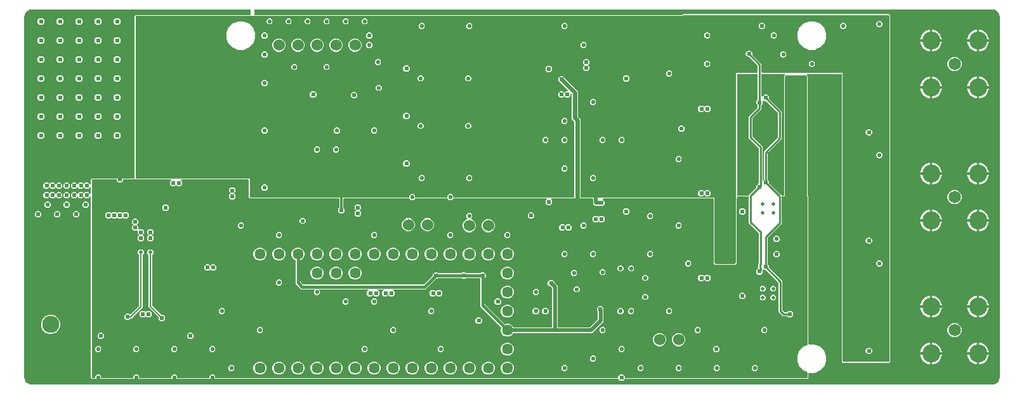
<source format=gbr>
G04 EAGLE Gerber RS-274X export*
G75*
%MOMM*%
%FSLAX34Y34*%
%LPD*%
%INEAGLE Copper Layer 15*%
%IPPOS*%
%AMOC8*
5,1,8,0,0,1.08239X$1,22.5*%
G01*
%ADD10C,2.286000*%
%ADD11C,1.447800*%
%ADD12C,1.524000*%
%ADD13C,1.650000*%
%ADD14C,2.400000*%
%ADD15C,0.604000*%
%ADD16C,0.554000*%
%ADD17C,0.514000*%
%ADD18C,0.304800*%
%ADD19C,0.508000*%
%ADD20C,0.406400*%
%ADD21C,0.609600*%
%ADD22C,0.152400*%
%ADD23C,0.203200*%
%ADD24C,0.254000*%

G36*
X782618Y659642D02*
X782618Y659642D01*
X782637Y659640D01*
X782739Y659662D01*
X782841Y659679D01*
X782858Y659688D01*
X782878Y659692D01*
X782967Y659745D01*
X783058Y659794D01*
X783072Y659808D01*
X783089Y659818D01*
X783156Y659897D01*
X783228Y659972D01*
X783236Y659990D01*
X783249Y660005D01*
X783288Y660101D01*
X783331Y660195D01*
X783333Y660215D01*
X783341Y660233D01*
X783359Y660400D01*
X783359Y662074D01*
X785726Y664441D01*
X789074Y664441D01*
X791441Y662074D01*
X791441Y660400D01*
X791444Y660380D01*
X791442Y660361D01*
X791464Y660259D01*
X791480Y660157D01*
X791490Y660140D01*
X791494Y660120D01*
X791547Y660031D01*
X791596Y659940D01*
X791610Y659926D01*
X791620Y659909D01*
X791699Y659842D01*
X791774Y659771D01*
X791792Y659762D01*
X791807Y659749D01*
X791903Y659710D01*
X791997Y659667D01*
X792017Y659665D01*
X792035Y659657D01*
X792202Y659639D01*
X833398Y659639D01*
X833418Y659642D01*
X833437Y659640D01*
X833539Y659662D01*
X833641Y659679D01*
X833658Y659688D01*
X833678Y659692D01*
X833767Y659745D01*
X833858Y659794D01*
X833872Y659808D01*
X833889Y659818D01*
X833956Y659897D01*
X834028Y659972D01*
X834036Y659990D01*
X834049Y660005D01*
X834088Y660101D01*
X834131Y660195D01*
X834133Y660215D01*
X834141Y660233D01*
X834159Y660400D01*
X834159Y662074D01*
X836526Y664441D01*
X839874Y664441D01*
X842241Y662074D01*
X842241Y660400D01*
X842244Y660380D01*
X842242Y660361D01*
X842264Y660259D01*
X842280Y660157D01*
X842290Y660140D01*
X842294Y660120D01*
X842347Y660031D01*
X842396Y659940D01*
X842410Y659926D01*
X842420Y659909D01*
X842499Y659842D01*
X842574Y659771D01*
X842592Y659762D01*
X842607Y659749D01*
X842703Y659710D01*
X842797Y659667D01*
X842817Y659665D01*
X842835Y659657D01*
X843002Y659639D01*
X884198Y659639D01*
X884218Y659642D01*
X884237Y659640D01*
X884339Y659662D01*
X884441Y659679D01*
X884458Y659688D01*
X884478Y659692D01*
X884567Y659745D01*
X884658Y659794D01*
X884672Y659808D01*
X884689Y659818D01*
X884756Y659897D01*
X884828Y659972D01*
X884836Y659990D01*
X884849Y660005D01*
X884888Y660101D01*
X884931Y660195D01*
X884933Y660215D01*
X884941Y660233D01*
X884959Y660400D01*
X884959Y662074D01*
X887326Y664441D01*
X890674Y664441D01*
X893041Y662074D01*
X893041Y660400D01*
X893044Y660380D01*
X893042Y660361D01*
X893064Y660259D01*
X893080Y660157D01*
X893090Y660140D01*
X893094Y660120D01*
X893147Y660031D01*
X893196Y659940D01*
X893210Y659926D01*
X893220Y659909D01*
X893299Y659842D01*
X893374Y659771D01*
X893392Y659762D01*
X893407Y659749D01*
X893503Y659710D01*
X893597Y659667D01*
X893617Y659665D01*
X893635Y659657D01*
X893802Y659639D01*
X934998Y659639D01*
X935018Y659642D01*
X935037Y659640D01*
X935139Y659662D01*
X935241Y659679D01*
X935258Y659688D01*
X935278Y659692D01*
X935367Y659745D01*
X935458Y659794D01*
X935472Y659808D01*
X935489Y659818D01*
X935556Y659897D01*
X935628Y659972D01*
X935636Y659990D01*
X935649Y660005D01*
X935688Y660101D01*
X935731Y660195D01*
X935733Y660215D01*
X935741Y660233D01*
X935759Y660400D01*
X935759Y662074D01*
X938126Y664441D01*
X941474Y664441D01*
X943841Y662074D01*
X943841Y660400D01*
X943844Y660380D01*
X943842Y660361D01*
X943864Y660259D01*
X943880Y660157D01*
X943890Y660140D01*
X943894Y660120D01*
X943947Y660031D01*
X943996Y659940D01*
X944010Y659926D01*
X944020Y659909D01*
X944099Y659842D01*
X944174Y659771D01*
X944192Y659762D01*
X944207Y659749D01*
X944303Y659710D01*
X944397Y659667D01*
X944417Y659665D01*
X944435Y659657D01*
X944602Y659639D01*
X1480848Y659639D01*
X1480868Y659642D01*
X1480887Y659640D01*
X1480989Y659662D01*
X1481091Y659679D01*
X1481108Y659688D01*
X1481128Y659692D01*
X1481217Y659745D01*
X1481308Y659794D01*
X1481322Y659808D01*
X1481339Y659818D01*
X1481406Y659897D01*
X1481478Y659972D01*
X1481486Y659990D01*
X1481499Y660005D01*
X1481538Y660101D01*
X1481581Y660195D01*
X1481583Y660215D01*
X1481591Y660233D01*
X1481609Y660400D01*
X1481609Y662177D01*
X1484123Y664691D01*
X1487677Y664691D01*
X1490191Y662177D01*
X1490191Y660400D01*
X1490194Y660380D01*
X1490192Y660361D01*
X1490214Y660259D01*
X1490230Y660157D01*
X1490240Y660140D01*
X1490244Y660120D01*
X1490297Y660031D01*
X1490346Y659940D01*
X1490360Y659926D01*
X1490370Y659909D01*
X1490449Y659842D01*
X1490524Y659771D01*
X1490542Y659762D01*
X1490557Y659749D01*
X1490653Y659710D01*
X1490747Y659667D01*
X1490767Y659665D01*
X1490785Y659657D01*
X1490952Y659639D01*
X1733550Y659639D01*
X1733570Y659642D01*
X1733589Y659640D01*
X1733691Y659662D01*
X1733793Y659679D01*
X1733810Y659688D01*
X1733830Y659692D01*
X1733919Y659745D01*
X1734010Y659794D01*
X1734024Y659808D01*
X1734041Y659818D01*
X1734108Y659897D01*
X1734180Y659972D01*
X1734188Y659990D01*
X1734201Y660005D01*
X1734240Y660101D01*
X1734283Y660195D01*
X1734285Y660215D01*
X1734293Y660233D01*
X1734311Y660400D01*
X1734311Y666986D01*
X1734292Y667101D01*
X1734275Y667217D01*
X1734273Y667222D01*
X1734272Y667229D01*
X1734217Y667331D01*
X1734164Y667436D01*
X1734159Y667441D01*
X1734156Y667446D01*
X1734072Y667526D01*
X1733988Y667608D01*
X1733982Y667612D01*
X1733978Y667615D01*
X1733961Y667623D01*
X1733841Y667689D01*
X1729109Y669650D01*
X1723750Y675009D01*
X1720849Y682011D01*
X1720849Y689589D01*
X1723750Y696591D01*
X1729109Y701950D01*
X1733841Y703911D01*
X1733941Y703972D01*
X1734041Y704032D01*
X1734045Y704037D01*
X1734050Y704040D01*
X1734125Y704130D01*
X1734201Y704219D01*
X1734203Y704225D01*
X1734207Y704230D01*
X1734249Y704338D01*
X1734293Y704447D01*
X1734294Y704455D01*
X1734295Y704459D01*
X1734296Y704478D01*
X1734311Y704614D01*
X1734311Y901700D01*
X1734308Y901720D01*
X1734310Y901739D01*
X1734288Y901841D01*
X1734272Y901943D01*
X1734262Y901960D01*
X1734258Y901980D01*
X1734205Y902069D01*
X1734156Y902160D01*
X1734142Y902174D01*
X1734132Y902191D01*
X1734053Y902258D01*
X1733978Y902330D01*
X1733960Y902338D01*
X1733945Y902351D01*
X1733849Y902390D01*
X1733755Y902433D01*
X1733735Y902435D01*
X1733717Y902443D01*
X1733550Y902461D01*
X1733331Y902461D01*
X1733331Y1062300D01*
X1733329Y1062318D01*
X1733331Y1062336D01*
X1733310Y1062518D01*
X1733291Y1062701D01*
X1733286Y1062718D01*
X1733284Y1062735D01*
X1733227Y1062910D01*
X1733173Y1063086D01*
X1733165Y1063101D01*
X1733159Y1063118D01*
X1733069Y1063278D01*
X1732981Y1063440D01*
X1732970Y1063453D01*
X1732961Y1063469D01*
X1732841Y1063608D01*
X1732724Y1063749D01*
X1732710Y1063760D01*
X1732698Y1063774D01*
X1732553Y1063886D01*
X1732410Y1064001D01*
X1732394Y1064009D01*
X1732380Y1064020D01*
X1732215Y1064102D01*
X1732053Y1064187D01*
X1732036Y1064192D01*
X1732020Y1064200D01*
X1731841Y1064247D01*
X1731666Y1064298D01*
X1731648Y1064300D01*
X1731631Y1064304D01*
X1731300Y1064331D01*
X1706300Y1064331D01*
X1706282Y1064329D01*
X1706264Y1064331D01*
X1706082Y1064310D01*
X1705899Y1064291D01*
X1705882Y1064286D01*
X1705865Y1064284D01*
X1705690Y1064227D01*
X1705514Y1064173D01*
X1705499Y1064165D01*
X1705482Y1064159D01*
X1705322Y1064069D01*
X1705160Y1063981D01*
X1705147Y1063970D01*
X1705131Y1063961D01*
X1704992Y1063841D01*
X1704851Y1063724D01*
X1704840Y1063710D01*
X1704827Y1063698D01*
X1704714Y1063553D01*
X1704599Y1063410D01*
X1704591Y1063394D01*
X1704580Y1063380D01*
X1704498Y1063215D01*
X1704413Y1063053D01*
X1704408Y1063036D01*
X1704400Y1063020D01*
X1704353Y1062841D01*
X1704302Y1062666D01*
X1704300Y1062648D01*
X1704296Y1062631D01*
X1704269Y1062300D01*
X1704269Y902461D01*
X1700602Y902461D01*
X1700582Y902458D01*
X1700563Y902460D01*
X1700461Y902438D01*
X1700359Y902422D01*
X1700342Y902412D01*
X1700322Y902408D01*
X1700233Y902355D01*
X1700142Y902306D01*
X1700128Y902292D01*
X1700111Y902282D01*
X1700044Y902203D01*
X1699972Y902128D01*
X1699964Y902110D01*
X1699951Y902095D01*
X1699912Y901999D01*
X1699869Y901905D01*
X1699867Y901885D01*
X1699859Y901867D01*
X1699841Y901700D01*
X1699841Y866248D01*
X1681064Y847471D01*
X1681011Y847397D01*
X1680951Y847327D01*
X1680939Y847297D01*
X1680920Y847271D01*
X1680893Y847184D01*
X1680859Y847099D01*
X1680855Y847058D01*
X1680848Y847036D01*
X1680849Y847004D01*
X1680841Y846932D01*
X1680841Y812143D01*
X1680855Y812053D01*
X1680863Y811962D01*
X1680875Y811932D01*
X1680880Y811900D01*
X1680923Y811819D01*
X1680959Y811735D01*
X1680985Y811703D01*
X1680996Y811682D01*
X1681019Y811660D01*
X1681064Y811604D01*
X1682591Y810077D01*
X1682591Y807918D01*
X1682605Y807828D01*
X1682613Y807737D01*
X1682625Y807707D01*
X1682630Y807675D01*
X1682673Y807594D01*
X1682709Y807510D01*
X1682735Y807478D01*
X1682746Y807458D01*
X1682769Y807435D01*
X1682814Y807379D01*
X1700531Y789662D01*
X1700531Y750668D01*
X1700545Y750578D01*
X1700553Y750487D01*
X1700565Y750457D01*
X1700570Y750425D01*
X1700613Y750344D01*
X1700649Y750260D01*
X1700675Y750228D01*
X1700686Y750208D01*
X1700709Y750185D01*
X1700754Y750129D01*
X1702629Y748254D01*
X1702703Y748201D01*
X1702773Y748141D01*
X1702803Y748129D01*
X1702829Y748110D01*
X1702916Y748083D01*
X1703001Y748049D01*
X1703042Y748045D01*
X1703064Y748038D01*
X1703096Y748039D01*
X1703168Y748031D01*
X1706847Y748031D01*
X1706937Y748045D01*
X1707028Y748053D01*
X1707058Y748065D01*
X1707090Y748070D01*
X1707171Y748113D01*
X1707255Y748149D01*
X1707287Y748175D01*
X1707308Y748186D01*
X1707330Y748209D01*
X1707386Y748254D01*
X1708913Y749781D01*
X1712467Y749781D01*
X1714981Y747267D01*
X1714981Y743713D01*
X1712467Y741199D01*
X1708913Y741199D01*
X1707386Y742726D01*
X1707312Y742779D01*
X1707242Y742839D01*
X1707212Y742851D01*
X1707186Y742870D01*
X1707099Y742897D01*
X1707014Y742931D01*
X1706973Y742935D01*
X1706951Y742942D01*
X1706919Y742941D01*
X1706847Y742949D01*
X1700748Y742949D01*
X1695449Y748248D01*
X1695449Y787242D01*
X1695435Y787332D01*
X1695427Y787423D01*
X1695415Y787453D01*
X1695410Y787485D01*
X1695367Y787566D01*
X1695331Y787650D01*
X1695305Y787682D01*
X1695294Y787702D01*
X1695271Y787725D01*
X1695226Y787781D01*
X1679221Y803786D01*
X1679147Y803839D01*
X1679077Y803899D01*
X1679047Y803911D01*
X1679021Y803930D01*
X1678934Y803957D01*
X1678849Y803991D01*
X1678808Y803995D01*
X1678786Y804002D01*
X1678754Y804001D01*
X1678682Y804009D01*
X1676523Y804009D01*
X1675890Y804642D01*
X1675832Y804684D01*
X1675780Y804733D01*
X1675733Y804755D01*
X1675691Y804785D01*
X1675622Y804806D01*
X1675557Y804837D01*
X1675505Y804842D01*
X1675455Y804858D01*
X1675384Y804856D01*
X1675313Y804864D01*
X1675262Y804853D01*
X1675210Y804851D01*
X1675142Y804827D01*
X1675072Y804811D01*
X1675027Y804785D01*
X1674979Y804767D01*
X1674923Y804722D01*
X1674861Y804685D01*
X1674827Y804646D01*
X1674787Y804613D01*
X1674748Y804553D01*
X1674701Y804498D01*
X1674682Y804450D01*
X1674654Y804406D01*
X1674636Y804337D01*
X1674609Y804270D01*
X1674601Y804199D01*
X1674593Y804168D01*
X1674595Y804144D01*
X1674591Y804103D01*
X1674591Y800523D01*
X1672077Y798009D01*
X1668523Y798009D01*
X1666009Y800523D01*
X1666009Y804077D01*
X1668468Y806536D01*
X1668521Y806610D01*
X1668581Y806680D01*
X1668593Y806710D01*
X1668612Y806736D01*
X1668639Y806823D01*
X1668673Y806908D01*
X1668677Y806949D01*
X1668684Y806971D01*
X1668683Y807003D01*
X1668691Y807075D01*
X1668691Y812948D01*
X1668707Y812998D01*
X1668741Y813083D01*
X1668745Y813123D01*
X1668752Y813146D01*
X1668751Y813178D01*
X1668759Y813249D01*
X1668759Y853932D01*
X1668745Y854022D01*
X1668737Y854113D01*
X1668725Y854143D01*
X1668720Y854175D01*
X1668677Y854256D01*
X1668641Y854340D01*
X1668615Y854372D01*
X1668604Y854392D01*
X1668581Y854415D01*
X1668536Y854471D01*
X1657471Y865536D01*
X1657470Y865536D01*
X1655759Y867248D01*
X1655759Y901700D01*
X1655756Y901720D01*
X1655758Y901739D01*
X1655736Y901841D01*
X1655720Y901943D01*
X1655710Y901960D01*
X1655706Y901980D01*
X1655653Y902069D01*
X1655604Y902160D01*
X1655590Y902174D01*
X1655580Y902191D01*
X1655501Y902258D01*
X1655426Y902330D01*
X1655408Y902338D01*
X1655393Y902351D01*
X1655297Y902390D01*
X1655203Y902433D01*
X1655183Y902435D01*
X1655165Y902443D01*
X1654998Y902461D01*
X1641094Y902461D01*
X1641074Y902458D01*
X1641055Y902460D01*
X1640953Y902438D01*
X1640851Y902422D01*
X1640834Y902412D01*
X1640814Y902408D01*
X1640725Y902355D01*
X1640634Y902306D01*
X1640620Y902292D01*
X1640603Y902282D01*
X1640536Y902203D01*
X1640464Y902128D01*
X1640456Y902110D01*
X1640443Y902095D01*
X1640404Y901999D01*
X1640361Y901905D01*
X1640359Y901885D01*
X1640351Y901867D01*
X1640333Y901700D01*
X1640333Y900858D01*
X1639826Y900351D01*
X1639773Y900277D01*
X1639713Y900208D01*
X1639701Y900177D01*
X1639682Y900151D01*
X1639655Y900064D01*
X1639621Y899979D01*
X1639617Y899938D01*
X1639610Y899916D01*
X1639611Y899884D01*
X1639603Y899813D01*
X1639603Y812932D01*
X1637668Y810997D01*
X1610932Y810997D01*
X1608997Y812932D01*
X1608997Y898906D01*
X1608994Y898926D01*
X1608996Y898945D01*
X1608974Y899047D01*
X1608958Y899149D01*
X1608948Y899166D01*
X1608944Y899186D01*
X1608891Y899275D01*
X1608842Y899366D01*
X1608828Y899380D01*
X1608818Y899397D01*
X1608739Y899464D01*
X1608664Y899536D01*
X1608646Y899544D01*
X1608631Y899557D01*
X1608535Y899596D01*
X1608441Y899639D01*
X1608421Y899641D01*
X1608403Y899649D01*
X1608236Y899667D01*
X1461549Y899667D01*
X1461478Y899656D01*
X1461406Y899654D01*
X1461357Y899636D01*
X1461306Y899628D01*
X1461242Y899594D01*
X1461175Y899569D01*
X1461134Y899537D01*
X1461088Y899512D01*
X1461039Y899460D01*
X1460983Y899416D01*
X1460955Y899372D01*
X1460919Y899334D01*
X1460889Y899269D01*
X1460850Y899209D01*
X1460837Y899158D01*
X1460815Y899111D01*
X1460808Y899040D01*
X1460790Y898970D01*
X1460794Y898918D01*
X1460788Y898867D01*
X1460804Y898796D01*
X1460809Y898725D01*
X1460829Y898677D01*
X1460841Y898626D01*
X1460877Y898565D01*
X1460905Y898499D01*
X1460950Y898443D01*
X1460967Y898415D01*
X1460985Y898400D01*
X1461010Y898368D01*
X1463521Y895857D01*
X1463521Y892303D01*
X1461007Y889789D01*
X1457453Y889789D01*
X1457196Y890046D01*
X1457122Y890100D01*
X1457052Y890159D01*
X1457022Y890171D01*
X1456996Y890190D01*
X1456909Y890217D01*
X1456824Y890251D01*
X1456783Y890255D01*
X1456761Y890262D01*
X1456729Y890261D01*
X1456657Y890269D01*
X1450032Y890269D01*
X1447799Y892502D01*
X1447799Y898906D01*
X1447796Y898926D01*
X1447798Y898945D01*
X1447776Y899047D01*
X1447760Y899149D01*
X1447750Y899166D01*
X1447746Y899186D01*
X1447693Y899275D01*
X1447644Y899366D01*
X1447630Y899380D01*
X1447620Y899397D01*
X1447541Y899464D01*
X1447466Y899536D01*
X1447448Y899544D01*
X1447433Y899557D01*
X1447337Y899596D01*
X1447243Y899639D01*
X1447223Y899641D01*
X1447205Y899649D01*
X1447038Y899667D01*
X1392689Y899667D01*
X1392618Y899656D01*
X1392546Y899654D01*
X1392497Y899636D01*
X1392446Y899628D01*
X1392382Y899594D01*
X1392315Y899569D01*
X1392274Y899537D01*
X1392228Y899512D01*
X1392179Y899460D01*
X1392123Y899416D01*
X1392095Y899372D01*
X1392059Y899334D01*
X1392029Y899269D01*
X1391990Y899209D01*
X1391977Y899158D01*
X1391955Y899111D01*
X1391948Y899040D01*
X1391930Y898970D01*
X1391934Y898918D01*
X1391928Y898867D01*
X1391944Y898796D01*
X1391949Y898725D01*
X1391969Y898677D01*
X1391981Y898626D01*
X1392017Y898565D01*
X1392045Y898499D01*
X1392090Y898443D01*
X1392107Y898415D01*
X1392125Y898400D01*
X1392150Y898368D01*
X1393391Y897127D01*
X1393391Y893573D01*
X1390877Y891059D01*
X1387323Y891059D01*
X1384809Y893573D01*
X1384809Y897127D01*
X1386050Y898368D01*
X1386092Y898426D01*
X1386141Y898478D01*
X1386163Y898525D01*
X1386193Y898567D01*
X1386214Y898636D01*
X1386245Y898701D01*
X1386250Y898753D01*
X1386266Y898803D01*
X1386264Y898874D01*
X1386272Y898945D01*
X1386261Y898996D01*
X1386259Y899048D01*
X1386235Y899116D01*
X1386219Y899186D01*
X1386193Y899231D01*
X1386175Y899279D01*
X1386130Y899335D01*
X1386093Y899397D01*
X1386054Y899431D01*
X1386021Y899471D01*
X1385961Y899510D01*
X1385906Y899557D01*
X1385858Y899576D01*
X1385814Y899604D01*
X1385745Y899622D01*
X1385678Y899649D01*
X1385607Y899657D01*
X1385576Y899665D01*
X1385552Y899663D01*
X1385511Y899667D01*
X1261297Y899667D01*
X1261207Y899653D01*
X1261116Y899645D01*
X1261086Y899633D01*
X1261054Y899628D01*
X1260974Y899585D01*
X1260890Y899549D01*
X1260858Y899523D01*
X1260837Y899512D01*
X1260815Y899489D01*
X1260759Y899444D01*
X1258974Y897659D01*
X1255626Y897659D01*
X1253841Y899444D01*
X1253767Y899497D01*
X1253698Y899557D01*
X1253668Y899569D01*
X1253641Y899588D01*
X1253555Y899615D01*
X1253470Y899649D01*
X1253429Y899653D01*
X1253406Y899660D01*
X1253374Y899659D01*
X1253303Y899667D01*
X1210497Y899667D01*
X1210407Y899653D01*
X1210316Y899645D01*
X1210286Y899633D01*
X1210254Y899628D01*
X1210174Y899585D01*
X1210090Y899549D01*
X1210058Y899523D01*
X1210037Y899512D01*
X1210015Y899489D01*
X1209959Y899444D01*
X1208174Y897659D01*
X1204826Y897659D01*
X1203041Y899444D01*
X1202967Y899497D01*
X1202898Y899557D01*
X1202868Y899569D01*
X1202841Y899588D01*
X1202755Y899615D01*
X1202670Y899649D01*
X1202629Y899653D01*
X1202606Y899660D01*
X1202574Y899659D01*
X1202503Y899667D01*
X1115466Y899667D01*
X1115446Y899664D01*
X1115427Y899666D01*
X1115325Y899644D01*
X1115223Y899628D01*
X1115206Y899618D01*
X1115186Y899614D01*
X1115097Y899561D01*
X1115006Y899512D01*
X1114992Y899498D01*
X1114975Y899488D01*
X1114908Y899409D01*
X1114836Y899334D01*
X1114828Y899316D01*
X1114815Y899301D01*
X1114776Y899205D01*
X1114733Y899111D01*
X1114731Y899091D01*
X1114723Y899073D01*
X1114705Y898906D01*
X1114705Y887509D01*
X1114719Y887419D01*
X1114727Y887328D01*
X1114739Y887298D01*
X1114744Y887266D01*
X1114787Y887185D01*
X1114823Y887101D01*
X1114849Y887069D01*
X1114860Y887048D01*
X1114883Y887026D01*
X1114928Y886970D01*
X1116201Y885697D01*
X1116201Y882143D01*
X1113687Y879629D01*
X1110133Y879629D01*
X1107619Y882143D01*
X1107619Y885697D01*
X1108892Y886970D01*
X1108945Y887044D01*
X1109005Y887114D01*
X1109017Y887144D01*
X1109036Y887170D01*
X1109063Y887257D01*
X1109097Y887342D01*
X1109101Y887383D01*
X1109108Y887405D01*
X1109107Y887437D01*
X1109115Y887509D01*
X1109115Y898906D01*
X1109112Y898926D01*
X1109114Y898945D01*
X1109092Y899047D01*
X1109076Y899149D01*
X1109066Y899166D01*
X1109062Y899186D01*
X1109009Y899275D01*
X1108960Y899366D01*
X1108946Y899380D01*
X1108936Y899397D01*
X1108857Y899464D01*
X1108782Y899536D01*
X1108764Y899544D01*
X1108749Y899557D01*
X1108653Y899596D01*
X1108559Y899639D01*
X1108539Y899641D01*
X1108521Y899649D01*
X1108354Y899667D01*
X989758Y899667D01*
X988567Y900858D01*
X988567Y924306D01*
X988564Y924326D01*
X988566Y924345D01*
X988544Y924447D01*
X988528Y924549D01*
X988518Y924566D01*
X988514Y924586D01*
X988461Y924675D01*
X988412Y924766D01*
X988398Y924780D01*
X988388Y924797D01*
X988309Y924864D01*
X988234Y924936D01*
X988216Y924944D01*
X988201Y924957D01*
X988105Y924996D01*
X988011Y925039D01*
X987991Y925041D01*
X987973Y925049D01*
X987806Y925067D01*
X898939Y925067D01*
X898868Y925056D01*
X898796Y925054D01*
X898747Y925036D01*
X898696Y925028D01*
X898632Y924994D01*
X898565Y924969D01*
X898524Y924937D01*
X898478Y924912D01*
X898429Y924860D01*
X898373Y924816D01*
X898345Y924772D01*
X898309Y924734D01*
X898279Y924669D01*
X898240Y924609D01*
X898227Y924558D01*
X898205Y924511D01*
X898198Y924440D01*
X898180Y924370D01*
X898184Y924318D01*
X898178Y924267D01*
X898194Y924196D01*
X898199Y924125D01*
X898219Y924077D01*
X898231Y924026D01*
X898267Y923965D01*
X898295Y923899D01*
X898340Y923843D01*
X898357Y923815D01*
X898375Y923800D01*
X898400Y923768D01*
X899641Y922527D01*
X899641Y918973D01*
X897127Y916459D01*
X893573Y916459D01*
X892078Y917954D01*
X892062Y917965D01*
X892050Y917981D01*
X891962Y918037D01*
X891879Y918097D01*
X891860Y918103D01*
X891843Y918114D01*
X891742Y918139D01*
X891643Y918170D01*
X891624Y918169D01*
X891604Y918174D01*
X891501Y918166D01*
X891398Y918163D01*
X891379Y918156D01*
X891359Y918155D01*
X891264Y918114D01*
X891167Y918079D01*
X891151Y918066D01*
X891133Y918059D01*
X891002Y917954D01*
X889507Y916459D01*
X885953Y916459D01*
X883439Y918973D01*
X883439Y922527D01*
X884680Y923768D01*
X884722Y923826D01*
X884771Y923878D01*
X884793Y923925D01*
X884823Y923967D01*
X884844Y924036D01*
X884875Y924101D01*
X884880Y924153D01*
X884896Y924203D01*
X884894Y924274D01*
X884902Y924345D01*
X884891Y924396D01*
X884889Y924448D01*
X884865Y924516D01*
X884849Y924586D01*
X884823Y924631D01*
X884805Y924679D01*
X884760Y924735D01*
X884723Y924797D01*
X884684Y924831D01*
X884651Y924871D01*
X884591Y924910D01*
X884536Y924957D01*
X884488Y924976D01*
X884444Y925004D01*
X884375Y925022D01*
X884308Y925049D01*
X884237Y925057D01*
X884206Y925065D01*
X884182Y925063D01*
X884141Y925067D01*
X837358Y925067D01*
X837327Y925098D01*
X837253Y925151D01*
X837184Y925211D01*
X837154Y925223D01*
X837127Y925242D01*
X837040Y925269D01*
X836955Y925303D01*
X836915Y925307D01*
X836892Y925314D01*
X836860Y925313D01*
X836789Y925321D01*
X821662Y925321D01*
X821642Y925318D01*
X821623Y925320D01*
X821521Y925298D01*
X821419Y925282D01*
X821402Y925272D01*
X821382Y925268D01*
X821293Y925215D01*
X821202Y925166D01*
X821188Y925152D01*
X821171Y925142D01*
X821104Y925063D01*
X821032Y924988D01*
X821024Y924970D01*
X821011Y924955D01*
X820972Y924859D01*
X820929Y924765D01*
X820927Y924745D01*
X820919Y924727D01*
X820901Y924560D01*
X820901Y924053D01*
X818387Y921539D01*
X814833Y921539D01*
X812319Y924053D01*
X812319Y924560D01*
X812316Y924577D01*
X812318Y924593D01*
X812318Y924595D01*
X812318Y924599D01*
X812296Y924701D01*
X812280Y924803D01*
X812270Y924820D01*
X812266Y924840D01*
X812213Y924929D01*
X812164Y925020D01*
X812150Y925034D01*
X812140Y925051D01*
X812061Y925118D01*
X811986Y925190D01*
X811968Y925198D01*
X811953Y925211D01*
X811857Y925250D01*
X811763Y925293D01*
X811743Y925295D01*
X811725Y925303D01*
X811558Y925321D01*
X779780Y925321D01*
X779760Y925318D01*
X779741Y925320D01*
X779639Y925298D01*
X779537Y925282D01*
X779520Y925272D01*
X779500Y925268D01*
X779411Y925215D01*
X779320Y925166D01*
X779306Y925152D01*
X779289Y925142D01*
X779222Y925063D01*
X779151Y924988D01*
X779142Y924970D01*
X779129Y924955D01*
X779090Y924859D01*
X779047Y924765D01*
X779045Y924745D01*
X779037Y924727D01*
X779019Y924560D01*
X779019Y660400D01*
X779022Y660380D01*
X779020Y660361D01*
X779042Y660259D01*
X779059Y660157D01*
X779068Y660140D01*
X779072Y660120D01*
X779125Y660031D01*
X779174Y659940D01*
X779188Y659926D01*
X779198Y659909D01*
X779277Y659842D01*
X779352Y659771D01*
X779370Y659762D01*
X779385Y659749D01*
X779481Y659710D01*
X779575Y659667D01*
X779595Y659665D01*
X779613Y659657D01*
X779780Y659639D01*
X782598Y659639D01*
X782618Y659642D01*
G37*
G36*
X1841518Y681231D02*
X1841518Y681231D01*
X1841536Y681229D01*
X1841718Y681250D01*
X1841901Y681269D01*
X1841918Y681274D01*
X1841935Y681276D01*
X1842110Y681333D01*
X1842286Y681387D01*
X1842301Y681395D01*
X1842318Y681401D01*
X1842478Y681491D01*
X1842640Y681579D01*
X1842653Y681590D01*
X1842669Y681599D01*
X1842808Y681719D01*
X1842949Y681836D01*
X1842960Y681850D01*
X1842974Y681862D01*
X1843086Y682007D01*
X1843201Y682150D01*
X1843209Y682166D01*
X1843220Y682180D01*
X1843302Y682345D01*
X1843387Y682507D01*
X1843392Y682524D01*
X1843400Y682541D01*
X1843447Y682719D01*
X1843498Y682894D01*
X1843500Y682912D01*
X1843504Y682929D01*
X1843531Y683260D01*
X1843531Y1143000D01*
X1843529Y1143018D01*
X1843531Y1143036D01*
X1843510Y1143218D01*
X1843491Y1143401D01*
X1843486Y1143418D01*
X1843484Y1143435D01*
X1843427Y1143610D01*
X1843373Y1143786D01*
X1843365Y1143801D01*
X1843359Y1143818D01*
X1843269Y1143978D01*
X1843181Y1144140D01*
X1843170Y1144153D01*
X1843161Y1144169D01*
X1843041Y1144308D01*
X1842924Y1144449D01*
X1842910Y1144460D01*
X1842898Y1144474D01*
X1842753Y1144586D01*
X1842610Y1144701D01*
X1842594Y1144709D01*
X1842580Y1144720D01*
X1842415Y1144802D01*
X1842253Y1144887D01*
X1842236Y1144892D01*
X1842220Y1144900D01*
X1842041Y1144947D01*
X1841866Y1144998D01*
X1841848Y1145000D01*
X1841831Y1145004D01*
X1841500Y1145031D01*
X1569720Y1145031D01*
X1569702Y1145029D01*
X1569684Y1145031D01*
X1569502Y1145010D01*
X1569319Y1144991D01*
X1569302Y1144986D01*
X1569285Y1144984D01*
X1569110Y1144927D01*
X1568934Y1144873D01*
X1568919Y1144865D01*
X1568902Y1144859D01*
X1568742Y1144769D01*
X1568580Y1144681D01*
X1568567Y1144670D01*
X1568551Y1144661D01*
X1568412Y1144541D01*
X1568271Y1144424D01*
X1568260Y1144410D01*
X1568247Y1144398D01*
X1568134Y1144253D01*
X1568019Y1144110D01*
X1568011Y1144094D01*
X1568000Y1144080D01*
X1567918Y1143915D01*
X1567838Y1143761D01*
X838200Y1143761D01*
X838180Y1143758D01*
X838161Y1143760D01*
X838059Y1143738D01*
X837957Y1143722D01*
X837940Y1143712D01*
X837920Y1143708D01*
X837831Y1143655D01*
X837740Y1143606D01*
X837726Y1143592D01*
X837709Y1143582D01*
X837642Y1143503D01*
X837571Y1143428D01*
X837562Y1143410D01*
X837549Y1143395D01*
X837510Y1143299D01*
X837467Y1143205D01*
X837465Y1143185D01*
X837457Y1143167D01*
X837439Y1143000D01*
X837439Y927100D01*
X837442Y927080D01*
X837440Y927061D01*
X837462Y926959D01*
X837479Y926857D01*
X837488Y926840D01*
X837492Y926820D01*
X837545Y926731D01*
X837594Y926640D01*
X837608Y926626D01*
X837618Y926609D01*
X837697Y926542D01*
X837772Y926471D01*
X837790Y926462D01*
X837805Y926449D01*
X837901Y926410D01*
X837995Y926367D01*
X838015Y926365D01*
X838033Y926357D01*
X838200Y926339D01*
X989839Y926339D01*
X989839Y901700D01*
X989842Y901680D01*
X989840Y901661D01*
X989862Y901559D01*
X989879Y901457D01*
X989888Y901440D01*
X989892Y901420D01*
X989945Y901331D01*
X989994Y901240D01*
X990008Y901226D01*
X990018Y901209D01*
X990097Y901142D01*
X990172Y901071D01*
X990190Y901062D01*
X990205Y901049D01*
X990301Y901010D01*
X990395Y900967D01*
X990415Y900965D01*
X990433Y900957D01*
X990600Y900939D01*
X1201698Y900939D01*
X1201718Y900942D01*
X1201737Y900940D01*
X1201839Y900962D01*
X1201941Y900979D01*
X1201958Y900988D01*
X1201978Y900992D01*
X1202067Y901045D01*
X1202158Y901094D01*
X1202172Y901108D01*
X1202189Y901118D01*
X1202256Y901197D01*
X1202328Y901272D01*
X1202336Y901290D01*
X1202349Y901305D01*
X1202388Y901401D01*
X1202431Y901495D01*
X1202433Y901515D01*
X1202441Y901533D01*
X1202459Y901700D01*
X1202459Y903374D01*
X1204826Y905741D01*
X1208174Y905741D01*
X1210541Y903374D01*
X1210541Y901700D01*
X1210544Y901680D01*
X1210542Y901661D01*
X1210564Y901559D01*
X1210580Y901457D01*
X1210590Y901440D01*
X1210594Y901420D01*
X1210647Y901331D01*
X1210696Y901240D01*
X1210710Y901226D01*
X1210720Y901209D01*
X1210799Y901142D01*
X1210874Y901071D01*
X1210892Y901062D01*
X1210907Y901049D01*
X1211003Y901010D01*
X1211097Y900967D01*
X1211117Y900965D01*
X1211135Y900957D01*
X1211302Y900939D01*
X1252498Y900939D01*
X1252518Y900942D01*
X1252537Y900940D01*
X1252639Y900962D01*
X1252741Y900979D01*
X1252758Y900988D01*
X1252778Y900992D01*
X1252867Y901045D01*
X1252958Y901094D01*
X1252972Y901108D01*
X1252989Y901118D01*
X1253056Y901197D01*
X1253128Y901272D01*
X1253136Y901290D01*
X1253149Y901305D01*
X1253188Y901401D01*
X1253231Y901495D01*
X1253233Y901515D01*
X1253241Y901533D01*
X1253259Y901700D01*
X1253259Y903374D01*
X1255626Y905741D01*
X1258974Y905741D01*
X1261341Y903374D01*
X1261341Y901700D01*
X1261344Y901680D01*
X1261342Y901661D01*
X1261364Y901559D01*
X1261380Y901457D01*
X1261390Y901440D01*
X1261394Y901420D01*
X1261447Y901331D01*
X1261496Y901240D01*
X1261510Y901226D01*
X1261520Y901209D01*
X1261599Y901142D01*
X1261674Y901071D01*
X1261692Y901062D01*
X1261707Y901049D01*
X1261803Y901010D01*
X1261897Y900967D01*
X1261917Y900965D01*
X1261935Y900957D01*
X1262102Y900939D01*
X1422174Y900939D01*
X1422194Y900942D01*
X1422213Y900940D01*
X1422315Y900962D01*
X1422417Y900979D01*
X1422434Y900988D01*
X1422454Y900992D01*
X1422543Y901045D01*
X1422634Y901094D01*
X1422648Y901108D01*
X1422665Y901118D01*
X1422732Y901197D01*
X1422804Y901272D01*
X1422812Y901290D01*
X1422825Y901305D01*
X1422864Y901401D01*
X1422907Y901495D01*
X1422909Y901515D01*
X1422917Y901533D01*
X1422935Y901700D01*
X1422935Y1002358D01*
X1422921Y1002448D01*
X1422913Y1002539D01*
X1422901Y1002569D01*
X1422896Y1002600D01*
X1422853Y1002681D01*
X1422817Y1002765D01*
X1422791Y1002797D01*
X1422780Y1002818D01*
X1422757Y1002840D01*
X1422712Y1002896D01*
X1419351Y1006257D01*
X1419351Y1039296D01*
X1419337Y1039386D01*
X1419330Y1039476D01*
X1419317Y1039506D01*
X1419312Y1039539D01*
X1419269Y1039619D01*
X1419233Y1039703D01*
X1419207Y1039735D01*
X1419196Y1039756D01*
X1419173Y1039778D01*
X1419129Y1039834D01*
X1419101Y1039862D01*
X1419042Y1039904D01*
X1418990Y1039953D01*
X1418943Y1039975D01*
X1418901Y1040005D01*
X1418832Y1040027D01*
X1418767Y1040057D01*
X1418715Y1040063D01*
X1418666Y1040078D01*
X1418594Y1040076D01*
X1418523Y1040084D01*
X1418472Y1040073D01*
X1418420Y1040072D01*
X1418353Y1040047D01*
X1418282Y1040032D01*
X1418238Y1040005D01*
X1418189Y1039987D01*
X1418133Y1039943D01*
X1418071Y1039906D01*
X1418037Y1039866D01*
X1417997Y1039834D01*
X1417958Y1039773D01*
X1417911Y1039719D01*
X1417892Y1039671D01*
X1417864Y1039627D01*
X1417846Y1039557D01*
X1417819Y1039491D01*
X1417811Y1039420D01*
X1417803Y1039389D01*
X1417805Y1039365D01*
X1417801Y1039324D01*
X1417801Y1037083D01*
X1415287Y1034569D01*
X1411733Y1034569D01*
X1410238Y1036064D01*
X1410222Y1036075D01*
X1410210Y1036091D01*
X1410122Y1036147D01*
X1410039Y1036207D01*
X1410020Y1036213D01*
X1410003Y1036224D01*
X1409902Y1036249D01*
X1409803Y1036280D01*
X1409784Y1036279D01*
X1409764Y1036284D01*
X1409661Y1036276D01*
X1409558Y1036273D01*
X1409539Y1036266D01*
X1409519Y1036265D01*
X1409424Y1036224D01*
X1409327Y1036189D01*
X1409311Y1036176D01*
X1409293Y1036169D01*
X1409162Y1036064D01*
X1407667Y1034569D01*
X1404113Y1034569D01*
X1401599Y1037083D01*
X1401599Y1040637D01*
X1404113Y1043151D01*
X1407667Y1043151D01*
X1409162Y1041656D01*
X1409178Y1041645D01*
X1409190Y1041629D01*
X1409278Y1041573D01*
X1409361Y1041513D01*
X1409380Y1041507D01*
X1409397Y1041496D01*
X1409498Y1041471D01*
X1409597Y1041440D01*
X1409616Y1041441D01*
X1409636Y1041436D01*
X1409739Y1041444D01*
X1409842Y1041447D01*
X1409861Y1041454D01*
X1409881Y1041455D01*
X1409976Y1041496D01*
X1410073Y1041531D01*
X1410089Y1041544D01*
X1410107Y1041551D01*
X1410238Y1041656D01*
X1411733Y1043151D01*
X1413974Y1043151D01*
X1414045Y1043162D01*
X1414116Y1043164D01*
X1414165Y1043182D01*
X1414217Y1043190D01*
X1414280Y1043224D01*
X1414347Y1043249D01*
X1414388Y1043281D01*
X1414434Y1043306D01*
X1414483Y1043358D01*
X1414539Y1043402D01*
X1414568Y1043446D01*
X1414603Y1043484D01*
X1414634Y1043549D01*
X1414672Y1043609D01*
X1414685Y1043660D01*
X1414707Y1043707D01*
X1414715Y1043778D01*
X1414732Y1043848D01*
X1414728Y1043900D01*
X1414734Y1043951D01*
X1414719Y1044022D01*
X1414713Y1044093D01*
X1414693Y1044141D01*
X1414682Y1044192D01*
X1414645Y1044253D01*
X1414617Y1044319D01*
X1414572Y1044375D01*
X1414556Y1044403D01*
X1414538Y1044418D01*
X1414512Y1044450D01*
X1401571Y1057391D01*
X1401571Y1060969D01*
X1404101Y1063499D01*
X1407679Y1063499D01*
X1427989Y1043189D01*
X1427989Y1010150D01*
X1428003Y1010060D01*
X1428011Y1009969D01*
X1428023Y1009939D01*
X1428028Y1009907D01*
X1428071Y1009827D01*
X1428107Y1009743D01*
X1428133Y1009711D01*
X1428144Y1009690D01*
X1428167Y1009668D01*
X1428212Y1009612D01*
X1431573Y1006251D01*
X1431573Y901700D01*
X1431576Y901680D01*
X1431574Y901661D01*
X1431596Y901559D01*
X1431612Y901457D01*
X1431622Y901440D01*
X1431626Y901420D01*
X1431679Y901331D01*
X1431728Y901240D01*
X1431742Y901226D01*
X1431752Y901209D01*
X1431831Y901142D01*
X1431906Y901071D01*
X1431924Y901062D01*
X1431939Y901049D01*
X1432035Y901010D01*
X1432129Y900967D01*
X1432149Y900965D01*
X1432167Y900957D01*
X1432334Y900939D01*
X1610269Y900939D01*
X1610269Y814300D01*
X1610271Y814282D01*
X1610269Y814264D01*
X1610290Y814082D01*
X1610309Y813899D01*
X1610314Y813882D01*
X1610316Y813865D01*
X1610373Y813690D01*
X1610427Y813514D01*
X1610435Y813499D01*
X1610441Y813482D01*
X1610531Y813322D01*
X1610619Y813160D01*
X1610630Y813147D01*
X1610639Y813131D01*
X1610759Y812992D01*
X1610876Y812851D01*
X1610890Y812840D01*
X1610902Y812827D01*
X1611047Y812714D01*
X1611190Y812599D01*
X1611206Y812591D01*
X1611220Y812580D01*
X1611385Y812498D01*
X1611547Y812413D01*
X1611564Y812408D01*
X1611581Y812400D01*
X1611759Y812353D01*
X1611934Y812302D01*
X1611952Y812300D01*
X1611969Y812296D01*
X1612300Y812269D01*
X1636300Y812269D01*
X1636318Y812271D01*
X1636336Y812269D01*
X1636518Y812290D01*
X1636701Y812309D01*
X1636718Y812314D01*
X1636735Y812316D01*
X1636910Y812373D01*
X1637086Y812427D01*
X1637101Y812435D01*
X1637118Y812441D01*
X1637278Y812531D01*
X1637440Y812619D01*
X1637453Y812630D01*
X1637469Y812639D01*
X1637608Y812759D01*
X1637749Y812876D01*
X1637760Y812890D01*
X1637774Y812902D01*
X1637886Y813047D01*
X1638001Y813190D01*
X1638009Y813206D01*
X1638020Y813220D01*
X1638102Y813385D01*
X1638187Y813547D01*
X1638192Y813564D01*
X1638200Y813581D01*
X1638247Y813759D01*
X1638298Y813934D01*
X1638300Y813952D01*
X1638304Y813969D01*
X1638331Y814300D01*
X1638331Y900941D01*
X1638339Y900940D01*
X1638441Y900962D01*
X1638543Y900979D01*
X1638560Y900988D01*
X1638580Y900992D01*
X1638669Y901045D01*
X1638760Y901094D01*
X1638774Y901108D01*
X1638791Y901118D01*
X1638858Y901197D01*
X1638930Y901272D01*
X1638938Y901290D01*
X1638951Y901305D01*
X1638990Y901401D01*
X1639033Y901495D01*
X1639035Y901515D01*
X1639043Y901533D01*
X1639061Y901700D01*
X1639061Y1067309D01*
X1665728Y1067309D01*
X1665746Y1067311D01*
X1665764Y1067309D01*
X1665946Y1067330D01*
X1666129Y1067349D01*
X1666146Y1067354D01*
X1666163Y1067356D01*
X1666338Y1067413D01*
X1666514Y1067467D01*
X1666529Y1067475D01*
X1666546Y1067481D01*
X1666706Y1067571D01*
X1666868Y1067659D01*
X1666881Y1067670D01*
X1666897Y1067679D01*
X1667036Y1067799D01*
X1667177Y1067916D01*
X1667188Y1067930D01*
X1667202Y1067942D01*
X1667314Y1068087D01*
X1667429Y1068230D01*
X1667437Y1068246D01*
X1667448Y1068260D01*
X1667530Y1068425D01*
X1667615Y1068587D01*
X1667620Y1068604D01*
X1667628Y1068621D01*
X1667675Y1068799D01*
X1667726Y1068974D01*
X1667728Y1068992D01*
X1667732Y1069009D01*
X1667759Y1069340D01*
X1667759Y1076856D01*
X1667757Y1076883D01*
X1667759Y1076910D01*
X1667737Y1077083D01*
X1667719Y1077257D01*
X1667712Y1077282D01*
X1667708Y1077309D01*
X1667653Y1077475D01*
X1667601Y1077642D01*
X1667588Y1077665D01*
X1667580Y1077691D01*
X1667493Y1077842D01*
X1667409Y1077996D01*
X1667392Y1078016D01*
X1667379Y1078040D01*
X1667164Y1078293D01*
X1657363Y1088094D01*
X1657342Y1088111D01*
X1657324Y1088132D01*
X1657186Y1088239D01*
X1657051Y1088349D01*
X1657027Y1088362D01*
X1657006Y1088378D01*
X1656849Y1088456D01*
X1656695Y1088538D01*
X1656670Y1088546D01*
X1656646Y1088558D01*
X1656476Y1088603D01*
X1656309Y1088653D01*
X1656283Y1088655D01*
X1656257Y1088662D01*
X1655926Y1088689D01*
X1655217Y1088689D01*
X1653640Y1089342D01*
X1652432Y1090550D01*
X1651779Y1092127D01*
X1651779Y1093833D01*
X1652432Y1095410D01*
X1653640Y1096618D01*
X1655217Y1097271D01*
X1656923Y1097271D01*
X1658500Y1096618D01*
X1659708Y1095410D01*
X1660361Y1093833D01*
X1660361Y1093124D01*
X1660363Y1093097D01*
X1660361Y1093070D01*
X1660383Y1092897D01*
X1660401Y1092723D01*
X1660408Y1092698D01*
X1660412Y1092671D01*
X1660467Y1092505D01*
X1660519Y1092338D01*
X1660532Y1092315D01*
X1660540Y1092289D01*
X1660627Y1092138D01*
X1660711Y1091984D01*
X1660728Y1091964D01*
X1660741Y1091940D01*
X1660956Y1091687D01*
X1672841Y1079802D01*
X1672841Y1069340D01*
X1672843Y1069322D01*
X1672841Y1069304D01*
X1672862Y1069122D01*
X1672881Y1068939D01*
X1672886Y1068922D01*
X1672888Y1068905D01*
X1672945Y1068730D01*
X1672999Y1068554D01*
X1673007Y1068539D01*
X1673013Y1068522D01*
X1673103Y1068362D01*
X1673191Y1068200D01*
X1673202Y1068187D01*
X1673211Y1068171D01*
X1673331Y1068032D01*
X1673448Y1067891D01*
X1673462Y1067880D01*
X1673474Y1067867D01*
X1673619Y1067754D01*
X1673762Y1067639D01*
X1673778Y1067631D01*
X1673792Y1067620D01*
X1673957Y1067538D01*
X1674119Y1067453D01*
X1674136Y1067448D01*
X1674152Y1067440D01*
X1674331Y1067393D01*
X1674506Y1067342D01*
X1674524Y1067340D01*
X1674541Y1067336D01*
X1674872Y1067309D01*
X1781049Y1067309D01*
X1781049Y683260D01*
X1781051Y683242D01*
X1781049Y683224D01*
X1781070Y683042D01*
X1781089Y682859D01*
X1781094Y682842D01*
X1781096Y682825D01*
X1781153Y682650D01*
X1781207Y682474D01*
X1781215Y682459D01*
X1781221Y682442D01*
X1781311Y682282D01*
X1781399Y682120D01*
X1781410Y682107D01*
X1781419Y682091D01*
X1781539Y681952D01*
X1781656Y681811D01*
X1781670Y681800D01*
X1781682Y681787D01*
X1781827Y681674D01*
X1781970Y681559D01*
X1781986Y681551D01*
X1782000Y681540D01*
X1782165Y681458D01*
X1782327Y681373D01*
X1782344Y681368D01*
X1782361Y681360D01*
X1782539Y681313D01*
X1782714Y681262D01*
X1782732Y681260D01*
X1782749Y681256D01*
X1783080Y681229D01*
X1841500Y681229D01*
X1841518Y681231D01*
G37*
G36*
X1981226Y651007D02*
X1981226Y651007D01*
X1981275Y651006D01*
X1982959Y651172D01*
X1982987Y651180D01*
X1983015Y651180D01*
X1983176Y651227D01*
X1986289Y652516D01*
X1986345Y652551D01*
X1986405Y652576D01*
X1986470Y652628D01*
X1986498Y652646D01*
X1986511Y652661D01*
X1986536Y652681D01*
X1988919Y655064D01*
X1988957Y655117D01*
X1989003Y655164D01*
X1989043Y655237D01*
X1989062Y655264D01*
X1989068Y655282D01*
X1989084Y655311D01*
X1990373Y658424D01*
X1990380Y658451D01*
X1990393Y658476D01*
X1990428Y658641D01*
X1990594Y660325D01*
X1990592Y660352D01*
X1990597Y660400D01*
X1990597Y1143000D01*
X1990593Y1143026D01*
X1990594Y1143075D01*
X1990428Y1144759D01*
X1990420Y1144787D01*
X1990420Y1144815D01*
X1990373Y1144976D01*
X1989084Y1148089D01*
X1989049Y1148145D01*
X1989024Y1148205D01*
X1988972Y1148270D01*
X1988954Y1148298D01*
X1988939Y1148311D01*
X1988919Y1148336D01*
X1986536Y1150719D01*
X1986483Y1150757D01*
X1986436Y1150803D01*
X1986363Y1150843D01*
X1986336Y1150862D01*
X1986318Y1150868D01*
X1986289Y1150884D01*
X1983176Y1152173D01*
X1983149Y1152180D01*
X1983124Y1152193D01*
X1982959Y1152228D01*
X1981275Y1152394D01*
X1981248Y1152392D01*
X1981200Y1152397D01*
X996950Y1152397D01*
X996930Y1152394D01*
X996911Y1152396D01*
X996809Y1152374D01*
X996707Y1152358D01*
X996690Y1152348D01*
X996670Y1152344D01*
X996581Y1152291D01*
X996490Y1152242D01*
X996476Y1152228D01*
X996459Y1152218D01*
X996392Y1152139D01*
X996321Y1152064D01*
X996312Y1152046D01*
X996299Y1152031D01*
X996260Y1151935D01*
X996217Y1151841D01*
X996215Y1151821D01*
X996207Y1151803D01*
X996189Y1151636D01*
X996189Y1145794D01*
X996191Y1145783D01*
X996190Y1145776D01*
X996191Y1145769D01*
X996190Y1145755D01*
X996212Y1145653D01*
X996229Y1145551D01*
X996238Y1145534D01*
X996242Y1145514D01*
X996295Y1145425D01*
X996344Y1145334D01*
X996358Y1145320D01*
X996368Y1145303D01*
X996447Y1145236D01*
X996522Y1145164D01*
X996540Y1145156D01*
X996555Y1145143D01*
X996651Y1145104D01*
X996745Y1145061D01*
X996765Y1145059D01*
X996783Y1145051D01*
X996950Y1145033D01*
X1566767Y1145033D01*
X1566857Y1145047D01*
X1566948Y1145055D01*
X1566977Y1145067D01*
X1567009Y1145072D01*
X1567090Y1145115D01*
X1567174Y1145151D01*
X1567206Y1145177D01*
X1567227Y1145188D01*
X1567246Y1145208D01*
X1567248Y1145209D01*
X1567253Y1145214D01*
X1567305Y1145256D01*
X1568352Y1146303D01*
X1842868Y1146303D01*
X1844803Y1144368D01*
X1844803Y681892D01*
X1842868Y679957D01*
X1781712Y679957D01*
X1779777Y681892D01*
X1779777Y1065276D01*
X1779774Y1065296D01*
X1779776Y1065315D01*
X1779754Y1065417D01*
X1779738Y1065519D01*
X1779728Y1065536D01*
X1779724Y1065556D01*
X1779671Y1065645D01*
X1779622Y1065736D01*
X1779608Y1065750D01*
X1779598Y1065767D01*
X1779519Y1065834D01*
X1779444Y1065906D01*
X1779426Y1065914D01*
X1779411Y1065927D01*
X1779315Y1065966D01*
X1779221Y1066009D01*
X1779201Y1066011D01*
X1779183Y1066019D01*
X1779016Y1066037D01*
X1734071Y1066037D01*
X1734001Y1066026D01*
X1733929Y1066024D01*
X1733880Y1066006D01*
X1733829Y1065998D01*
X1733765Y1065964D01*
X1733698Y1065939D01*
X1733657Y1065907D01*
X1733611Y1065882D01*
X1733562Y1065830D01*
X1733506Y1065786D01*
X1733478Y1065742D01*
X1733442Y1065704D01*
X1733412Y1065639D01*
X1733373Y1065579D01*
X1733360Y1065528D01*
X1733338Y1065481D01*
X1733330Y1065410D01*
X1733313Y1065340D01*
X1733317Y1065288D01*
X1733311Y1065237D01*
X1733326Y1065166D01*
X1733332Y1065095D01*
X1733352Y1065047D01*
X1733363Y1064996D01*
X1733400Y1064935D01*
X1733428Y1064869D01*
X1733473Y1064813D01*
X1733490Y1064785D01*
X1733507Y1064770D01*
X1733533Y1064738D01*
X1734603Y1063668D01*
X1734603Y903837D01*
X1734617Y903747D01*
X1734625Y903656D01*
X1734637Y903627D01*
X1734642Y903595D01*
X1734685Y903514D01*
X1734721Y903430D01*
X1734747Y903398D01*
X1734758Y903377D01*
X1734781Y903355D01*
X1734826Y903299D01*
X1735583Y902542D01*
X1735583Y705612D01*
X1735586Y705592D01*
X1735584Y705573D01*
X1735606Y705471D01*
X1735622Y705369D01*
X1735632Y705352D01*
X1735636Y705332D01*
X1735689Y705243D01*
X1735738Y705152D01*
X1735752Y705138D01*
X1735762Y705121D01*
X1735841Y705054D01*
X1735916Y704982D01*
X1735934Y704974D01*
X1735949Y704961D01*
X1736045Y704922D01*
X1736139Y704879D01*
X1736159Y704877D01*
X1736177Y704869D01*
X1736344Y704851D01*
X1743689Y704851D01*
X1750691Y701950D01*
X1756050Y696591D01*
X1758951Y689589D01*
X1758951Y682011D01*
X1756050Y675009D01*
X1750691Y669650D01*
X1743689Y666749D01*
X1736344Y666749D01*
X1736324Y666746D01*
X1736305Y666748D01*
X1736203Y666726D01*
X1736101Y666710D01*
X1736084Y666700D01*
X1736064Y666696D01*
X1735975Y666643D01*
X1735884Y666594D01*
X1735870Y666580D01*
X1735853Y666570D01*
X1735786Y666491D01*
X1735714Y666416D01*
X1735706Y666398D01*
X1735693Y666383D01*
X1735654Y666287D01*
X1735611Y666193D01*
X1735609Y666173D01*
X1735601Y666155D01*
X1735583Y665988D01*
X1735583Y659558D01*
X1734392Y658367D01*
X1490251Y658367D01*
X1490160Y658353D01*
X1490070Y658345D01*
X1490040Y658333D01*
X1490008Y658328D01*
X1489927Y658285D01*
X1489843Y658249D01*
X1489811Y658223D01*
X1489790Y658212D01*
X1489768Y658189D01*
X1489712Y658144D01*
X1487677Y656109D01*
X1484123Y656109D01*
X1482088Y658144D01*
X1482014Y658197D01*
X1481944Y658257D01*
X1481914Y658269D01*
X1481888Y658288D01*
X1481801Y658315D01*
X1481716Y658349D01*
X1481675Y658353D01*
X1481653Y658360D01*
X1481621Y658359D01*
X1481549Y658367D01*
X778938Y658367D01*
X777747Y659558D01*
X777747Y901921D01*
X777736Y901992D01*
X777734Y902064D01*
X777716Y902113D01*
X777708Y902164D01*
X777674Y902228D01*
X777649Y902295D01*
X777617Y902336D01*
X777592Y902382D01*
X777540Y902431D01*
X777496Y902487D01*
X777452Y902515D01*
X777414Y902551D01*
X777349Y902581D01*
X777289Y902620D01*
X777238Y902633D01*
X777191Y902655D01*
X777120Y902662D01*
X777050Y902680D01*
X776998Y902676D01*
X776947Y902682D01*
X776876Y902666D01*
X776805Y902661D01*
X776757Y902641D01*
X776706Y902629D01*
X776645Y902593D01*
X776579Y902565D01*
X776523Y902520D01*
X776495Y902503D01*
X776480Y902485D01*
X776448Y902460D01*
X773937Y899949D01*
X770383Y899949D01*
X768888Y901444D01*
X768872Y901455D01*
X768860Y901471D01*
X768772Y901527D01*
X768689Y901587D01*
X768670Y901593D01*
X768653Y901604D01*
X768552Y901629D01*
X768453Y901660D01*
X768434Y901659D01*
X768414Y901664D01*
X768311Y901656D01*
X768208Y901653D01*
X768189Y901646D01*
X768169Y901645D01*
X768074Y901604D01*
X767977Y901569D01*
X767961Y901556D01*
X767943Y901549D01*
X767812Y901444D01*
X766317Y899949D01*
X762763Y899949D01*
X760633Y902079D01*
X760617Y902090D01*
X760605Y902106D01*
X760517Y902162D01*
X760434Y902222D01*
X760415Y902228D01*
X760398Y902239D01*
X760297Y902264D01*
X760198Y902295D01*
X760179Y902294D01*
X760159Y902299D01*
X760056Y902291D01*
X759953Y902288D01*
X759934Y902281D01*
X759914Y902280D01*
X759819Y902239D01*
X759722Y902204D01*
X759706Y902191D01*
X759688Y902184D01*
X759557Y902079D01*
X757427Y899949D01*
X753873Y899949D01*
X751359Y902463D01*
X751359Y906017D01*
X753873Y908531D01*
X757427Y908531D01*
X759557Y906401D01*
X759573Y906390D01*
X759585Y906374D01*
X759673Y906318D01*
X759756Y906258D01*
X759775Y906252D01*
X759792Y906241D01*
X759893Y906216D01*
X759992Y906185D01*
X760011Y906186D01*
X760031Y906181D01*
X760134Y906189D01*
X760237Y906192D01*
X760256Y906199D01*
X760276Y906200D01*
X760371Y906241D01*
X760468Y906276D01*
X760484Y906289D01*
X760502Y906296D01*
X760633Y906401D01*
X762763Y908531D01*
X766317Y908531D01*
X767812Y907036D01*
X767828Y907025D01*
X767840Y907009D01*
X767928Y906953D01*
X768011Y906893D01*
X768030Y906887D01*
X768047Y906876D01*
X768148Y906851D01*
X768247Y906820D01*
X768266Y906821D01*
X768286Y906816D01*
X768389Y906824D01*
X768492Y906827D01*
X768511Y906834D01*
X768531Y906835D01*
X768626Y906876D01*
X768723Y906911D01*
X768739Y906924D01*
X768757Y906931D01*
X768888Y907036D01*
X770383Y908531D01*
X773937Y908531D01*
X776448Y906020D01*
X776506Y905978D01*
X776558Y905929D01*
X776605Y905907D01*
X776647Y905877D01*
X776716Y905856D01*
X776781Y905825D01*
X776833Y905820D01*
X776883Y905804D01*
X776954Y905806D01*
X777025Y905798D01*
X777076Y905809D01*
X777128Y905811D01*
X777196Y905835D01*
X777266Y905851D01*
X777311Y905877D01*
X777359Y905895D01*
X777415Y905940D01*
X777477Y905977D01*
X777511Y906016D01*
X777551Y906049D01*
X777590Y906109D01*
X777637Y906164D01*
X777656Y906212D01*
X777684Y906256D01*
X777702Y906325D01*
X777729Y906392D01*
X777737Y906463D01*
X777745Y906494D01*
X777743Y906518D01*
X777747Y906559D01*
X777747Y914621D01*
X777736Y914692D01*
X777734Y914764D01*
X777716Y914813D01*
X777708Y914864D01*
X777674Y914928D01*
X777649Y914995D01*
X777617Y915036D01*
X777592Y915082D01*
X777540Y915131D01*
X777496Y915187D01*
X777452Y915215D01*
X777414Y915251D01*
X777349Y915281D01*
X777289Y915320D01*
X777238Y915333D01*
X777191Y915355D01*
X777120Y915362D01*
X777050Y915380D01*
X776998Y915376D01*
X776947Y915382D01*
X776876Y915366D01*
X776805Y915361D01*
X776757Y915341D01*
X776706Y915329D01*
X776645Y915293D01*
X776579Y915265D01*
X776523Y915220D01*
X776495Y915203D01*
X776480Y915185D01*
X776448Y915160D01*
X773937Y912649D01*
X770383Y912649D01*
X768888Y914144D01*
X768872Y914155D01*
X768860Y914171D01*
X768772Y914227D01*
X768689Y914287D01*
X768670Y914293D01*
X768653Y914304D01*
X768552Y914329D01*
X768453Y914360D01*
X768434Y914359D01*
X768414Y914364D01*
X768311Y914356D01*
X768208Y914353D01*
X768189Y914346D01*
X768169Y914345D01*
X768074Y914304D01*
X767977Y914269D01*
X767961Y914256D01*
X767943Y914249D01*
X767812Y914144D01*
X766317Y912649D01*
X762763Y912649D01*
X760633Y914779D01*
X760617Y914790D01*
X760605Y914806D01*
X760517Y914862D01*
X760434Y914922D01*
X760415Y914928D01*
X760398Y914939D01*
X760297Y914964D01*
X760198Y914995D01*
X760179Y914994D01*
X760159Y914999D01*
X760056Y914991D01*
X759953Y914988D01*
X759934Y914981D01*
X759914Y914980D01*
X759819Y914939D01*
X759722Y914904D01*
X759706Y914891D01*
X759688Y914884D01*
X759557Y914779D01*
X757427Y912649D01*
X753873Y912649D01*
X751359Y915163D01*
X751359Y918717D01*
X753873Y921231D01*
X757427Y921231D01*
X759557Y919101D01*
X759573Y919090D01*
X759585Y919074D01*
X759673Y919018D01*
X759756Y918958D01*
X759775Y918952D01*
X759792Y918941D01*
X759893Y918916D01*
X759992Y918885D01*
X760011Y918886D01*
X760031Y918881D01*
X760134Y918889D01*
X760237Y918892D01*
X760256Y918899D01*
X760276Y918900D01*
X760371Y918941D01*
X760468Y918976D01*
X760484Y918989D01*
X760502Y918996D01*
X760633Y919101D01*
X762763Y921231D01*
X766317Y921231D01*
X767812Y919736D01*
X767828Y919725D01*
X767840Y919709D01*
X767928Y919653D01*
X768011Y919593D01*
X768030Y919587D01*
X768047Y919576D01*
X768148Y919551D01*
X768247Y919520D01*
X768266Y919521D01*
X768286Y919516D01*
X768389Y919524D01*
X768492Y919527D01*
X768511Y919534D01*
X768531Y919535D01*
X768626Y919576D01*
X768723Y919611D01*
X768739Y919624D01*
X768757Y919631D01*
X768888Y919736D01*
X770383Y921231D01*
X773937Y921231D01*
X776448Y918720D01*
X776506Y918678D01*
X776558Y918629D01*
X776605Y918607D01*
X776647Y918577D01*
X776716Y918556D01*
X776781Y918525D01*
X776833Y918520D01*
X776883Y918504D01*
X776954Y918506D01*
X777025Y918498D01*
X777076Y918509D01*
X777128Y918511D01*
X777196Y918535D01*
X777266Y918551D01*
X777311Y918577D01*
X777359Y918595D01*
X777415Y918640D01*
X777477Y918677D01*
X777511Y918716D01*
X777551Y918749D01*
X777590Y918809D01*
X777637Y918864D01*
X777656Y918912D01*
X777684Y918956D01*
X777702Y919025D01*
X777729Y919092D01*
X777737Y919163D01*
X777745Y919194D01*
X777743Y919218D01*
X777747Y919259D01*
X777747Y925402D01*
X778938Y926593D01*
X835406Y926593D01*
X835426Y926596D01*
X835445Y926594D01*
X835547Y926616D01*
X835649Y926632D01*
X835666Y926642D01*
X835686Y926646D01*
X835775Y926699D01*
X835866Y926748D01*
X835880Y926762D01*
X835897Y926772D01*
X835964Y926851D01*
X836036Y926926D01*
X836044Y926944D01*
X836057Y926959D01*
X836096Y927055D01*
X836139Y927149D01*
X836141Y927169D01*
X836149Y927187D01*
X836167Y927354D01*
X836167Y1143842D01*
X837358Y1145033D01*
X990600Y1145033D01*
X990620Y1145036D01*
X990639Y1145034D01*
X990741Y1145056D01*
X990843Y1145072D01*
X990860Y1145082D01*
X990880Y1145086D01*
X990969Y1145139D01*
X991060Y1145188D01*
X991074Y1145202D01*
X991091Y1145212D01*
X991158Y1145291D01*
X991230Y1145366D01*
X991238Y1145384D01*
X991251Y1145399D01*
X991290Y1145495D01*
X991333Y1145589D01*
X991335Y1145609D01*
X991343Y1145627D01*
X991361Y1145794D01*
X991361Y1151636D01*
X991358Y1151656D01*
X991360Y1151675D01*
X991338Y1151777D01*
X991322Y1151879D01*
X991312Y1151896D01*
X991308Y1151916D01*
X991255Y1152005D01*
X991206Y1152096D01*
X991192Y1152110D01*
X991182Y1152127D01*
X991103Y1152194D01*
X991028Y1152266D01*
X991010Y1152274D01*
X990995Y1152287D01*
X990899Y1152326D01*
X990805Y1152369D01*
X990785Y1152371D01*
X990767Y1152379D01*
X990600Y1152397D01*
X698500Y1152397D01*
X698474Y1152393D01*
X698425Y1152394D01*
X696741Y1152228D01*
X696713Y1152220D01*
X696685Y1152220D01*
X696524Y1152173D01*
X693411Y1150884D01*
X693355Y1150849D01*
X693295Y1150824D01*
X693230Y1150772D01*
X693202Y1150754D01*
X693189Y1150739D01*
X693164Y1150719D01*
X690781Y1148336D01*
X690743Y1148283D01*
X690697Y1148236D01*
X690657Y1148163D01*
X690638Y1148136D01*
X690632Y1148118D01*
X690616Y1148089D01*
X689327Y1144976D01*
X689320Y1144949D01*
X689307Y1144924D01*
X689272Y1144759D01*
X689106Y1143075D01*
X689108Y1143048D01*
X689103Y1143000D01*
X689103Y660400D01*
X689107Y660374D01*
X689106Y660325D01*
X689272Y658641D01*
X689280Y658613D01*
X689280Y658585D01*
X689327Y658424D01*
X690616Y655311D01*
X690651Y655255D01*
X690676Y655195D01*
X690728Y655130D01*
X690746Y655102D01*
X690761Y655089D01*
X690781Y655064D01*
X693164Y652681D01*
X693217Y652643D01*
X693264Y652597D01*
X693337Y652557D01*
X693364Y652538D01*
X693382Y652532D01*
X693411Y652516D01*
X696524Y651227D01*
X696551Y651220D01*
X696576Y651207D01*
X696741Y651172D01*
X698425Y651006D01*
X698452Y651008D01*
X698500Y651003D01*
X1981200Y651003D01*
X1981226Y651007D01*
G37*
%LPC*%
G36*
X1331807Y715390D02*
X1331807Y715390D01*
X1328680Y716686D01*
X1326286Y719080D01*
X1324990Y722207D01*
X1324990Y725593D01*
X1325424Y726640D01*
X1325451Y726754D01*
X1325479Y726868D01*
X1325479Y726874D01*
X1325480Y726880D01*
X1325469Y726996D01*
X1325460Y727113D01*
X1325458Y727118D01*
X1325457Y727125D01*
X1325409Y727232D01*
X1325364Y727339D01*
X1325359Y727345D01*
X1325357Y727349D01*
X1325345Y727363D01*
X1325259Y727470D01*
X1297177Y755552D01*
X1297177Y792836D01*
X1297174Y792856D01*
X1297176Y792875D01*
X1297154Y792977D01*
X1297138Y793079D01*
X1297128Y793096D01*
X1297124Y793116D01*
X1297071Y793205D01*
X1297022Y793296D01*
X1297008Y793310D01*
X1296998Y793327D01*
X1296919Y793394D01*
X1296844Y793466D01*
X1296826Y793474D01*
X1296811Y793487D01*
X1296715Y793526D01*
X1296621Y793569D01*
X1296601Y793571D01*
X1296583Y793579D01*
X1296416Y793597D01*
X1278161Y793597D01*
X1278070Y793583D01*
X1277980Y793575D01*
X1277950Y793563D01*
X1277918Y793558D01*
X1277837Y793515D01*
X1277753Y793479D01*
X1277721Y793453D01*
X1277700Y793442D01*
X1277678Y793419D01*
X1277622Y793374D01*
X1276857Y792609D01*
X1273303Y792609D01*
X1272538Y793374D01*
X1272464Y793427D01*
X1272394Y793487D01*
X1272364Y793499D01*
X1272338Y793518D01*
X1272251Y793545D01*
X1272166Y793579D01*
X1272125Y793583D01*
X1272103Y793590D01*
X1272071Y793589D01*
X1271999Y793597D01*
X1241331Y793597D01*
X1241241Y793583D01*
X1241150Y793575D01*
X1241120Y793563D01*
X1241088Y793558D01*
X1241007Y793515D01*
X1240923Y793479D01*
X1240891Y793453D01*
X1240870Y793442D01*
X1240848Y793419D01*
X1240792Y793374D01*
X1240027Y792609D01*
X1238945Y792609D01*
X1238855Y792595D01*
X1238764Y792587D01*
X1238735Y792575D01*
X1238703Y792570D01*
X1238622Y792527D01*
X1238538Y792491D01*
X1238506Y792465D01*
X1238485Y792454D01*
X1238463Y792431D01*
X1238407Y792386D01*
X1224428Y778407D01*
X1181489Y778407D01*
X1181418Y778396D01*
X1181346Y778394D01*
X1181297Y778376D01*
X1181246Y778368D01*
X1181182Y778334D01*
X1181115Y778309D01*
X1181074Y778277D01*
X1181028Y778252D01*
X1180979Y778200D01*
X1180923Y778156D01*
X1180895Y778112D01*
X1180859Y778074D01*
X1180829Y778009D01*
X1180790Y777949D01*
X1180777Y777898D01*
X1180755Y777851D01*
X1180748Y777780D01*
X1180730Y777710D01*
X1180734Y777658D01*
X1180728Y777607D01*
X1180744Y777536D01*
X1180749Y777465D01*
X1180769Y777417D01*
X1180781Y777366D01*
X1180817Y777305D01*
X1180845Y777239D01*
X1180890Y777183D01*
X1180907Y777155D01*
X1180918Y777146D01*
X1180920Y777142D01*
X1180929Y777134D01*
X1180950Y777108D01*
X1182851Y775207D01*
X1182851Y771653D01*
X1180337Y769139D01*
X1176783Y769139D01*
X1175288Y770634D01*
X1175272Y770645D01*
X1175260Y770661D01*
X1175172Y770717D01*
X1175089Y770777D01*
X1175070Y770783D01*
X1175053Y770794D01*
X1174952Y770819D01*
X1174853Y770850D01*
X1174834Y770849D01*
X1174814Y770854D01*
X1174711Y770846D01*
X1174608Y770843D01*
X1174589Y770836D01*
X1174569Y770835D01*
X1174474Y770794D01*
X1174377Y770759D01*
X1174361Y770746D01*
X1174343Y770739D01*
X1174212Y770634D01*
X1172717Y769139D01*
X1169163Y769139D01*
X1166649Y771653D01*
X1166649Y775207D01*
X1168550Y777108D01*
X1168592Y777166D01*
X1168641Y777218D01*
X1168663Y777265D01*
X1168693Y777307D01*
X1168714Y777376D01*
X1168745Y777441D01*
X1168750Y777493D01*
X1168766Y777543D01*
X1168764Y777614D01*
X1168772Y777685D01*
X1168761Y777736D01*
X1168759Y777788D01*
X1168735Y777856D01*
X1168719Y777926D01*
X1168693Y777971D01*
X1168675Y778019D01*
X1168630Y778075D01*
X1168593Y778137D01*
X1168554Y778171D01*
X1168521Y778211D01*
X1168461Y778250D01*
X1168406Y778297D01*
X1168358Y778316D01*
X1168314Y778344D01*
X1168245Y778362D01*
X1168178Y778389D01*
X1168107Y778397D01*
X1168076Y778405D01*
X1168052Y778403D01*
X1168011Y778407D01*
X1161169Y778407D01*
X1161098Y778396D01*
X1161026Y778394D01*
X1160977Y778376D01*
X1160926Y778368D01*
X1160862Y778334D01*
X1160795Y778309D01*
X1160754Y778277D01*
X1160708Y778252D01*
X1160659Y778200D01*
X1160603Y778156D01*
X1160575Y778112D01*
X1160539Y778074D01*
X1160509Y778009D01*
X1160470Y777949D01*
X1160457Y777898D01*
X1160435Y777851D01*
X1160428Y777780D01*
X1160410Y777710D01*
X1160414Y777658D01*
X1160408Y777607D01*
X1160424Y777536D01*
X1160429Y777465D01*
X1160449Y777417D01*
X1160461Y777366D01*
X1160497Y777305D01*
X1160525Y777239D01*
X1160570Y777183D01*
X1160587Y777155D01*
X1160598Y777146D01*
X1160600Y777142D01*
X1160609Y777134D01*
X1160630Y777108D01*
X1162531Y775207D01*
X1162531Y771653D01*
X1160017Y769139D01*
X1156463Y769139D01*
X1154968Y770634D01*
X1154952Y770645D01*
X1154940Y770661D01*
X1154852Y770717D01*
X1154769Y770777D01*
X1154750Y770783D01*
X1154733Y770794D01*
X1154632Y770819D01*
X1154533Y770850D01*
X1154514Y770849D01*
X1154494Y770854D01*
X1154391Y770846D01*
X1154288Y770843D01*
X1154269Y770836D01*
X1154249Y770835D01*
X1154154Y770794D01*
X1154057Y770759D01*
X1154041Y770746D01*
X1154023Y770739D01*
X1153892Y770634D01*
X1152397Y769139D01*
X1148843Y769139D01*
X1146329Y771653D01*
X1146329Y775207D01*
X1148230Y777108D01*
X1148272Y777166D01*
X1148321Y777218D01*
X1148343Y777265D01*
X1148373Y777307D01*
X1148394Y777376D01*
X1148425Y777441D01*
X1148430Y777493D01*
X1148446Y777543D01*
X1148444Y777614D01*
X1148452Y777685D01*
X1148441Y777736D01*
X1148439Y777788D01*
X1148415Y777856D01*
X1148399Y777926D01*
X1148373Y777971D01*
X1148355Y778019D01*
X1148310Y778075D01*
X1148273Y778137D01*
X1148234Y778171D01*
X1148201Y778211D01*
X1148141Y778250D01*
X1148086Y778297D01*
X1148038Y778316D01*
X1147994Y778344D01*
X1147925Y778362D01*
X1147858Y778389D01*
X1147787Y778397D01*
X1147756Y778405D01*
X1147732Y778403D01*
X1147691Y778407D01*
X1083345Y778407D01*
X1083274Y778396D01*
X1083203Y778394D01*
X1083154Y778376D01*
X1083102Y778368D01*
X1083039Y778334D01*
X1082972Y778309D01*
X1082931Y778277D01*
X1082885Y778252D01*
X1082836Y778200D01*
X1082780Y778156D01*
X1082751Y778112D01*
X1082715Y778074D01*
X1082685Y778009D01*
X1082647Y777949D01*
X1082634Y777898D01*
X1082612Y777851D01*
X1082604Y777780D01*
X1082586Y777710D01*
X1082591Y777658D01*
X1082585Y777607D01*
X1082600Y777536D01*
X1082606Y777465D01*
X1082626Y777417D01*
X1082637Y777366D01*
X1082674Y777305D01*
X1082702Y777239D01*
X1082747Y777183D01*
X1082763Y777155D01*
X1082774Y777146D01*
X1082777Y777142D01*
X1082786Y777134D01*
X1082807Y777108D01*
X1083541Y776374D01*
X1083541Y773026D01*
X1081174Y770659D01*
X1077826Y770659D01*
X1075459Y773026D01*
X1075459Y776374D01*
X1076193Y777108D01*
X1076235Y777166D01*
X1076285Y777218D01*
X1076306Y777265D01*
X1076337Y777307D01*
X1076358Y777376D01*
X1076388Y777441D01*
X1076394Y777493D01*
X1076409Y777543D01*
X1076407Y777614D01*
X1076415Y777685D01*
X1076404Y777736D01*
X1076403Y777788D01*
X1076378Y777856D01*
X1076363Y777926D01*
X1076336Y777971D01*
X1076318Y778019D01*
X1076274Y778075D01*
X1076237Y778137D01*
X1076197Y778171D01*
X1076165Y778211D01*
X1076104Y778250D01*
X1076050Y778297D01*
X1076002Y778316D01*
X1075958Y778344D01*
X1075888Y778362D01*
X1075822Y778389D01*
X1075750Y778397D01*
X1075719Y778405D01*
X1075696Y778403D01*
X1075655Y778407D01*
X1058422Y778407D01*
X1056264Y780565D01*
X1052955Y783874D01*
X1050797Y786032D01*
X1050797Y817149D01*
X1050778Y817263D01*
X1050761Y817379D01*
X1050759Y817385D01*
X1050758Y817391D01*
X1050703Y817494D01*
X1050650Y817599D01*
X1050645Y817603D01*
X1050642Y817609D01*
X1050558Y817688D01*
X1050474Y817771D01*
X1050468Y817775D01*
X1050464Y817778D01*
X1050447Y817786D01*
X1050327Y817852D01*
X1049280Y818286D01*
X1046886Y820680D01*
X1045590Y823807D01*
X1045590Y827193D01*
X1046886Y830320D01*
X1049280Y832714D01*
X1052407Y834010D01*
X1055793Y834010D01*
X1058920Y832714D01*
X1061314Y830320D01*
X1062610Y827193D01*
X1062610Y823807D01*
X1061314Y820680D01*
X1058920Y818286D01*
X1057873Y817852D01*
X1057773Y817790D01*
X1057673Y817730D01*
X1057669Y817726D01*
X1057664Y817722D01*
X1057589Y817632D01*
X1057513Y817543D01*
X1057511Y817538D01*
X1057507Y817533D01*
X1057465Y817424D01*
X1057421Y817315D01*
X1057420Y817308D01*
X1057419Y817303D01*
X1057418Y817285D01*
X1057403Y817149D01*
X1057403Y789083D01*
X1057417Y788993D01*
X1057425Y788902D01*
X1057437Y788873D01*
X1057442Y788841D01*
X1057485Y788760D01*
X1057521Y788676D01*
X1057547Y788644D01*
X1057558Y788623D01*
X1057581Y788601D01*
X1057626Y788545D01*
X1060935Y785236D01*
X1061009Y785183D01*
X1061078Y785123D01*
X1061109Y785111D01*
X1061135Y785092D01*
X1061222Y785065D01*
X1061307Y785031D01*
X1061348Y785027D01*
X1061370Y785020D01*
X1061402Y785021D01*
X1061473Y785013D01*
X1221377Y785013D01*
X1221467Y785027D01*
X1221558Y785035D01*
X1221587Y785047D01*
X1221619Y785052D01*
X1221700Y785095D01*
X1221784Y785131D01*
X1221816Y785157D01*
X1221837Y785168D01*
X1221859Y785191D01*
X1221915Y785236D01*
X1233736Y797057D01*
X1233789Y797131D01*
X1233849Y797200D01*
X1233861Y797231D01*
X1233880Y797257D01*
X1233907Y797344D01*
X1233941Y797429D01*
X1233945Y797470D01*
X1233952Y797492D01*
X1233951Y797524D01*
X1233959Y797595D01*
X1233959Y798677D01*
X1236473Y801191D01*
X1240027Y801191D01*
X1240792Y800426D01*
X1240866Y800373D01*
X1240936Y800313D01*
X1240966Y800301D01*
X1240992Y800282D01*
X1241079Y800255D01*
X1241164Y800221D01*
X1241205Y800217D01*
X1241227Y800210D01*
X1241259Y800211D01*
X1241331Y800203D01*
X1271999Y800203D01*
X1272090Y800217D01*
X1272180Y800225D01*
X1272210Y800237D01*
X1272242Y800242D01*
X1272323Y800285D01*
X1272407Y800321D01*
X1272439Y800347D01*
X1272460Y800358D01*
X1272482Y800381D01*
X1272538Y800426D01*
X1273303Y801191D01*
X1276857Y801191D01*
X1277622Y800426D01*
X1277696Y800373D01*
X1277766Y800313D01*
X1277796Y800301D01*
X1277822Y800282D01*
X1277909Y800255D01*
X1277994Y800221D01*
X1278035Y800217D01*
X1278057Y800210D01*
X1278089Y800211D01*
X1278161Y800203D01*
X1297399Y800203D01*
X1297490Y800217D01*
X1297580Y800225D01*
X1297610Y800237D01*
X1297642Y800242D01*
X1297723Y800285D01*
X1297807Y800321D01*
X1297839Y800347D01*
X1297860Y800358D01*
X1297882Y800381D01*
X1297938Y800426D01*
X1298703Y801191D01*
X1302257Y801191D01*
X1304771Y798677D01*
X1304771Y795123D01*
X1304006Y794358D01*
X1303953Y794284D01*
X1303893Y794214D01*
X1303881Y794184D01*
X1303862Y794158D01*
X1303835Y794071D01*
X1303801Y793986D01*
X1303797Y793945D01*
X1303790Y793923D01*
X1303791Y793891D01*
X1303783Y793819D01*
X1303783Y758603D01*
X1303787Y758575D01*
X1303786Y758562D01*
X1303798Y758506D01*
X1303805Y758422D01*
X1303817Y758393D01*
X1303822Y758361D01*
X1303835Y758338D01*
X1303838Y758321D01*
X1303871Y758267D01*
X1303901Y758196D01*
X1303927Y758164D01*
X1303938Y758143D01*
X1303954Y758128D01*
X1303964Y758110D01*
X1303981Y758096D01*
X1304006Y758065D01*
X1329930Y732141D01*
X1330025Y732073D01*
X1330119Y732003D01*
X1330125Y732001D01*
X1330130Y731997D01*
X1330241Y731963D01*
X1330353Y731927D01*
X1330359Y731927D01*
X1330365Y731925D01*
X1330482Y731928D01*
X1330598Y731929D01*
X1330606Y731931D01*
X1330611Y731931D01*
X1330628Y731938D01*
X1330760Y731976D01*
X1331807Y732410D01*
X1335193Y732410D01*
X1338320Y731114D01*
X1340714Y728720D01*
X1340938Y728181D01*
X1341000Y728081D01*
X1341059Y727981D01*
X1341064Y727977D01*
X1341067Y727972D01*
X1341158Y727897D01*
X1341246Y727821D01*
X1341252Y727819D01*
X1341257Y727815D01*
X1341365Y727773D01*
X1341474Y727729D01*
X1341482Y727728D01*
X1341486Y727727D01*
X1341505Y727726D01*
X1341641Y727711D01*
X1392428Y727711D01*
X1392448Y727714D01*
X1392467Y727712D01*
X1392569Y727734D01*
X1392671Y727750D01*
X1392688Y727760D01*
X1392708Y727764D01*
X1392797Y727817D01*
X1392888Y727866D01*
X1392902Y727880D01*
X1392919Y727890D01*
X1392986Y727969D01*
X1393058Y728044D01*
X1393066Y728062D01*
X1393079Y728077D01*
X1393118Y728173D01*
X1393161Y728267D01*
X1393163Y728287D01*
X1393171Y728305D01*
X1393189Y728472D01*
X1393189Y779766D01*
X1393175Y779856D01*
X1393167Y779947D01*
X1393155Y779977D01*
X1393150Y780009D01*
X1393107Y780090D01*
X1393071Y780174D01*
X1393045Y780206D01*
X1393034Y780226D01*
X1393011Y780249D01*
X1392966Y780304D01*
X1391044Y782226D01*
X1390971Y782279D01*
X1390901Y782339D01*
X1390871Y782351D01*
X1390845Y782370D01*
X1390758Y782397D01*
X1390673Y782431D01*
X1390632Y782435D01*
X1390610Y782442D01*
X1390577Y782441D01*
X1390506Y782449D01*
X1390143Y782449D01*
X1387629Y784963D01*
X1387629Y788517D01*
X1390143Y791031D01*
X1393697Y791031D01*
X1396211Y788517D01*
X1396211Y788154D01*
X1396225Y788064D01*
X1396233Y787973D01*
X1396245Y787943D01*
X1396250Y787911D01*
X1396293Y787830D01*
X1396329Y787746D01*
X1396355Y787714D01*
X1396366Y787694D01*
X1396389Y787671D01*
X1396434Y787616D01*
X1400811Y783238D01*
X1400811Y728472D01*
X1400814Y728452D01*
X1400812Y728433D01*
X1400834Y728331D01*
X1400850Y728229D01*
X1400860Y728212D01*
X1400864Y728192D01*
X1400917Y728103D01*
X1400966Y728012D01*
X1400980Y727998D01*
X1400990Y727981D01*
X1401069Y727914D01*
X1401144Y727842D01*
X1401162Y727834D01*
X1401177Y727821D01*
X1401273Y727782D01*
X1401367Y727739D01*
X1401387Y727737D01*
X1401405Y727729D01*
X1401572Y727711D01*
X1443366Y727711D01*
X1443456Y727725D01*
X1443547Y727733D01*
X1443577Y727745D01*
X1443609Y727750D01*
X1443690Y727793D01*
X1443774Y727829D01*
X1443806Y727855D01*
X1443826Y727866D01*
X1443849Y727889D01*
X1443904Y727934D01*
X1453926Y737956D01*
X1453979Y738029D01*
X1454039Y738099D01*
X1454051Y738129D01*
X1454070Y738155D01*
X1454097Y738242D01*
X1454131Y738327D01*
X1454135Y738368D01*
X1454142Y738390D01*
X1454141Y738423D01*
X1454149Y738494D01*
X1454149Y748607D01*
X1454135Y748697D01*
X1454127Y748788D01*
X1454115Y748818D01*
X1454110Y748850D01*
X1454067Y748931D01*
X1454031Y749015D01*
X1454005Y749047D01*
X1453994Y749068D01*
X1453971Y749090D01*
X1453926Y749146D01*
X1453009Y750063D01*
X1453009Y753617D01*
X1455523Y756131D01*
X1459077Y756131D01*
X1461591Y753617D01*
X1461591Y753254D01*
X1461593Y753242D01*
X1461592Y753233D01*
X1461601Y753189D01*
X1461605Y753164D01*
X1461613Y753073D01*
X1461625Y753043D01*
X1461630Y753011D01*
X1461673Y752930D01*
X1461709Y752846D01*
X1461735Y752814D01*
X1461746Y752794D01*
X1461769Y752771D01*
X1461771Y752769D01*
X1461771Y735022D01*
X1446838Y720089D01*
X1341641Y720089D01*
X1341526Y720070D01*
X1341410Y720053D01*
X1341405Y720051D01*
X1341398Y720050D01*
X1341296Y719995D01*
X1341191Y719942D01*
X1341186Y719937D01*
X1341181Y719934D01*
X1341101Y719850D01*
X1341019Y719766D01*
X1341015Y719760D01*
X1341012Y719756D01*
X1341004Y719739D01*
X1340938Y719619D01*
X1340714Y719080D01*
X1338320Y716686D01*
X1335193Y715390D01*
X1331807Y715390D01*
G37*
%LPD*%
G36*
X1655018Y903736D02*
X1655018Y903736D01*
X1655037Y903734D01*
X1655139Y903756D01*
X1655241Y903772D01*
X1655258Y903782D01*
X1655278Y903786D01*
X1655367Y903839D01*
X1655458Y903888D01*
X1655472Y903902D01*
X1655489Y903912D01*
X1655556Y903991D01*
X1655628Y904066D01*
X1655636Y904084D01*
X1655649Y904099D01*
X1655688Y904195D01*
X1655731Y904289D01*
X1655733Y904309D01*
X1655741Y904327D01*
X1655742Y904335D01*
X1665786Y914379D01*
X1665839Y914453D01*
X1665899Y914523D01*
X1665911Y914553D01*
X1665930Y914579D01*
X1665957Y914666D01*
X1665991Y914751D01*
X1665995Y914792D01*
X1666002Y914814D01*
X1666001Y914846D01*
X1666009Y914918D01*
X1666009Y917077D01*
X1668536Y919604D01*
X1668589Y919678D01*
X1668649Y919748D01*
X1668661Y919778D01*
X1668680Y919804D01*
X1668707Y919891D01*
X1668741Y919976D01*
X1668745Y920017D01*
X1668752Y920039D01*
X1668751Y920071D01*
X1668759Y920143D01*
X1668759Y966932D01*
X1668757Y966948D01*
X1668758Y966961D01*
X1668744Y967025D01*
X1668737Y967113D01*
X1668725Y967143D01*
X1668720Y967175D01*
X1668706Y967200D01*
X1668706Y967201D01*
X1668703Y967207D01*
X1668677Y967256D01*
X1668641Y967340D01*
X1668615Y967372D01*
X1668604Y967392D01*
X1668581Y967415D01*
X1668536Y967471D01*
X1655759Y980248D01*
X1655759Y1009352D01*
X1667536Y1021129D01*
X1667589Y1021203D01*
X1667649Y1021273D01*
X1667661Y1021303D01*
X1667680Y1021329D01*
X1667707Y1021416D01*
X1667741Y1021501D01*
X1667745Y1021542D01*
X1667752Y1021564D01*
X1667751Y1021596D01*
X1667759Y1021668D01*
X1667759Y1024457D01*
X1667745Y1024547D01*
X1667737Y1024638D01*
X1667725Y1024668D01*
X1667720Y1024700D01*
X1667677Y1024781D01*
X1667641Y1024865D01*
X1667615Y1024897D01*
X1667604Y1024918D01*
X1667581Y1024940D01*
X1667536Y1024996D01*
X1666009Y1026523D01*
X1666009Y1030077D01*
X1667536Y1031604D01*
X1667589Y1031678D01*
X1667649Y1031748D01*
X1667661Y1031778D01*
X1667680Y1031804D01*
X1667707Y1031891D01*
X1667741Y1031976D01*
X1667745Y1032017D01*
X1667752Y1032039D01*
X1667751Y1032071D01*
X1667759Y1032143D01*
X1667759Y1065276D01*
X1667756Y1065296D01*
X1667758Y1065315D01*
X1667736Y1065417D01*
X1667720Y1065519D01*
X1667710Y1065536D01*
X1667706Y1065556D01*
X1667653Y1065645D01*
X1667604Y1065736D01*
X1667590Y1065750D01*
X1667580Y1065767D01*
X1667501Y1065834D01*
X1667426Y1065906D01*
X1667408Y1065914D01*
X1667393Y1065927D01*
X1667297Y1065966D01*
X1667203Y1066009D01*
X1667183Y1066011D01*
X1667165Y1066019D01*
X1666998Y1066037D01*
X1641094Y1066037D01*
X1641074Y1066034D01*
X1641055Y1066036D01*
X1640953Y1066014D01*
X1640851Y1065998D01*
X1640834Y1065988D01*
X1640814Y1065984D01*
X1640725Y1065931D01*
X1640634Y1065882D01*
X1640620Y1065868D01*
X1640603Y1065858D01*
X1640536Y1065779D01*
X1640464Y1065704D01*
X1640456Y1065686D01*
X1640443Y1065671D01*
X1640404Y1065575D01*
X1640361Y1065481D01*
X1640359Y1065461D01*
X1640351Y1065443D01*
X1640333Y1065276D01*
X1640333Y904494D01*
X1640336Y904476D01*
X1640334Y904460D01*
X1640334Y904458D01*
X1640334Y904455D01*
X1640356Y904353D01*
X1640372Y904251D01*
X1640382Y904234D01*
X1640386Y904214D01*
X1640439Y904125D01*
X1640488Y904034D01*
X1640502Y904020D01*
X1640512Y904003D01*
X1640591Y903936D01*
X1640666Y903864D01*
X1640684Y903856D01*
X1640699Y903843D01*
X1640795Y903804D01*
X1640889Y903761D01*
X1640909Y903759D01*
X1640927Y903751D01*
X1641094Y903733D01*
X1654998Y903733D01*
X1655018Y903736D01*
G37*
G36*
X1702256Y903736D02*
X1702256Y903736D01*
X1702275Y903734D01*
X1702377Y903756D01*
X1702479Y903772D01*
X1702496Y903782D01*
X1702516Y903786D01*
X1702605Y903839D01*
X1702696Y903888D01*
X1702710Y903902D01*
X1702727Y903912D01*
X1702794Y903991D01*
X1702866Y904066D01*
X1702874Y904084D01*
X1702887Y904099D01*
X1702926Y904195D01*
X1702969Y904289D01*
X1702971Y904309D01*
X1702979Y904327D01*
X1702997Y904494D01*
X1702997Y1063668D01*
X1704067Y1064738D01*
X1704109Y1064796D01*
X1704158Y1064848D01*
X1704180Y1064895D01*
X1704211Y1064937D01*
X1704232Y1065006D01*
X1704262Y1065071D01*
X1704268Y1065123D01*
X1704283Y1065173D01*
X1704281Y1065244D01*
X1704289Y1065315D01*
X1704278Y1065366D01*
X1704277Y1065418D01*
X1704252Y1065486D01*
X1704237Y1065556D01*
X1704210Y1065601D01*
X1704192Y1065649D01*
X1704147Y1065705D01*
X1704110Y1065767D01*
X1704071Y1065801D01*
X1704038Y1065841D01*
X1703978Y1065880D01*
X1703924Y1065927D01*
X1703875Y1065946D01*
X1703831Y1065974D01*
X1703762Y1065992D01*
X1703695Y1066019D01*
X1703624Y1066027D01*
X1703593Y1066035D01*
X1703570Y1066033D01*
X1703529Y1066037D01*
X1673602Y1066037D01*
X1673582Y1066034D01*
X1673563Y1066036D01*
X1673461Y1066014D01*
X1673359Y1065998D01*
X1673342Y1065988D01*
X1673322Y1065984D01*
X1673233Y1065931D01*
X1673142Y1065882D01*
X1673128Y1065868D01*
X1673111Y1065858D01*
X1673044Y1065779D01*
X1672972Y1065704D01*
X1672964Y1065686D01*
X1672951Y1065671D01*
X1672912Y1065575D01*
X1672869Y1065481D01*
X1672867Y1065461D01*
X1672859Y1065443D01*
X1672841Y1065276D01*
X1672841Y1036747D01*
X1672852Y1036676D01*
X1672854Y1036604D01*
X1672872Y1036555D01*
X1672880Y1036504D01*
X1672914Y1036440D01*
X1672939Y1036373D01*
X1672971Y1036332D01*
X1672996Y1036286D01*
X1673048Y1036237D01*
X1673092Y1036181D01*
X1673136Y1036153D01*
X1673174Y1036117D01*
X1673239Y1036087D01*
X1673299Y1036048D01*
X1673350Y1036035D01*
X1673397Y1036013D01*
X1673468Y1036006D01*
X1673538Y1035988D01*
X1673590Y1035992D01*
X1673641Y1035986D01*
X1673712Y1036002D01*
X1673783Y1036007D01*
X1673831Y1036027D01*
X1673882Y1036039D01*
X1673943Y1036075D01*
X1674009Y1036103D01*
X1674065Y1036148D01*
X1674093Y1036165D01*
X1674108Y1036183D01*
X1674140Y1036208D01*
X1676523Y1038591D01*
X1680077Y1038591D01*
X1682591Y1036077D01*
X1682591Y1033918D01*
X1682598Y1033873D01*
X1682598Y1033872D01*
X1682599Y1033868D01*
X1682605Y1033828D01*
X1682613Y1033737D01*
X1682625Y1033707D01*
X1682630Y1033675D01*
X1682648Y1033642D01*
X1682650Y1033632D01*
X1682675Y1033591D01*
X1682709Y1033510D01*
X1682735Y1033478D01*
X1682746Y1033458D01*
X1682766Y1033438D01*
X1682776Y1033421D01*
X1682790Y1033409D01*
X1682814Y1033379D01*
X1699841Y1016352D01*
X1699841Y979248D01*
X1681064Y960471D01*
X1681011Y960397D01*
X1680951Y960327D01*
X1680939Y960297D01*
X1680920Y960271D01*
X1680893Y960184D01*
X1680859Y960099D01*
X1680855Y960058D01*
X1680848Y960036D01*
X1680849Y960004D01*
X1680841Y959932D01*
X1680841Y925143D01*
X1680855Y925053D01*
X1680863Y924962D01*
X1680875Y924932D01*
X1680880Y924900D01*
X1680923Y924819D01*
X1680959Y924735D01*
X1680985Y924703D01*
X1680996Y924682D01*
X1681019Y924660D01*
X1681064Y924604D01*
X1682591Y923077D01*
X1682591Y920918D01*
X1682605Y920828D01*
X1682613Y920737D01*
X1682625Y920707D01*
X1682630Y920675D01*
X1682673Y920594D01*
X1682709Y920510D01*
X1682735Y920478D01*
X1682746Y920458D01*
X1682769Y920435D01*
X1682814Y920379D01*
X1698129Y905064D01*
X1698130Y905064D01*
X1699237Y903956D01*
X1699311Y903903D01*
X1699381Y903843D01*
X1699411Y903831D01*
X1699437Y903812D01*
X1699524Y903785D01*
X1699609Y903751D01*
X1699650Y903747D01*
X1699672Y903740D01*
X1699704Y903741D01*
X1699776Y903733D01*
X1702236Y903733D01*
X1702256Y903736D01*
G37*
G36*
X1674712Y924002D02*
X1674712Y924002D01*
X1674783Y924007D01*
X1674831Y924028D01*
X1674882Y924039D01*
X1674943Y924075D01*
X1675009Y924103D01*
X1675065Y924148D01*
X1675093Y924165D01*
X1675108Y924183D01*
X1675140Y924208D01*
X1675536Y924604D01*
X1675589Y924678D01*
X1675649Y924748D01*
X1675661Y924778D01*
X1675680Y924804D01*
X1675707Y924891D01*
X1675741Y924976D01*
X1675745Y925017D01*
X1675752Y925039D01*
X1675751Y925071D01*
X1675759Y925143D01*
X1675759Y962352D01*
X1694536Y981129D01*
X1694589Y981203D01*
X1694649Y981273D01*
X1694661Y981303D01*
X1694680Y981329D01*
X1694707Y981416D01*
X1694741Y981501D01*
X1694745Y981542D01*
X1694752Y981564D01*
X1694751Y981596D01*
X1694759Y981668D01*
X1694759Y1013932D01*
X1694745Y1014022D01*
X1694737Y1014113D01*
X1694725Y1014143D01*
X1694720Y1014175D01*
X1694677Y1014256D01*
X1694641Y1014340D01*
X1694615Y1014372D01*
X1694604Y1014392D01*
X1694581Y1014415D01*
X1694536Y1014471D01*
X1679221Y1029786D01*
X1679147Y1029839D01*
X1679077Y1029899D01*
X1679047Y1029911D01*
X1679021Y1029930D01*
X1678934Y1029957D01*
X1678849Y1029991D01*
X1678808Y1029995D01*
X1678786Y1030002D01*
X1678754Y1030001D01*
X1678682Y1030009D01*
X1676523Y1030009D01*
X1675890Y1030642D01*
X1675832Y1030684D01*
X1675780Y1030733D01*
X1675733Y1030755D01*
X1675691Y1030785D01*
X1675622Y1030806D01*
X1675557Y1030837D01*
X1675505Y1030842D01*
X1675455Y1030858D01*
X1675384Y1030856D01*
X1675313Y1030864D01*
X1675262Y1030853D01*
X1675210Y1030851D01*
X1675142Y1030827D01*
X1675072Y1030811D01*
X1675027Y1030785D01*
X1674979Y1030767D01*
X1674923Y1030722D01*
X1674861Y1030685D01*
X1674827Y1030646D01*
X1674787Y1030613D01*
X1674748Y1030553D01*
X1674701Y1030498D01*
X1674682Y1030450D01*
X1674654Y1030406D01*
X1674636Y1030337D01*
X1674609Y1030270D01*
X1674601Y1030199D01*
X1674593Y1030168D01*
X1674595Y1030144D01*
X1674591Y1030103D01*
X1674591Y1026523D01*
X1673064Y1024996D01*
X1673011Y1024922D01*
X1672951Y1024852D01*
X1672939Y1024822D01*
X1672920Y1024796D01*
X1672893Y1024709D01*
X1672859Y1024624D01*
X1672855Y1024583D01*
X1672848Y1024561D01*
X1672849Y1024529D01*
X1672841Y1024457D01*
X1672841Y1019248D01*
X1661064Y1007471D01*
X1661011Y1007397D01*
X1660951Y1007327D01*
X1660939Y1007297D01*
X1660920Y1007271D01*
X1660893Y1007184D01*
X1660859Y1007099D01*
X1660855Y1007058D01*
X1660848Y1007036D01*
X1660849Y1007004D01*
X1660841Y1006932D01*
X1660841Y982668D01*
X1660855Y982578D01*
X1660863Y982487D01*
X1660875Y982457D01*
X1660880Y982425D01*
X1660923Y982344D01*
X1660959Y982260D01*
X1660985Y982228D01*
X1660996Y982208D01*
X1661019Y982185D01*
X1661064Y982129D01*
X1673841Y969352D01*
X1673841Y924747D01*
X1673852Y924676D01*
X1673854Y924604D01*
X1673872Y924555D01*
X1673880Y924504D01*
X1673914Y924440D01*
X1673939Y924373D01*
X1673971Y924332D01*
X1673996Y924286D01*
X1674047Y924237D01*
X1674092Y924181D01*
X1674136Y924153D01*
X1674174Y924117D01*
X1674239Y924087D01*
X1674299Y924048D01*
X1674350Y924035D01*
X1674397Y924013D01*
X1674468Y924006D01*
X1674538Y923988D01*
X1674590Y923992D01*
X1674641Y923986D01*
X1674712Y924002D01*
G37*
%LPC*%
G36*
X1736111Y1098549D02*
X1736111Y1098549D01*
X1729109Y1101450D01*
X1723750Y1106809D01*
X1720849Y1113811D01*
X1720849Y1121389D01*
X1723750Y1128391D01*
X1729109Y1133750D01*
X1736111Y1136651D01*
X1743689Y1136651D01*
X1750691Y1133750D01*
X1756050Y1128391D01*
X1758951Y1121389D01*
X1758951Y1113811D01*
X1756050Y1106809D01*
X1750691Y1101450D01*
X1746005Y1099508D01*
X1743689Y1098549D01*
X1736111Y1098549D01*
G37*
%LPD*%
%LPC*%
G36*
X974111Y1098549D02*
X974111Y1098549D01*
X967109Y1101450D01*
X961750Y1106809D01*
X958849Y1113811D01*
X958849Y1121389D01*
X961750Y1128391D01*
X967109Y1133750D01*
X974111Y1136651D01*
X981689Y1136651D01*
X988691Y1133750D01*
X994050Y1128391D01*
X996951Y1121389D01*
X996951Y1113811D01*
X994050Y1106809D01*
X988691Y1101450D01*
X981689Y1098549D01*
X974111Y1098549D01*
G37*
%LPD*%
%LPC*%
G36*
X721374Y718756D02*
X721374Y718756D01*
X716706Y720689D01*
X713133Y724262D01*
X711199Y728930D01*
X711199Y733983D01*
X713133Y738651D01*
X716706Y742224D01*
X721374Y744157D01*
X726426Y744157D01*
X731094Y742224D01*
X734667Y738651D01*
X736601Y733983D01*
X736601Y728930D01*
X734667Y724262D01*
X731094Y720689D01*
X726426Y718756D01*
X721374Y718756D01*
G37*
%LPD*%
%LPC*%
G36*
X824993Y737389D02*
X824993Y737389D01*
X822479Y739903D01*
X822479Y743457D01*
X824993Y745971D01*
X828547Y745971D01*
X829554Y744964D01*
X829570Y744953D01*
X829582Y744937D01*
X829670Y744881D01*
X829753Y744821D01*
X829772Y744815D01*
X829789Y744804D01*
X829890Y744779D01*
X829989Y744748D01*
X830009Y744749D01*
X830028Y744744D01*
X830131Y744752D01*
X830234Y744755D01*
X830253Y744762D01*
X830273Y744763D01*
X830368Y744803D01*
X830465Y744839D01*
X830481Y744852D01*
X830499Y744859D01*
X830630Y744964D01*
X842040Y756374D01*
X842093Y756448D01*
X842153Y756518D01*
X842165Y756548D01*
X842184Y756574D01*
X842211Y756661D01*
X842245Y756746D01*
X842249Y756787D01*
X842256Y756809D01*
X842255Y756841D01*
X842263Y756913D01*
X842263Y824580D01*
X842249Y824670D01*
X842241Y824761D01*
X842229Y824791D01*
X842224Y824823D01*
X842181Y824903D01*
X842145Y824987D01*
X842119Y825019D01*
X842108Y825040D01*
X842085Y825062D01*
X842040Y825118D01*
X840709Y826449D01*
X840709Y829631D01*
X842959Y831881D01*
X846141Y831881D01*
X848391Y829631D01*
X848391Y826449D01*
X847060Y825118D01*
X847007Y825044D01*
X846947Y824975D01*
X846935Y824945D01*
X846916Y824918D01*
X846889Y824831D01*
X846855Y824747D01*
X846851Y824706D01*
X846844Y824683D01*
X846845Y824651D01*
X846837Y824580D01*
X846837Y754703D01*
X831527Y739393D01*
X830867Y739393D01*
X830777Y739379D01*
X830686Y739371D01*
X830656Y739359D01*
X830624Y739354D01*
X830543Y739311D01*
X830459Y739275D01*
X830427Y739249D01*
X830406Y739238D01*
X830384Y739215D01*
X830328Y739170D01*
X828547Y737389D01*
X824993Y737389D01*
G37*
%LPD*%
%LPC*%
G36*
X870713Y736119D02*
X870713Y736119D01*
X868199Y738633D01*
X868199Y741151D01*
X868185Y741242D01*
X868177Y741332D01*
X868165Y741362D01*
X868160Y741394D01*
X868117Y741475D01*
X868081Y741559D01*
X868055Y741591D01*
X868044Y741612D01*
X868021Y741634D01*
X867976Y741690D01*
X854963Y754703D01*
X854963Y824580D01*
X854949Y824670D01*
X854941Y824761D01*
X854929Y824791D01*
X854924Y824823D01*
X854881Y824903D01*
X854845Y824987D01*
X854819Y825019D01*
X854808Y825040D01*
X854785Y825062D01*
X854740Y825118D01*
X853409Y826449D01*
X853409Y829631D01*
X855659Y831881D01*
X858841Y831881D01*
X861091Y829631D01*
X861091Y826449D01*
X859760Y825118D01*
X859707Y825044D01*
X859647Y824975D01*
X859635Y824945D01*
X859616Y824918D01*
X859589Y824831D01*
X859555Y824747D01*
X859551Y824706D01*
X859544Y824683D01*
X859545Y824651D01*
X859537Y824580D01*
X859537Y756913D01*
X859551Y756822D01*
X859559Y756732D01*
X859571Y756702D01*
X859576Y756670D01*
X859619Y756589D01*
X859655Y756505D01*
X859681Y756473D01*
X859692Y756452D01*
X859715Y756430D01*
X859760Y756374D01*
X871210Y744924D01*
X871284Y744871D01*
X871354Y744811D01*
X871384Y744799D01*
X871410Y744780D01*
X871497Y744753D01*
X871582Y744719D01*
X871623Y744715D01*
X871645Y744708D01*
X871677Y744709D01*
X871749Y744701D01*
X874267Y744701D01*
X876781Y742187D01*
X876781Y738633D01*
X874267Y736119D01*
X870713Y736119D01*
G37*
%LPD*%
%LPC*%
G36*
X1280932Y854709D02*
X1280932Y854709D01*
X1277664Y856063D01*
X1275163Y858564D01*
X1273809Y861832D01*
X1273809Y865368D01*
X1275163Y868636D01*
X1277664Y871137D01*
X1279782Y872015D01*
X1279821Y872039D01*
X1279864Y872055D01*
X1279925Y872103D01*
X1279991Y872144D01*
X1280021Y872180D01*
X1280056Y872208D01*
X1280099Y872274D01*
X1280148Y872334D01*
X1280165Y872377D01*
X1280189Y872415D01*
X1280208Y872491D01*
X1280236Y872563D01*
X1280238Y872609D01*
X1280250Y872654D01*
X1280243Y872731D01*
X1280247Y872809D01*
X1280234Y872853D01*
X1280230Y872899D01*
X1280200Y872971D01*
X1280178Y873045D01*
X1280152Y873083D01*
X1280134Y873125D01*
X1280049Y873232D01*
X1280038Y873247D01*
X1280034Y873250D01*
X1280029Y873256D01*
X1278659Y874626D01*
X1278659Y877974D01*
X1281026Y880341D01*
X1284374Y880341D01*
X1286741Y877974D01*
X1286741Y874626D01*
X1285371Y873256D01*
X1285344Y873219D01*
X1285310Y873188D01*
X1285273Y873120D01*
X1285227Y873057D01*
X1285214Y873013D01*
X1285192Y872972D01*
X1285178Y872896D01*
X1285155Y872821D01*
X1285156Y872776D01*
X1285148Y872730D01*
X1285159Y872653D01*
X1285161Y872576D01*
X1285177Y872532D01*
X1285184Y872487D01*
X1285219Y872418D01*
X1285246Y872345D01*
X1285274Y872309D01*
X1285295Y872268D01*
X1285351Y872213D01*
X1285399Y872153D01*
X1285438Y872128D01*
X1285471Y872096D01*
X1285591Y872030D01*
X1285606Y872020D01*
X1285611Y872018D01*
X1285618Y872015D01*
X1287736Y871137D01*
X1290237Y868636D01*
X1291591Y865368D01*
X1291591Y861832D01*
X1290237Y858564D01*
X1287736Y856063D01*
X1284468Y854709D01*
X1280932Y854709D01*
G37*
%LPD*%
%LPC*%
G36*
X1928506Y892179D02*
X1928506Y892179D01*
X1925007Y893629D01*
X1922329Y896307D01*
X1920879Y899806D01*
X1920879Y903594D01*
X1922329Y907093D01*
X1925007Y909771D01*
X1928506Y911221D01*
X1932294Y911221D01*
X1935793Y909771D01*
X1938471Y907093D01*
X1939921Y903594D01*
X1939921Y899806D01*
X1938471Y896307D01*
X1935793Y893629D01*
X1932294Y892179D01*
X1928506Y892179D01*
G37*
%LPD*%
%LPC*%
G36*
X1928506Y714379D02*
X1928506Y714379D01*
X1925007Y715829D01*
X1922329Y718507D01*
X1920879Y722006D01*
X1920879Y725794D01*
X1922329Y729293D01*
X1925007Y731971D01*
X1928506Y733421D01*
X1932294Y733421D01*
X1935793Y731971D01*
X1938471Y729293D01*
X1939921Y725794D01*
X1939921Y722006D01*
X1938471Y718507D01*
X1935793Y715829D01*
X1932294Y714379D01*
X1928506Y714379D01*
G37*
%LPD*%
%LPC*%
G36*
X1928506Y1069979D02*
X1928506Y1069979D01*
X1925007Y1071429D01*
X1922329Y1074107D01*
X1920879Y1077606D01*
X1920879Y1081394D01*
X1922329Y1084893D01*
X1925007Y1087571D01*
X1928506Y1089021D01*
X1932294Y1089021D01*
X1935793Y1087571D01*
X1938471Y1084893D01*
X1939921Y1081394D01*
X1939921Y1077606D01*
X1938471Y1074107D01*
X1935793Y1071429D01*
X1932294Y1069979D01*
X1928506Y1069979D01*
G37*
%LPD*%
%LPC*%
G36*
X1077732Y1096009D02*
X1077732Y1096009D01*
X1074464Y1097363D01*
X1071963Y1099864D01*
X1070609Y1103132D01*
X1070609Y1106668D01*
X1071963Y1109936D01*
X1074464Y1112437D01*
X1077732Y1113791D01*
X1081268Y1113791D01*
X1084536Y1112437D01*
X1087037Y1109936D01*
X1088391Y1106668D01*
X1088391Y1103132D01*
X1087037Y1099864D01*
X1084536Y1097363D01*
X1081268Y1096009D01*
X1077732Y1096009D01*
G37*
%LPD*%
%LPC*%
G36*
X1026932Y1096009D02*
X1026932Y1096009D01*
X1023664Y1097363D01*
X1021163Y1099864D01*
X1019809Y1103132D01*
X1019809Y1106668D01*
X1021163Y1109936D01*
X1023664Y1112437D01*
X1026932Y1113791D01*
X1030468Y1113791D01*
X1033736Y1112437D01*
X1036237Y1109936D01*
X1037591Y1106668D01*
X1037591Y1103132D01*
X1036237Y1099864D01*
X1033736Y1097363D01*
X1030468Y1096009D01*
X1026932Y1096009D01*
G37*
%LPD*%
%LPC*%
G36*
X1128532Y1096009D02*
X1128532Y1096009D01*
X1125264Y1097363D01*
X1122763Y1099864D01*
X1121409Y1103132D01*
X1121409Y1106668D01*
X1122763Y1109936D01*
X1125264Y1112437D01*
X1128532Y1113791D01*
X1132068Y1113791D01*
X1135336Y1112437D01*
X1137837Y1109936D01*
X1139191Y1106668D01*
X1139191Y1103132D01*
X1137837Y1099864D01*
X1135336Y1097363D01*
X1132068Y1096009D01*
X1128532Y1096009D01*
G37*
%LPD*%
%LPC*%
G36*
X1560332Y702309D02*
X1560332Y702309D01*
X1557064Y703663D01*
X1554563Y706164D01*
X1553209Y709432D01*
X1553209Y712968D01*
X1554563Y716236D01*
X1557064Y718737D01*
X1560332Y720091D01*
X1563868Y720091D01*
X1567136Y718737D01*
X1569637Y716236D01*
X1570991Y712968D01*
X1570991Y709432D01*
X1569637Y706164D01*
X1567136Y703663D01*
X1563868Y702309D01*
X1560332Y702309D01*
G37*
%LPD*%
%LPC*%
G36*
X1534932Y702309D02*
X1534932Y702309D01*
X1531664Y703663D01*
X1529163Y706164D01*
X1527809Y709432D01*
X1527809Y712968D01*
X1529163Y716236D01*
X1531664Y718737D01*
X1534932Y720091D01*
X1538468Y720091D01*
X1541736Y718737D01*
X1544237Y716236D01*
X1545591Y712968D01*
X1545591Y709432D01*
X1544237Y706164D01*
X1541736Y703663D01*
X1538468Y702309D01*
X1534932Y702309D01*
G37*
%LPD*%
%LPC*%
G36*
X1103132Y1096009D02*
X1103132Y1096009D01*
X1099864Y1097363D01*
X1097363Y1099864D01*
X1096009Y1103132D01*
X1096009Y1106668D01*
X1097363Y1109936D01*
X1099864Y1112437D01*
X1103132Y1113791D01*
X1106668Y1113791D01*
X1109936Y1112437D01*
X1112437Y1109936D01*
X1113791Y1106668D01*
X1113791Y1103132D01*
X1112437Y1099864D01*
X1109936Y1097363D01*
X1106668Y1096009D01*
X1103132Y1096009D01*
G37*
%LPD*%
%LPC*%
G36*
X1199652Y855979D02*
X1199652Y855979D01*
X1196384Y857333D01*
X1193883Y859834D01*
X1192529Y863102D01*
X1192529Y866638D01*
X1193883Y869906D01*
X1196384Y872407D01*
X1199652Y873761D01*
X1203188Y873761D01*
X1206456Y872407D01*
X1208957Y869906D01*
X1210311Y866638D01*
X1210311Y863102D01*
X1208957Y859834D01*
X1206456Y857333D01*
X1203188Y855979D01*
X1199652Y855979D01*
G37*
%LPD*%
%LPC*%
G36*
X1306332Y854709D02*
X1306332Y854709D01*
X1303064Y856063D01*
X1300563Y858564D01*
X1299209Y861832D01*
X1299209Y865368D01*
X1300563Y868636D01*
X1303064Y871137D01*
X1306332Y872491D01*
X1309868Y872491D01*
X1313136Y871137D01*
X1315637Y868636D01*
X1316991Y865368D01*
X1316991Y861832D01*
X1315637Y858564D01*
X1313136Y856063D01*
X1309868Y854709D01*
X1306332Y854709D01*
G37*
%LPD*%
%LPC*%
G36*
X1225052Y855979D02*
X1225052Y855979D01*
X1221784Y857333D01*
X1219283Y859834D01*
X1217929Y863102D01*
X1217929Y866638D01*
X1219283Y869906D01*
X1221784Y872407D01*
X1225052Y873761D01*
X1228588Y873761D01*
X1231856Y872407D01*
X1234357Y869906D01*
X1235711Y866638D01*
X1235711Y863102D01*
X1234357Y859834D01*
X1231856Y857333D01*
X1228588Y855979D01*
X1225052Y855979D01*
G37*
%LPD*%
%LPC*%
G36*
X1052332Y1096009D02*
X1052332Y1096009D01*
X1049064Y1097363D01*
X1046563Y1099864D01*
X1045209Y1103132D01*
X1045209Y1106668D01*
X1046563Y1109936D01*
X1049064Y1112437D01*
X1052332Y1113791D01*
X1055868Y1113791D01*
X1059136Y1112437D01*
X1061637Y1109936D01*
X1062991Y1106668D01*
X1062991Y1103132D01*
X1061637Y1099864D01*
X1059136Y1097363D01*
X1055868Y1096009D01*
X1052332Y1096009D01*
G37*
%LPD*%
%LPC*%
G36*
X842773Y842799D02*
X842773Y842799D01*
X840259Y845313D01*
X840259Y848867D01*
X841754Y850362D01*
X841765Y850378D01*
X841781Y850390D01*
X841837Y850478D01*
X841897Y850561D01*
X841903Y850580D01*
X841914Y850597D01*
X841939Y850698D01*
X841970Y850797D01*
X841969Y850816D01*
X841974Y850836D01*
X841966Y850939D01*
X841963Y851042D01*
X841956Y851061D01*
X841955Y851081D01*
X841914Y851176D01*
X841879Y851273D01*
X841866Y851289D01*
X841859Y851307D01*
X841754Y851438D01*
X840259Y852933D01*
X840259Y856483D01*
X840248Y856554D01*
X840246Y856626D01*
X840228Y856675D01*
X840220Y856726D01*
X840186Y856790D01*
X840161Y856857D01*
X840129Y856898D01*
X840104Y856944D01*
X840052Y856993D01*
X840008Y857049D01*
X839964Y857077D01*
X839926Y857113D01*
X839861Y857143D01*
X839801Y857182D01*
X839750Y857195D01*
X839703Y857217D01*
X839632Y857224D01*
X839562Y857242D01*
X839510Y857238D01*
X839459Y857244D01*
X839388Y857228D01*
X839317Y857223D01*
X839269Y857202D01*
X839218Y857191D01*
X839157Y857155D01*
X839091Y857127D01*
X839035Y857082D01*
X839007Y857065D01*
X838992Y857048D01*
X838960Y857022D01*
X838707Y856769D01*
X835153Y856769D01*
X832639Y859283D01*
X832639Y862837D01*
X834134Y864332D01*
X834145Y864348D01*
X834161Y864360D01*
X834217Y864448D01*
X834277Y864531D01*
X834283Y864550D01*
X834294Y864567D01*
X834319Y864668D01*
X834350Y864767D01*
X834349Y864786D01*
X834354Y864806D01*
X834346Y864909D01*
X834343Y865012D01*
X834336Y865031D01*
X834335Y865051D01*
X834294Y865146D01*
X834259Y865243D01*
X834246Y865259D01*
X834239Y865277D01*
X834134Y865408D01*
X832639Y866903D01*
X832639Y870457D01*
X835153Y872971D01*
X838707Y872971D01*
X841221Y870457D01*
X841221Y866903D01*
X839726Y865408D01*
X839715Y865392D01*
X839699Y865380D01*
X839643Y865292D01*
X839583Y865209D01*
X839577Y865190D01*
X839566Y865173D01*
X839541Y865072D01*
X839510Y864973D01*
X839511Y864954D01*
X839506Y864934D01*
X839514Y864831D01*
X839517Y864728D01*
X839524Y864709D01*
X839525Y864689D01*
X839566Y864594D01*
X839601Y864497D01*
X839614Y864481D01*
X839621Y864463D01*
X839726Y864332D01*
X841221Y862837D01*
X841221Y859287D01*
X841232Y859216D01*
X841234Y859144D01*
X841252Y859095D01*
X841260Y859044D01*
X841294Y858980D01*
X841319Y858913D01*
X841351Y858872D01*
X841376Y858826D01*
X841428Y858777D01*
X841472Y858721D01*
X841516Y858693D01*
X841554Y858657D01*
X841619Y858627D01*
X841679Y858588D01*
X841730Y858575D01*
X841777Y858553D01*
X841848Y858546D01*
X841918Y858528D01*
X841970Y858532D01*
X842021Y858526D01*
X842092Y858542D01*
X842163Y858547D01*
X842211Y858568D01*
X842262Y858579D01*
X842323Y858615D01*
X842389Y858643D01*
X842445Y858688D01*
X842473Y858705D01*
X842488Y858722D01*
X842520Y858748D01*
X842773Y859001D01*
X846327Y859001D01*
X848841Y856487D01*
X848841Y852933D01*
X847346Y851438D01*
X847335Y851422D01*
X847319Y851410D01*
X847263Y851322D01*
X847203Y851239D01*
X847197Y851220D01*
X847186Y851203D01*
X847161Y851102D01*
X847130Y851003D01*
X847131Y850984D01*
X847126Y850964D01*
X847134Y850861D01*
X847137Y850758D01*
X847144Y850739D01*
X847145Y850719D01*
X847186Y850624D01*
X847221Y850527D01*
X847234Y850511D01*
X847241Y850493D01*
X847346Y850362D01*
X848841Y848867D01*
X848841Y845313D01*
X846327Y842799D01*
X842773Y842799D01*
G37*
%LPD*%
%LPC*%
G36*
X799593Y873279D02*
X799593Y873279D01*
X797079Y875793D01*
X797079Y879347D01*
X799593Y881861D01*
X803147Y881861D01*
X804642Y880366D01*
X804658Y880355D01*
X804670Y880339D01*
X804758Y880283D01*
X804841Y880223D01*
X804860Y880217D01*
X804877Y880206D01*
X804978Y880181D01*
X805077Y880150D01*
X805096Y880151D01*
X805116Y880146D01*
X805219Y880154D01*
X805322Y880157D01*
X805341Y880164D01*
X805361Y880165D01*
X805456Y880206D01*
X805553Y880241D01*
X805569Y880254D01*
X805587Y880261D01*
X805718Y880366D01*
X807213Y881861D01*
X810767Y881861D01*
X812262Y880366D01*
X812278Y880355D01*
X812290Y880339D01*
X812378Y880283D01*
X812461Y880223D01*
X812480Y880217D01*
X812497Y880206D01*
X812598Y880181D01*
X812697Y880150D01*
X812716Y880151D01*
X812736Y880146D01*
X812839Y880154D01*
X812942Y880157D01*
X812961Y880164D01*
X812981Y880165D01*
X813076Y880206D01*
X813173Y880241D01*
X813189Y880254D01*
X813207Y880261D01*
X813338Y880366D01*
X814833Y881861D01*
X818387Y881861D01*
X819882Y880366D01*
X819898Y880355D01*
X819910Y880339D01*
X819998Y880283D01*
X820081Y880223D01*
X820100Y880217D01*
X820117Y880206D01*
X820218Y880181D01*
X820317Y880150D01*
X820336Y880151D01*
X820356Y880146D01*
X820459Y880154D01*
X820562Y880157D01*
X820581Y880164D01*
X820601Y880165D01*
X820696Y880206D01*
X820793Y880241D01*
X820809Y880254D01*
X820827Y880261D01*
X820958Y880366D01*
X822453Y881861D01*
X826007Y881861D01*
X828521Y879347D01*
X828521Y875793D01*
X826007Y873279D01*
X822453Y873279D01*
X820958Y874774D01*
X820942Y874785D01*
X820930Y874801D01*
X820842Y874857D01*
X820759Y874917D01*
X820740Y874923D01*
X820723Y874934D01*
X820622Y874959D01*
X820523Y874990D01*
X820504Y874989D01*
X820484Y874994D01*
X820381Y874986D01*
X820278Y874983D01*
X820259Y874976D01*
X820239Y874975D01*
X820144Y874934D01*
X820047Y874899D01*
X820031Y874886D01*
X820013Y874879D01*
X819882Y874774D01*
X818387Y873279D01*
X814833Y873279D01*
X813338Y874774D01*
X813322Y874785D01*
X813310Y874801D01*
X813222Y874857D01*
X813139Y874917D01*
X813120Y874923D01*
X813103Y874934D01*
X813002Y874959D01*
X812903Y874990D01*
X812884Y874989D01*
X812864Y874994D01*
X812761Y874986D01*
X812658Y874983D01*
X812639Y874976D01*
X812619Y874975D01*
X812524Y874934D01*
X812427Y874899D01*
X812411Y874886D01*
X812393Y874879D01*
X812262Y874774D01*
X810767Y873279D01*
X807213Y873279D01*
X805718Y874774D01*
X805702Y874785D01*
X805690Y874801D01*
X805602Y874857D01*
X805519Y874917D01*
X805500Y874923D01*
X805483Y874934D01*
X805382Y874959D01*
X805283Y874990D01*
X805264Y874989D01*
X805244Y874994D01*
X805141Y874986D01*
X805038Y874983D01*
X805019Y874976D01*
X804999Y874975D01*
X804904Y874934D01*
X804807Y874899D01*
X804791Y874886D01*
X804773Y874879D01*
X804642Y874774D01*
X803147Y873279D01*
X799593Y873279D01*
G37*
%LPD*%
%LPC*%
G36*
X1281007Y816990D02*
X1281007Y816990D01*
X1277880Y818286D01*
X1275486Y820680D01*
X1274190Y823807D01*
X1274190Y827193D01*
X1275486Y830320D01*
X1277880Y832714D01*
X1281007Y834010D01*
X1284393Y834010D01*
X1287520Y832714D01*
X1289914Y830320D01*
X1291210Y827193D01*
X1291210Y823807D01*
X1289914Y820680D01*
X1287520Y818286D01*
X1284393Y816990D01*
X1281007Y816990D01*
G37*
%LPD*%
%LPC*%
G36*
X1179407Y816990D02*
X1179407Y816990D01*
X1176280Y818286D01*
X1173886Y820680D01*
X1172590Y823807D01*
X1172590Y827193D01*
X1173886Y830320D01*
X1176280Y832714D01*
X1179407Y834010D01*
X1182793Y834010D01*
X1185920Y832714D01*
X1188314Y830320D01*
X1189610Y827193D01*
X1189610Y823807D01*
X1188314Y820680D01*
X1185920Y818286D01*
X1182793Y816990D01*
X1179407Y816990D01*
G37*
%LPD*%
%LPC*%
G36*
X1154007Y816990D02*
X1154007Y816990D01*
X1150880Y818286D01*
X1148486Y820680D01*
X1147190Y823807D01*
X1147190Y827193D01*
X1148486Y830320D01*
X1150880Y832714D01*
X1154007Y834010D01*
X1157393Y834010D01*
X1160520Y832714D01*
X1162914Y830320D01*
X1164210Y827193D01*
X1164210Y823807D01*
X1162914Y820680D01*
X1160520Y818286D01*
X1157393Y816990D01*
X1154007Y816990D01*
G37*
%LPD*%
%LPC*%
G36*
X1230207Y816990D02*
X1230207Y816990D01*
X1227080Y818286D01*
X1224686Y820680D01*
X1223390Y823807D01*
X1223390Y827193D01*
X1224686Y830320D01*
X1227080Y832714D01*
X1230207Y834010D01*
X1233593Y834010D01*
X1236720Y832714D01*
X1239114Y830320D01*
X1240410Y827193D01*
X1240410Y823807D01*
X1239114Y820680D01*
X1236720Y818286D01*
X1233593Y816990D01*
X1230207Y816990D01*
G37*
%LPD*%
%LPC*%
G36*
X1204807Y816990D02*
X1204807Y816990D01*
X1201680Y818286D01*
X1199286Y820680D01*
X1197990Y823807D01*
X1197990Y827193D01*
X1199286Y830320D01*
X1201680Y832714D01*
X1204807Y834010D01*
X1208193Y834010D01*
X1211320Y832714D01*
X1213714Y830320D01*
X1215010Y827193D01*
X1215010Y823807D01*
X1213714Y820680D01*
X1211320Y818286D01*
X1208193Y816990D01*
X1204807Y816990D01*
G37*
%LPD*%
%LPC*%
G36*
X1255607Y816990D02*
X1255607Y816990D01*
X1252480Y818286D01*
X1250086Y820680D01*
X1248790Y823807D01*
X1248790Y827193D01*
X1250086Y830320D01*
X1252480Y832714D01*
X1255607Y834010D01*
X1258993Y834010D01*
X1262120Y832714D01*
X1264514Y830320D01*
X1265810Y827193D01*
X1265810Y823807D01*
X1264514Y820680D01*
X1262120Y818286D01*
X1258993Y816990D01*
X1255607Y816990D01*
G37*
%LPD*%
%LPC*%
G36*
X1331807Y740790D02*
X1331807Y740790D01*
X1328680Y742086D01*
X1326286Y744480D01*
X1324990Y747607D01*
X1324990Y750993D01*
X1326286Y754120D01*
X1328680Y756514D01*
X1331807Y757810D01*
X1335193Y757810D01*
X1338320Y756514D01*
X1340714Y754120D01*
X1342010Y750993D01*
X1342010Y747607D01*
X1340714Y744480D01*
X1338320Y742086D01*
X1335193Y740790D01*
X1331807Y740790D01*
G37*
%LPD*%
%LPC*%
G36*
X1103207Y791590D02*
X1103207Y791590D01*
X1100080Y792886D01*
X1097686Y795280D01*
X1096390Y798407D01*
X1096390Y801793D01*
X1097686Y804920D01*
X1100080Y807314D01*
X1103207Y808610D01*
X1106593Y808610D01*
X1109720Y807314D01*
X1112114Y804920D01*
X1113410Y801793D01*
X1113410Y798407D01*
X1112114Y795280D01*
X1109720Y792886D01*
X1106593Y791590D01*
X1103207Y791590D01*
G37*
%LPD*%
%LPC*%
G36*
X1027007Y816990D02*
X1027007Y816990D01*
X1023880Y818286D01*
X1021486Y820680D01*
X1020190Y823807D01*
X1020190Y827193D01*
X1021486Y830320D01*
X1023880Y832714D01*
X1027007Y834010D01*
X1030393Y834010D01*
X1033520Y832714D01*
X1035914Y830320D01*
X1037210Y827193D01*
X1037210Y823807D01*
X1035914Y820680D01*
X1033520Y818286D01*
X1030393Y816990D01*
X1027007Y816990D01*
G37*
%LPD*%
%LPC*%
G36*
X1001607Y816990D02*
X1001607Y816990D01*
X998480Y818286D01*
X996086Y820680D01*
X994790Y823807D01*
X994790Y827193D01*
X996086Y830320D01*
X998480Y832714D01*
X1001607Y834010D01*
X1004993Y834010D01*
X1008120Y832714D01*
X1010514Y830320D01*
X1011810Y827193D01*
X1011810Y823807D01*
X1010514Y820680D01*
X1008120Y818286D01*
X1004993Y816990D01*
X1001607Y816990D01*
G37*
%LPD*%
%LPC*%
G36*
X1331807Y664590D02*
X1331807Y664590D01*
X1328680Y665886D01*
X1326286Y668280D01*
X1324990Y671407D01*
X1324990Y674793D01*
X1326286Y677920D01*
X1328680Y680314D01*
X1331807Y681610D01*
X1335193Y681610D01*
X1338320Y680314D01*
X1340714Y677920D01*
X1342010Y674793D01*
X1342010Y671407D01*
X1340714Y668280D01*
X1338320Y665886D01*
X1335193Y664590D01*
X1331807Y664590D01*
G37*
%LPD*%
%LPC*%
G36*
X1331807Y791590D02*
X1331807Y791590D01*
X1328680Y792886D01*
X1326286Y795280D01*
X1324990Y798407D01*
X1324990Y801793D01*
X1326286Y804920D01*
X1328680Y807314D01*
X1331807Y808610D01*
X1335193Y808610D01*
X1338320Y807314D01*
X1340714Y804920D01*
X1342010Y801793D01*
X1342010Y798407D01*
X1340714Y795280D01*
X1338320Y792886D01*
X1335193Y791590D01*
X1331807Y791590D01*
G37*
%LPD*%
%LPC*%
G36*
X1128607Y791590D02*
X1128607Y791590D01*
X1125480Y792886D01*
X1123086Y795280D01*
X1121790Y798407D01*
X1121790Y801793D01*
X1123086Y804920D01*
X1125480Y807314D01*
X1128607Y808610D01*
X1131993Y808610D01*
X1135120Y807314D01*
X1137514Y804920D01*
X1138810Y801793D01*
X1138810Y798407D01*
X1137514Y795280D01*
X1135120Y792886D01*
X1131993Y791590D01*
X1128607Y791590D01*
G37*
%LPD*%
%LPC*%
G36*
X1331807Y766190D02*
X1331807Y766190D01*
X1328680Y767486D01*
X1326286Y769880D01*
X1324990Y773007D01*
X1324990Y776393D01*
X1326286Y779520D01*
X1328680Y781914D01*
X1331807Y783210D01*
X1335193Y783210D01*
X1338320Y781914D01*
X1340714Y779520D01*
X1342010Y776393D01*
X1342010Y773007D01*
X1340714Y769880D01*
X1338320Y767486D01*
X1335193Y766190D01*
X1331807Y766190D01*
G37*
%LPD*%
%LPC*%
G36*
X1077807Y791590D02*
X1077807Y791590D01*
X1074680Y792886D01*
X1072286Y795280D01*
X1070990Y798407D01*
X1070990Y801793D01*
X1072286Y804920D01*
X1074680Y807314D01*
X1077807Y808610D01*
X1081193Y808610D01*
X1084320Y807314D01*
X1086714Y804920D01*
X1088010Y801793D01*
X1088010Y798407D01*
X1086714Y795280D01*
X1084320Y792886D01*
X1081193Y791590D01*
X1077807Y791590D01*
G37*
%LPD*%
%LPC*%
G36*
X1077807Y816990D02*
X1077807Y816990D01*
X1074680Y818286D01*
X1072286Y820680D01*
X1070990Y823807D01*
X1070990Y827193D01*
X1072286Y830320D01*
X1074680Y832714D01*
X1077807Y834010D01*
X1081193Y834010D01*
X1084320Y832714D01*
X1086714Y830320D01*
X1088010Y827193D01*
X1088010Y823807D01*
X1086714Y820680D01*
X1084320Y818286D01*
X1081193Y816990D01*
X1077807Y816990D01*
G37*
%LPD*%
%LPC*%
G36*
X1103207Y816990D02*
X1103207Y816990D01*
X1100080Y818286D01*
X1097686Y820680D01*
X1096390Y823807D01*
X1096390Y827193D01*
X1097686Y830320D01*
X1100080Y832714D01*
X1103207Y834010D01*
X1106593Y834010D01*
X1109720Y832714D01*
X1112114Y830320D01*
X1113410Y827193D01*
X1113410Y823807D01*
X1112114Y820680D01*
X1109720Y818286D01*
X1106593Y816990D01*
X1103207Y816990D01*
G37*
%LPD*%
%LPC*%
G36*
X1306407Y664590D02*
X1306407Y664590D01*
X1303280Y665886D01*
X1300886Y668280D01*
X1299590Y671407D01*
X1299590Y674793D01*
X1300886Y677920D01*
X1303280Y680314D01*
X1306407Y681610D01*
X1309793Y681610D01*
X1312920Y680314D01*
X1315314Y677920D01*
X1316610Y674793D01*
X1316610Y671407D01*
X1315314Y668280D01*
X1312920Y665886D01*
X1309793Y664590D01*
X1306407Y664590D01*
G37*
%LPD*%
%LPC*%
G36*
X1306407Y816990D02*
X1306407Y816990D01*
X1303280Y818286D01*
X1300886Y820680D01*
X1299590Y823807D01*
X1299590Y827193D01*
X1300886Y830320D01*
X1303280Y832714D01*
X1306407Y834010D01*
X1309793Y834010D01*
X1312920Y832714D01*
X1315314Y830320D01*
X1316610Y827193D01*
X1316610Y823807D01*
X1315314Y820680D01*
X1312920Y818286D01*
X1309793Y816990D01*
X1306407Y816990D01*
G37*
%LPD*%
%LPC*%
G36*
X1204807Y664590D02*
X1204807Y664590D01*
X1201680Y665886D01*
X1199286Y668280D01*
X1197990Y671407D01*
X1197990Y674793D01*
X1199286Y677920D01*
X1201680Y680314D01*
X1204807Y681610D01*
X1208193Y681610D01*
X1211320Y680314D01*
X1213714Y677920D01*
X1215010Y674793D01*
X1215010Y671407D01*
X1213714Y668280D01*
X1211320Y665886D01*
X1208193Y664590D01*
X1204807Y664590D01*
G37*
%LPD*%
%LPC*%
G36*
X1331807Y816990D02*
X1331807Y816990D01*
X1328680Y818286D01*
X1326286Y820680D01*
X1324990Y823807D01*
X1324990Y827193D01*
X1326286Y830320D01*
X1328680Y832714D01*
X1331807Y834010D01*
X1335193Y834010D01*
X1338320Y832714D01*
X1340714Y830320D01*
X1342010Y827193D01*
X1342010Y823807D01*
X1340714Y820680D01*
X1338320Y818286D01*
X1335193Y816990D01*
X1331807Y816990D01*
G37*
%LPD*%
%LPC*%
G36*
X1128607Y816990D02*
X1128607Y816990D01*
X1125480Y818286D01*
X1123086Y820680D01*
X1121790Y823807D01*
X1121790Y827193D01*
X1123086Y830320D01*
X1125480Y832714D01*
X1128607Y834010D01*
X1131993Y834010D01*
X1135120Y832714D01*
X1137514Y830320D01*
X1138810Y827193D01*
X1138810Y823807D01*
X1137514Y820680D01*
X1135120Y818286D01*
X1131993Y816990D01*
X1128607Y816990D01*
G37*
%LPD*%
%LPC*%
G36*
X1331807Y689990D02*
X1331807Y689990D01*
X1328680Y691286D01*
X1326286Y693680D01*
X1324990Y696807D01*
X1324990Y700193D01*
X1326286Y703320D01*
X1328680Y705714D01*
X1331807Y707010D01*
X1335193Y707010D01*
X1338320Y705714D01*
X1340714Y703320D01*
X1342010Y700193D01*
X1342010Y696807D01*
X1340714Y693680D01*
X1338320Y691286D01*
X1335193Y689990D01*
X1331807Y689990D01*
G37*
%LPD*%
%LPC*%
G36*
X1281007Y664590D02*
X1281007Y664590D01*
X1277880Y665886D01*
X1275486Y668280D01*
X1274190Y671407D01*
X1274190Y674793D01*
X1275486Y677920D01*
X1277880Y680314D01*
X1281007Y681610D01*
X1284393Y681610D01*
X1287520Y680314D01*
X1289914Y677920D01*
X1291210Y674793D01*
X1291210Y671407D01*
X1289914Y668280D01*
X1287520Y665886D01*
X1284393Y664590D01*
X1281007Y664590D01*
G37*
%LPD*%
%LPC*%
G36*
X1255607Y664590D02*
X1255607Y664590D01*
X1252480Y665886D01*
X1250086Y668280D01*
X1248790Y671407D01*
X1248790Y674793D01*
X1250086Y677920D01*
X1252480Y680314D01*
X1255607Y681610D01*
X1258993Y681610D01*
X1262120Y680314D01*
X1264514Y677920D01*
X1265810Y674793D01*
X1265810Y671407D01*
X1264514Y668280D01*
X1262120Y665886D01*
X1258993Y664590D01*
X1255607Y664590D01*
G37*
%LPD*%
%LPC*%
G36*
X1230207Y664590D02*
X1230207Y664590D01*
X1227080Y665886D01*
X1224686Y668280D01*
X1223390Y671407D01*
X1223390Y674793D01*
X1224686Y677920D01*
X1227080Y680314D01*
X1230207Y681610D01*
X1233593Y681610D01*
X1236720Y680314D01*
X1239114Y677920D01*
X1240410Y674793D01*
X1240410Y671407D01*
X1239114Y668280D01*
X1236720Y665886D01*
X1233593Y664590D01*
X1230207Y664590D01*
G37*
%LPD*%
%LPC*%
G36*
X1179407Y664590D02*
X1179407Y664590D01*
X1176280Y665886D01*
X1173886Y668280D01*
X1172590Y671407D01*
X1172590Y674793D01*
X1173886Y677920D01*
X1176280Y680314D01*
X1179407Y681610D01*
X1182793Y681610D01*
X1185920Y680314D01*
X1188314Y677920D01*
X1189610Y674793D01*
X1189610Y671407D01*
X1188314Y668280D01*
X1185920Y665886D01*
X1182793Y664590D01*
X1179407Y664590D01*
G37*
%LPD*%
%LPC*%
G36*
X1154007Y664590D02*
X1154007Y664590D01*
X1150880Y665886D01*
X1148486Y668280D01*
X1147190Y671407D01*
X1147190Y674793D01*
X1148486Y677920D01*
X1150880Y680314D01*
X1154007Y681610D01*
X1157393Y681610D01*
X1160520Y680314D01*
X1162914Y677920D01*
X1164210Y674793D01*
X1164210Y671407D01*
X1162914Y668280D01*
X1160520Y665886D01*
X1157393Y664590D01*
X1154007Y664590D01*
G37*
%LPD*%
%LPC*%
G36*
X1128607Y664590D02*
X1128607Y664590D01*
X1125480Y665886D01*
X1123086Y668280D01*
X1121790Y671407D01*
X1121790Y674793D01*
X1123086Y677920D01*
X1125480Y680314D01*
X1128607Y681610D01*
X1131993Y681610D01*
X1135120Y680314D01*
X1137514Y677920D01*
X1138810Y674793D01*
X1138810Y671407D01*
X1137514Y668280D01*
X1135120Y665886D01*
X1131993Y664590D01*
X1128607Y664590D01*
G37*
%LPD*%
%LPC*%
G36*
X1103207Y664590D02*
X1103207Y664590D01*
X1100080Y665886D01*
X1097686Y668280D01*
X1096390Y671407D01*
X1096390Y674793D01*
X1097686Y677920D01*
X1100080Y680314D01*
X1103207Y681610D01*
X1106593Y681610D01*
X1109720Y680314D01*
X1112114Y677920D01*
X1113410Y674793D01*
X1113410Y671407D01*
X1112114Y668280D01*
X1109720Y665886D01*
X1106593Y664590D01*
X1103207Y664590D01*
G37*
%LPD*%
%LPC*%
G36*
X1077807Y664590D02*
X1077807Y664590D01*
X1074680Y665886D01*
X1072286Y668280D01*
X1070990Y671407D01*
X1070990Y674793D01*
X1072286Y677920D01*
X1074680Y680314D01*
X1077807Y681610D01*
X1081193Y681610D01*
X1084320Y680314D01*
X1086714Y677920D01*
X1088010Y674793D01*
X1088010Y671407D01*
X1086714Y668280D01*
X1084320Y665886D01*
X1081193Y664590D01*
X1077807Y664590D01*
G37*
%LPD*%
%LPC*%
G36*
X1052407Y664590D02*
X1052407Y664590D01*
X1049280Y665886D01*
X1046886Y668280D01*
X1045590Y671407D01*
X1045590Y674793D01*
X1046886Y677920D01*
X1049280Y680314D01*
X1052407Y681610D01*
X1055793Y681610D01*
X1058920Y680314D01*
X1061314Y677920D01*
X1062610Y674793D01*
X1062610Y671407D01*
X1061314Y668280D01*
X1058920Y665886D01*
X1055793Y664590D01*
X1052407Y664590D01*
G37*
%LPD*%
%LPC*%
G36*
X1001607Y664590D02*
X1001607Y664590D01*
X998480Y665886D01*
X996086Y668280D01*
X994790Y671407D01*
X994790Y674793D01*
X996086Y677920D01*
X998480Y680314D01*
X1001607Y681610D01*
X1004993Y681610D01*
X1008120Y680314D01*
X1010514Y677920D01*
X1011810Y674793D01*
X1011810Y671407D01*
X1010514Y668280D01*
X1008120Y665886D01*
X1004993Y664590D01*
X1001607Y664590D01*
G37*
%LPD*%
%LPC*%
G36*
X1027007Y664590D02*
X1027007Y664590D01*
X1023880Y665886D01*
X1021486Y668280D01*
X1020190Y671407D01*
X1020190Y674793D01*
X1021486Y677920D01*
X1023880Y680314D01*
X1027007Y681610D01*
X1030393Y681610D01*
X1033520Y680314D01*
X1035914Y677920D01*
X1037210Y674793D01*
X1037210Y671407D01*
X1035914Y668280D01*
X1033520Y665886D01*
X1030393Y664590D01*
X1027007Y664590D01*
G37*
%LPD*%
%LPC*%
G36*
X717043Y912649D02*
X717043Y912649D01*
X714529Y915163D01*
X714529Y918717D01*
X717043Y921231D01*
X720597Y921231D01*
X722092Y919736D01*
X722108Y919725D01*
X722120Y919709D01*
X722208Y919653D01*
X722291Y919593D01*
X722310Y919587D01*
X722327Y919576D01*
X722428Y919551D01*
X722527Y919520D01*
X722546Y919521D01*
X722566Y919516D01*
X722669Y919524D01*
X722772Y919527D01*
X722791Y919534D01*
X722811Y919535D01*
X722906Y919576D01*
X723003Y919611D01*
X723019Y919624D01*
X723037Y919631D01*
X723168Y919736D01*
X724663Y921231D01*
X728217Y921231D01*
X730347Y919101D01*
X730363Y919090D01*
X730375Y919074D01*
X730463Y919018D01*
X730546Y918958D01*
X730565Y918952D01*
X730582Y918941D01*
X730683Y918916D01*
X730782Y918885D01*
X730801Y918886D01*
X730821Y918881D01*
X730924Y918889D01*
X731027Y918892D01*
X731046Y918899D01*
X731066Y918900D01*
X731161Y918941D01*
X731258Y918976D01*
X731274Y918989D01*
X731292Y918996D01*
X731423Y919101D01*
X733553Y921231D01*
X737107Y921231D01*
X739621Y918717D01*
X739621Y915163D01*
X737107Y912649D01*
X733553Y912649D01*
X731423Y914779D01*
X731407Y914790D01*
X731395Y914806D01*
X731307Y914862D01*
X731224Y914922D01*
X731205Y914928D01*
X731188Y914939D01*
X731087Y914964D01*
X730988Y914995D01*
X730969Y914994D01*
X730949Y914999D01*
X730846Y914991D01*
X730743Y914988D01*
X730724Y914981D01*
X730704Y914980D01*
X730609Y914939D01*
X730512Y914904D01*
X730496Y914891D01*
X730478Y914884D01*
X730347Y914779D01*
X728217Y912649D01*
X724663Y912649D01*
X723168Y914144D01*
X723152Y914155D01*
X723140Y914171D01*
X723052Y914227D01*
X722969Y914287D01*
X722950Y914293D01*
X722933Y914304D01*
X722832Y914329D01*
X722733Y914360D01*
X722714Y914359D01*
X722694Y914364D01*
X722591Y914356D01*
X722488Y914353D01*
X722469Y914346D01*
X722449Y914345D01*
X722354Y914304D01*
X722257Y914269D01*
X722241Y914256D01*
X722223Y914249D01*
X722092Y914144D01*
X720597Y912649D01*
X717043Y912649D01*
G37*
%LPD*%
%LPC*%
G36*
X717043Y899949D02*
X717043Y899949D01*
X714529Y902463D01*
X714529Y906017D01*
X717043Y908531D01*
X720597Y908531D01*
X722092Y907036D01*
X722108Y907025D01*
X722120Y907009D01*
X722208Y906953D01*
X722291Y906893D01*
X722310Y906887D01*
X722327Y906876D01*
X722428Y906851D01*
X722527Y906820D01*
X722546Y906821D01*
X722566Y906816D01*
X722669Y906824D01*
X722772Y906827D01*
X722791Y906834D01*
X722811Y906835D01*
X722906Y906876D01*
X723003Y906911D01*
X723019Y906924D01*
X723037Y906931D01*
X723168Y907036D01*
X724663Y908531D01*
X728217Y908531D01*
X730347Y906401D01*
X730363Y906390D01*
X730375Y906374D01*
X730463Y906318D01*
X730546Y906258D01*
X730565Y906252D01*
X730582Y906241D01*
X730683Y906216D01*
X730782Y906185D01*
X730801Y906186D01*
X730821Y906181D01*
X730924Y906189D01*
X731027Y906192D01*
X731046Y906199D01*
X731066Y906200D01*
X731161Y906241D01*
X731258Y906276D01*
X731274Y906289D01*
X731292Y906296D01*
X731423Y906401D01*
X733553Y908531D01*
X737107Y908531D01*
X739621Y906017D01*
X739621Y902463D01*
X737107Y899949D01*
X733553Y899949D01*
X731423Y902079D01*
X731407Y902090D01*
X731395Y902106D01*
X731307Y902162D01*
X731224Y902222D01*
X731205Y902228D01*
X731188Y902239D01*
X731087Y902264D01*
X730988Y902295D01*
X730969Y902294D01*
X730949Y902299D01*
X730846Y902291D01*
X730743Y902288D01*
X730724Y902281D01*
X730704Y902280D01*
X730609Y902239D01*
X730512Y902204D01*
X730496Y902191D01*
X730478Y902184D01*
X730347Y902079D01*
X728217Y899949D01*
X724663Y899949D01*
X723168Y901444D01*
X723152Y901455D01*
X723140Y901471D01*
X723052Y901527D01*
X722969Y901587D01*
X722950Y901593D01*
X722933Y901604D01*
X722832Y901629D01*
X722733Y901660D01*
X722714Y901659D01*
X722694Y901664D01*
X722591Y901656D01*
X722488Y901653D01*
X722469Y901646D01*
X722449Y901645D01*
X722354Y901604D01*
X722257Y901569D01*
X722241Y901556D01*
X722223Y901549D01*
X722092Y901444D01*
X720597Y899949D01*
X717043Y899949D01*
G37*
%LPD*%
%LPC*%
G36*
X1963223Y934523D02*
X1963223Y934523D01*
X1963223Y947481D01*
X1965105Y947183D01*
X1967282Y946475D01*
X1969321Y945436D01*
X1971173Y944091D01*
X1972791Y942473D01*
X1974136Y940621D01*
X1975175Y938582D01*
X1975883Y936405D01*
X1976181Y934523D01*
X1963223Y934523D01*
G37*
%LPD*%
%LPC*%
G36*
X1900623Y1049723D02*
X1900623Y1049723D01*
X1900623Y1062681D01*
X1902505Y1062383D01*
X1904682Y1061675D01*
X1906721Y1060636D01*
X1908573Y1059291D01*
X1910191Y1057673D01*
X1911536Y1055821D01*
X1912575Y1053782D01*
X1913283Y1051605D01*
X1913581Y1049723D01*
X1900623Y1049723D01*
G37*
%LPD*%
%LPC*%
G36*
X1963223Y1049723D02*
X1963223Y1049723D01*
X1963223Y1062681D01*
X1965105Y1062383D01*
X1967282Y1061675D01*
X1969321Y1060636D01*
X1971173Y1059291D01*
X1972791Y1057673D01*
X1974136Y1055821D01*
X1975175Y1053782D01*
X1975883Y1051605D01*
X1976181Y1049723D01*
X1963223Y1049723D01*
G37*
%LPD*%
%LPC*%
G36*
X1900623Y1112323D02*
X1900623Y1112323D01*
X1900623Y1125281D01*
X1902505Y1124983D01*
X1904682Y1124275D01*
X1906721Y1123236D01*
X1908573Y1121891D01*
X1910191Y1120273D01*
X1911536Y1118421D01*
X1912575Y1116382D01*
X1913283Y1114205D01*
X1913581Y1112323D01*
X1900623Y1112323D01*
G37*
%LPD*%
%LPC*%
G36*
X1963223Y694123D02*
X1963223Y694123D01*
X1963223Y707081D01*
X1965105Y706783D01*
X1967282Y706075D01*
X1969321Y705036D01*
X1971173Y703691D01*
X1972791Y702073D01*
X1974136Y700221D01*
X1975175Y698182D01*
X1975883Y696005D01*
X1976181Y694123D01*
X1963223Y694123D01*
G37*
%LPD*%
%LPC*%
G36*
X1900623Y756723D02*
X1900623Y756723D01*
X1900623Y769681D01*
X1902505Y769383D01*
X1904682Y768675D01*
X1906721Y767636D01*
X1908573Y766291D01*
X1910191Y764673D01*
X1911536Y762821D01*
X1912575Y760782D01*
X1913283Y758605D01*
X1913581Y756723D01*
X1900623Y756723D01*
G37*
%LPD*%
%LPC*%
G36*
X1900623Y694123D02*
X1900623Y694123D01*
X1900623Y707081D01*
X1902505Y706783D01*
X1904682Y706075D01*
X1906721Y705036D01*
X1908573Y703691D01*
X1910191Y702073D01*
X1911536Y700221D01*
X1912575Y698182D01*
X1913283Y696005D01*
X1913581Y694123D01*
X1900623Y694123D01*
G37*
%LPD*%
%LPC*%
G36*
X1963223Y871923D02*
X1963223Y871923D01*
X1963223Y884881D01*
X1965105Y884583D01*
X1967282Y883875D01*
X1969321Y882836D01*
X1971173Y881491D01*
X1972791Y879873D01*
X1974136Y878021D01*
X1975175Y875982D01*
X1975883Y873805D01*
X1976181Y871923D01*
X1963223Y871923D01*
G37*
%LPD*%
%LPC*%
G36*
X1963223Y1112323D02*
X1963223Y1112323D01*
X1963223Y1125281D01*
X1965105Y1124983D01*
X1967282Y1124275D01*
X1969321Y1123236D01*
X1971173Y1121891D01*
X1972791Y1120273D01*
X1974136Y1118421D01*
X1975175Y1116382D01*
X1975883Y1114205D01*
X1976181Y1112323D01*
X1963223Y1112323D01*
G37*
%LPD*%
%LPC*%
G36*
X1900623Y934523D02*
X1900623Y934523D01*
X1900623Y947481D01*
X1902505Y947183D01*
X1904682Y946475D01*
X1906721Y945436D01*
X1908573Y944091D01*
X1910191Y942473D01*
X1911536Y940621D01*
X1912575Y938582D01*
X1913283Y936405D01*
X1913581Y934523D01*
X1900623Y934523D01*
G37*
%LPD*%
%LPC*%
G36*
X1963223Y756723D02*
X1963223Y756723D01*
X1963223Y769681D01*
X1965105Y769383D01*
X1967282Y768675D01*
X1969321Y767636D01*
X1971173Y766291D01*
X1972791Y764673D01*
X1974136Y762821D01*
X1975175Y760782D01*
X1975883Y758605D01*
X1976181Y756723D01*
X1963223Y756723D01*
G37*
%LPD*%
%LPC*%
G36*
X1900623Y871923D02*
X1900623Y871923D01*
X1900623Y884881D01*
X1902505Y884583D01*
X1904682Y883875D01*
X1906721Y882836D01*
X1908573Y881491D01*
X1910191Y879873D01*
X1911536Y878021D01*
X1912575Y875982D01*
X1913283Y873805D01*
X1913581Y871923D01*
X1900623Y871923D01*
G37*
%LPD*%
%LPC*%
G36*
X1884619Y756723D02*
X1884619Y756723D01*
X1884917Y758605D01*
X1885625Y760782D01*
X1886664Y762821D01*
X1888009Y764673D01*
X1889627Y766291D01*
X1891479Y767636D01*
X1893518Y768675D01*
X1895695Y769383D01*
X1897577Y769681D01*
X1897577Y756723D01*
X1884619Y756723D01*
G37*
%LPD*%
%LPC*%
G36*
X1884619Y871923D02*
X1884619Y871923D01*
X1884917Y873805D01*
X1885625Y875982D01*
X1886664Y878021D01*
X1888009Y879873D01*
X1889627Y881491D01*
X1891479Y882836D01*
X1893518Y883875D01*
X1895695Y884583D01*
X1897577Y884881D01*
X1897577Y871923D01*
X1884619Y871923D01*
G37*
%LPD*%
%LPC*%
G36*
X1947219Y694123D02*
X1947219Y694123D01*
X1947517Y696005D01*
X1948225Y698182D01*
X1949264Y700221D01*
X1950609Y702073D01*
X1952227Y703691D01*
X1954079Y705036D01*
X1956118Y706075D01*
X1958295Y706783D01*
X1960177Y707081D01*
X1960177Y694123D01*
X1947219Y694123D01*
G37*
%LPD*%
%LPC*%
G36*
X1947219Y871923D02*
X1947219Y871923D01*
X1947517Y873805D01*
X1948225Y875982D01*
X1949264Y878021D01*
X1950609Y879873D01*
X1952227Y881491D01*
X1954079Y882836D01*
X1956118Y883875D01*
X1958295Y884583D01*
X1960177Y884881D01*
X1960177Y871923D01*
X1947219Y871923D01*
G37*
%LPD*%
%LPC*%
G36*
X1900623Y1109277D02*
X1900623Y1109277D01*
X1913581Y1109277D01*
X1913283Y1107395D01*
X1912575Y1105218D01*
X1911536Y1103179D01*
X1910191Y1101327D01*
X1908573Y1099709D01*
X1906721Y1098364D01*
X1904682Y1097325D01*
X1902505Y1096617D01*
X1900623Y1096319D01*
X1900623Y1109277D01*
G37*
%LPD*%
%LPC*%
G36*
X1963223Y1109277D02*
X1963223Y1109277D01*
X1976181Y1109277D01*
X1975883Y1107395D01*
X1975175Y1105218D01*
X1974136Y1103179D01*
X1972791Y1101327D01*
X1971173Y1099709D01*
X1969321Y1098364D01*
X1967282Y1097325D01*
X1965105Y1096617D01*
X1963223Y1096319D01*
X1963223Y1109277D01*
G37*
%LPD*%
%LPC*%
G36*
X1963223Y868877D02*
X1963223Y868877D01*
X1976181Y868877D01*
X1975883Y866995D01*
X1975175Y864818D01*
X1974136Y862779D01*
X1972791Y860927D01*
X1971173Y859309D01*
X1969321Y857964D01*
X1967282Y856925D01*
X1965105Y856217D01*
X1963223Y855919D01*
X1963223Y868877D01*
G37*
%LPD*%
%LPC*%
G36*
X1900623Y868877D02*
X1900623Y868877D01*
X1913581Y868877D01*
X1913283Y866995D01*
X1912575Y864818D01*
X1911536Y862779D01*
X1910191Y860927D01*
X1908573Y859309D01*
X1906721Y857964D01*
X1904682Y856925D01*
X1902505Y856217D01*
X1900623Y855919D01*
X1900623Y868877D01*
G37*
%LPD*%
%LPC*%
G36*
X1884619Y1049723D02*
X1884619Y1049723D01*
X1884917Y1051605D01*
X1885625Y1053782D01*
X1886664Y1055821D01*
X1888009Y1057673D01*
X1889627Y1059291D01*
X1891479Y1060636D01*
X1893518Y1061675D01*
X1895695Y1062383D01*
X1897577Y1062681D01*
X1897577Y1049723D01*
X1884619Y1049723D01*
G37*
%LPD*%
%LPC*%
G36*
X1900623Y691077D02*
X1900623Y691077D01*
X1913581Y691077D01*
X1913283Y689195D01*
X1912575Y687018D01*
X1911536Y684979D01*
X1910191Y683127D01*
X1908573Y681509D01*
X1906721Y680164D01*
X1904682Y679125D01*
X1902505Y678417D01*
X1900623Y678119D01*
X1900623Y691077D01*
G37*
%LPD*%
%LPC*%
G36*
X1963223Y691077D02*
X1963223Y691077D01*
X1976181Y691077D01*
X1975883Y689195D01*
X1975175Y687018D01*
X1974136Y684979D01*
X1972791Y683127D01*
X1971173Y681509D01*
X1969321Y680164D01*
X1967282Y679125D01*
X1965105Y678417D01*
X1963223Y678119D01*
X1963223Y691077D01*
G37*
%LPD*%
%LPC*%
G36*
X1884619Y934523D02*
X1884619Y934523D01*
X1884917Y936405D01*
X1885625Y938582D01*
X1886664Y940621D01*
X1888009Y942473D01*
X1889627Y944091D01*
X1891479Y945436D01*
X1893518Y946475D01*
X1895695Y947183D01*
X1897577Y947481D01*
X1897577Y934523D01*
X1884619Y934523D01*
G37*
%LPD*%
%LPC*%
G36*
X1947219Y1049723D02*
X1947219Y1049723D01*
X1947517Y1051605D01*
X1948225Y1053782D01*
X1949264Y1055821D01*
X1950609Y1057673D01*
X1952227Y1059291D01*
X1954079Y1060636D01*
X1956118Y1061675D01*
X1958295Y1062383D01*
X1960177Y1062681D01*
X1960177Y1049723D01*
X1947219Y1049723D01*
G37*
%LPD*%
%LPC*%
G36*
X1884619Y694123D02*
X1884619Y694123D01*
X1884917Y696005D01*
X1885625Y698182D01*
X1886664Y700221D01*
X1888009Y702073D01*
X1889627Y703691D01*
X1891479Y705036D01*
X1893518Y706075D01*
X1895695Y706783D01*
X1897577Y707081D01*
X1897577Y694123D01*
X1884619Y694123D01*
G37*
%LPD*%
%LPC*%
G36*
X1900623Y753677D02*
X1900623Y753677D01*
X1913581Y753677D01*
X1913283Y751795D01*
X1912575Y749618D01*
X1911536Y747579D01*
X1910191Y745727D01*
X1908573Y744109D01*
X1906721Y742764D01*
X1904682Y741725D01*
X1902505Y741017D01*
X1900623Y740719D01*
X1900623Y753677D01*
G37*
%LPD*%
%LPC*%
G36*
X1900623Y1046677D02*
X1900623Y1046677D01*
X1913581Y1046677D01*
X1913283Y1044795D01*
X1912575Y1042618D01*
X1911536Y1040579D01*
X1910191Y1038727D01*
X1908573Y1037109D01*
X1906721Y1035764D01*
X1904682Y1034725D01*
X1902505Y1034017D01*
X1900623Y1033719D01*
X1900623Y1046677D01*
G37*
%LPD*%
%LPC*%
G36*
X1963223Y1046677D02*
X1963223Y1046677D01*
X1976181Y1046677D01*
X1975883Y1044795D01*
X1975175Y1042618D01*
X1974136Y1040579D01*
X1972791Y1038727D01*
X1971173Y1037109D01*
X1969321Y1035764D01*
X1967282Y1034725D01*
X1965105Y1034017D01*
X1963223Y1033719D01*
X1963223Y1046677D01*
G37*
%LPD*%
%LPC*%
G36*
X1947219Y934523D02*
X1947219Y934523D01*
X1947517Y936405D01*
X1948225Y938582D01*
X1949264Y940621D01*
X1950609Y942473D01*
X1952227Y944091D01*
X1954079Y945436D01*
X1956118Y946475D01*
X1958295Y947183D01*
X1960177Y947481D01*
X1960177Y934523D01*
X1947219Y934523D01*
G37*
%LPD*%
%LPC*%
G36*
X1963223Y753677D02*
X1963223Y753677D01*
X1976181Y753677D01*
X1975883Y751795D01*
X1975175Y749618D01*
X1974136Y747579D01*
X1972791Y745727D01*
X1971173Y744109D01*
X1969321Y742764D01*
X1967282Y741725D01*
X1965105Y741017D01*
X1963223Y740719D01*
X1963223Y753677D01*
G37*
%LPD*%
%LPC*%
G36*
X1884619Y1112323D02*
X1884619Y1112323D01*
X1884917Y1114205D01*
X1885625Y1116382D01*
X1886664Y1118421D01*
X1888009Y1120273D01*
X1889627Y1121891D01*
X1891479Y1123236D01*
X1893518Y1124275D01*
X1895695Y1124983D01*
X1897577Y1125281D01*
X1897577Y1112323D01*
X1884619Y1112323D01*
G37*
%LPD*%
%LPC*%
G36*
X1900623Y931477D02*
X1900623Y931477D01*
X1913581Y931477D01*
X1913283Y929595D01*
X1912575Y927418D01*
X1911536Y925379D01*
X1910191Y923527D01*
X1908573Y921909D01*
X1906721Y920564D01*
X1904682Y919525D01*
X1902505Y918817D01*
X1900623Y918519D01*
X1900623Y931477D01*
G37*
%LPD*%
%LPC*%
G36*
X1963223Y931477D02*
X1963223Y931477D01*
X1976181Y931477D01*
X1975883Y929595D01*
X1975175Y927418D01*
X1974136Y925379D01*
X1972791Y923527D01*
X1971173Y921909D01*
X1969321Y920564D01*
X1967282Y919525D01*
X1965105Y918817D01*
X1963223Y918519D01*
X1963223Y931477D01*
G37*
%LPD*%
%LPC*%
G36*
X1947219Y1112323D02*
X1947219Y1112323D01*
X1947517Y1114205D01*
X1948225Y1116382D01*
X1949264Y1118421D01*
X1950609Y1120273D01*
X1952227Y1121891D01*
X1954079Y1123236D01*
X1956118Y1124275D01*
X1958295Y1124983D01*
X1960177Y1125281D01*
X1960177Y1112323D01*
X1947219Y1112323D01*
G37*
%LPD*%
%LPC*%
G36*
X1947219Y756723D02*
X1947219Y756723D01*
X1947517Y758605D01*
X1948225Y760782D01*
X1949264Y762821D01*
X1950609Y764673D01*
X1952227Y766291D01*
X1954079Y767636D01*
X1956118Y768675D01*
X1958295Y769383D01*
X1960177Y769681D01*
X1960177Y756723D01*
X1947219Y756723D01*
G37*
%LPD*%
%LPC*%
G36*
X1958295Y856217D02*
X1958295Y856217D01*
X1956118Y856925D01*
X1954079Y857964D01*
X1952227Y859309D01*
X1950609Y860927D01*
X1949264Y862779D01*
X1948225Y864818D01*
X1947517Y866995D01*
X1947219Y868877D01*
X1960177Y868877D01*
X1960177Y855919D01*
X1958295Y856217D01*
G37*
%LPD*%
%LPC*%
G36*
X1895695Y856217D02*
X1895695Y856217D01*
X1893518Y856925D01*
X1891479Y857964D01*
X1889627Y859309D01*
X1888009Y860927D01*
X1886664Y862779D01*
X1885625Y864818D01*
X1884917Y866995D01*
X1884619Y868877D01*
X1897577Y868877D01*
X1897577Y855919D01*
X1895695Y856217D01*
G37*
%LPD*%
%LPC*%
G36*
X1958295Y1034017D02*
X1958295Y1034017D01*
X1956118Y1034725D01*
X1954079Y1035764D01*
X1952227Y1037109D01*
X1950609Y1038727D01*
X1949264Y1040579D01*
X1948225Y1042618D01*
X1947517Y1044795D01*
X1947219Y1046677D01*
X1960177Y1046677D01*
X1960177Y1033719D01*
X1958295Y1034017D01*
G37*
%LPD*%
%LPC*%
G36*
X1958295Y678417D02*
X1958295Y678417D01*
X1956118Y679125D01*
X1954079Y680164D01*
X1952227Y681509D01*
X1950609Y683127D01*
X1949264Y684979D01*
X1948225Y687018D01*
X1947517Y689195D01*
X1947219Y691077D01*
X1960177Y691077D01*
X1960177Y678119D01*
X1958295Y678417D01*
G37*
%LPD*%
%LPC*%
G36*
X1895695Y1034017D02*
X1895695Y1034017D01*
X1893518Y1034725D01*
X1891479Y1035764D01*
X1889627Y1037109D01*
X1888009Y1038727D01*
X1886664Y1040579D01*
X1885625Y1042618D01*
X1884917Y1044795D01*
X1884619Y1046677D01*
X1897577Y1046677D01*
X1897577Y1033719D01*
X1895695Y1034017D01*
G37*
%LPD*%
%LPC*%
G36*
X1895695Y678417D02*
X1895695Y678417D01*
X1893518Y679125D01*
X1891479Y680164D01*
X1889627Y681509D01*
X1888009Y683127D01*
X1886664Y684979D01*
X1885625Y687018D01*
X1884917Y689195D01*
X1884619Y691077D01*
X1897577Y691077D01*
X1897577Y678119D01*
X1895695Y678417D01*
G37*
%LPD*%
%LPC*%
G36*
X1958295Y1096617D02*
X1958295Y1096617D01*
X1956118Y1097325D01*
X1954079Y1098364D01*
X1952227Y1099709D01*
X1950609Y1101327D01*
X1949264Y1103179D01*
X1948225Y1105218D01*
X1947517Y1107395D01*
X1947219Y1109277D01*
X1960177Y1109277D01*
X1960177Y1096319D01*
X1958295Y1096617D01*
G37*
%LPD*%
%LPC*%
G36*
X1895695Y1096617D02*
X1895695Y1096617D01*
X1893518Y1097325D01*
X1891479Y1098364D01*
X1889627Y1099709D01*
X1888009Y1101327D01*
X1886664Y1103179D01*
X1885625Y1105218D01*
X1884917Y1107395D01*
X1884619Y1109277D01*
X1897577Y1109277D01*
X1897577Y1096319D01*
X1895695Y1096617D01*
G37*
%LPD*%
%LPC*%
G36*
X1895695Y741017D02*
X1895695Y741017D01*
X1893518Y741725D01*
X1891479Y742764D01*
X1889627Y744109D01*
X1888009Y745727D01*
X1886664Y747579D01*
X1885625Y749618D01*
X1884917Y751795D01*
X1884619Y753677D01*
X1897577Y753677D01*
X1897577Y740719D01*
X1895695Y741017D01*
G37*
%LPD*%
%LPC*%
G36*
X1895695Y918817D02*
X1895695Y918817D01*
X1893518Y919525D01*
X1891479Y920564D01*
X1889627Y921909D01*
X1888009Y923527D01*
X1886664Y925379D01*
X1885625Y927418D01*
X1884917Y929595D01*
X1884619Y931477D01*
X1897577Y931477D01*
X1897577Y918519D01*
X1895695Y918817D01*
G37*
%LPD*%
%LPC*%
G36*
X1958295Y741017D02*
X1958295Y741017D01*
X1956118Y741725D01*
X1954079Y742764D01*
X1952227Y744109D01*
X1950609Y745727D01*
X1949264Y747579D01*
X1948225Y749618D01*
X1947517Y751795D01*
X1947219Y753677D01*
X1960177Y753677D01*
X1960177Y740719D01*
X1958295Y741017D01*
G37*
%LPD*%
%LPC*%
G36*
X1958295Y918817D02*
X1958295Y918817D01*
X1956118Y919525D01*
X1954079Y920564D01*
X1952227Y921909D01*
X1950609Y923527D01*
X1949264Y925379D01*
X1948225Y927418D01*
X1947517Y929595D01*
X1947219Y931477D01*
X1960177Y931477D01*
X1960177Y918519D01*
X1958295Y918817D01*
G37*
%LPD*%
%LPC*%
G36*
X845313Y741199D02*
X845313Y741199D01*
X842799Y743713D01*
X842799Y747267D01*
X845313Y749781D01*
X848867Y749781D01*
X850362Y748286D01*
X850378Y748275D01*
X850390Y748259D01*
X850478Y748203D01*
X850561Y748143D01*
X850580Y748137D01*
X850597Y748126D01*
X850698Y748101D01*
X850797Y748070D01*
X850816Y748071D01*
X850836Y748066D01*
X850939Y748074D01*
X851042Y748077D01*
X851061Y748084D01*
X851081Y748085D01*
X851176Y748126D01*
X851273Y748161D01*
X851289Y748174D01*
X851307Y748181D01*
X851438Y748286D01*
X852933Y749781D01*
X856487Y749781D01*
X859001Y747267D01*
X859001Y743713D01*
X856487Y741199D01*
X852933Y741199D01*
X851438Y742694D01*
X851422Y742705D01*
X851410Y742721D01*
X851322Y742777D01*
X851239Y742837D01*
X851220Y742843D01*
X851203Y742854D01*
X851102Y742879D01*
X851003Y742910D01*
X850984Y742909D01*
X850964Y742914D01*
X850861Y742906D01*
X850758Y742903D01*
X850739Y742896D01*
X850719Y742895D01*
X850624Y742854D01*
X850527Y742819D01*
X850511Y742806D01*
X850493Y742799D01*
X850362Y742694D01*
X848867Y741199D01*
X845313Y741199D01*
G37*
%LPD*%
%LPC*%
G36*
X855473Y842799D02*
X855473Y842799D01*
X852959Y845313D01*
X852959Y848867D01*
X854454Y850362D01*
X854465Y850378D01*
X854481Y850390D01*
X854537Y850478D01*
X854597Y850561D01*
X854603Y850580D01*
X854614Y850597D01*
X854639Y850698D01*
X854670Y850797D01*
X854669Y850816D01*
X854674Y850836D01*
X854666Y850939D01*
X854663Y851042D01*
X854656Y851061D01*
X854655Y851081D01*
X854614Y851176D01*
X854579Y851273D01*
X854566Y851289D01*
X854559Y851307D01*
X854454Y851438D01*
X852959Y852933D01*
X852959Y856487D01*
X855473Y859001D01*
X859027Y859001D01*
X861541Y856487D01*
X861541Y852933D01*
X860046Y851438D01*
X860035Y851422D01*
X860019Y851410D01*
X859963Y851322D01*
X859903Y851239D01*
X859897Y851220D01*
X859886Y851203D01*
X859861Y851102D01*
X859830Y851003D01*
X859831Y850984D01*
X859826Y850964D01*
X859834Y850861D01*
X859837Y850758D01*
X859844Y850739D01*
X859845Y850719D01*
X859886Y850624D01*
X859921Y850527D01*
X859934Y850511D01*
X859941Y850493D01*
X860046Y850362D01*
X861541Y848867D01*
X861541Y845313D01*
X859027Y842799D01*
X855473Y842799D01*
G37*
%LPD*%
%LPC*%
G36*
X1232663Y769139D02*
X1232663Y769139D01*
X1230149Y771653D01*
X1230149Y775207D01*
X1232663Y777721D01*
X1236217Y777721D01*
X1237712Y776226D01*
X1237728Y776215D01*
X1237740Y776199D01*
X1237828Y776143D01*
X1237911Y776083D01*
X1237930Y776077D01*
X1237947Y776066D01*
X1238048Y776041D01*
X1238147Y776010D01*
X1238166Y776011D01*
X1238186Y776006D01*
X1238289Y776014D01*
X1238392Y776017D01*
X1238411Y776024D01*
X1238431Y776025D01*
X1238526Y776066D01*
X1238623Y776101D01*
X1238639Y776114D01*
X1238657Y776121D01*
X1238788Y776226D01*
X1240283Y777721D01*
X1243837Y777721D01*
X1246351Y775207D01*
X1246351Y771653D01*
X1243837Y769139D01*
X1240283Y769139D01*
X1238788Y770634D01*
X1238772Y770645D01*
X1238760Y770661D01*
X1238672Y770717D01*
X1238589Y770777D01*
X1238570Y770783D01*
X1238553Y770794D01*
X1238452Y770819D01*
X1238353Y770850D01*
X1238334Y770849D01*
X1238314Y770854D01*
X1238211Y770846D01*
X1238108Y770843D01*
X1238089Y770836D01*
X1238069Y770835D01*
X1237974Y770794D01*
X1237877Y770759D01*
X1237861Y770746D01*
X1237843Y770739D01*
X1237712Y770634D01*
X1236217Y769139D01*
X1232663Y769139D01*
G37*
%LPD*%
%LPC*%
G36*
X1132333Y875819D02*
X1132333Y875819D01*
X1129819Y878333D01*
X1129819Y881887D01*
X1131314Y883382D01*
X1131325Y883398D01*
X1131341Y883410D01*
X1131397Y883498D01*
X1131457Y883581D01*
X1131463Y883600D01*
X1131474Y883617D01*
X1131499Y883718D01*
X1131530Y883817D01*
X1131529Y883836D01*
X1131534Y883856D01*
X1131526Y883959D01*
X1131523Y884062D01*
X1131516Y884081D01*
X1131515Y884101D01*
X1131474Y884196D01*
X1131439Y884293D01*
X1131426Y884309D01*
X1131419Y884327D01*
X1131314Y884458D01*
X1129819Y885953D01*
X1129819Y889507D01*
X1132333Y892021D01*
X1135887Y892021D01*
X1138401Y889507D01*
X1138401Y885953D01*
X1136906Y884458D01*
X1136895Y884442D01*
X1136879Y884430D01*
X1136823Y884342D01*
X1136763Y884259D01*
X1136757Y884240D01*
X1136746Y884223D01*
X1136721Y884122D01*
X1136690Y884023D01*
X1136691Y884004D01*
X1136686Y883984D01*
X1136694Y883881D01*
X1136697Y883778D01*
X1136704Y883759D01*
X1136705Y883739D01*
X1136746Y883644D01*
X1136781Y883547D01*
X1136794Y883531D01*
X1136801Y883513D01*
X1136906Y883382D01*
X1138401Y881887D01*
X1138401Y878333D01*
X1135887Y875819D01*
X1132333Y875819D01*
G37*
%LPD*%
%LPC*%
G36*
X931673Y803429D02*
X931673Y803429D01*
X929159Y805943D01*
X929159Y809497D01*
X931673Y812011D01*
X935227Y812011D01*
X936722Y810516D01*
X936738Y810505D01*
X936750Y810489D01*
X936838Y810433D01*
X936921Y810373D01*
X936940Y810367D01*
X936957Y810356D01*
X937058Y810331D01*
X937157Y810300D01*
X937176Y810301D01*
X937196Y810296D01*
X937299Y810304D01*
X937402Y810307D01*
X937421Y810314D01*
X937441Y810315D01*
X937536Y810356D01*
X937633Y810391D01*
X937649Y810404D01*
X937667Y810411D01*
X937798Y810516D01*
X939293Y812011D01*
X942847Y812011D01*
X945361Y809497D01*
X945361Y805943D01*
X942847Y803429D01*
X939293Y803429D01*
X937798Y804924D01*
X937782Y804935D01*
X937770Y804951D01*
X937682Y805007D01*
X937599Y805067D01*
X937580Y805073D01*
X937563Y805084D01*
X937462Y805109D01*
X937363Y805140D01*
X937344Y805139D01*
X937324Y805144D01*
X937221Y805136D01*
X937118Y805133D01*
X937099Y805126D01*
X937079Y805125D01*
X936984Y805084D01*
X936887Y805049D01*
X936871Y805036D01*
X936853Y805029D01*
X936722Y804924D01*
X935227Y803429D01*
X931673Y803429D01*
G37*
%LPD*%
%LPC*%
G36*
X1590803Y902489D02*
X1590803Y902489D01*
X1588289Y905003D01*
X1588289Y908557D01*
X1590803Y911071D01*
X1594357Y911071D01*
X1595852Y909576D01*
X1595868Y909565D01*
X1595880Y909549D01*
X1595968Y909493D01*
X1596051Y909433D01*
X1596070Y909427D01*
X1596087Y909416D01*
X1596188Y909391D01*
X1596287Y909360D01*
X1596306Y909361D01*
X1596326Y909356D01*
X1596429Y909364D01*
X1596532Y909367D01*
X1596551Y909374D01*
X1596571Y909375D01*
X1596666Y909416D01*
X1596763Y909451D01*
X1596779Y909464D01*
X1596797Y909471D01*
X1596928Y909576D01*
X1598423Y911071D01*
X1601977Y911071D01*
X1604491Y908557D01*
X1604491Y905003D01*
X1601977Y902489D01*
X1598423Y902489D01*
X1596928Y903984D01*
X1596912Y903995D01*
X1596900Y904011D01*
X1596812Y904067D01*
X1596729Y904127D01*
X1596710Y904133D01*
X1596693Y904144D01*
X1596592Y904169D01*
X1596493Y904200D01*
X1596474Y904199D01*
X1596454Y904204D01*
X1596351Y904196D01*
X1596248Y904193D01*
X1596229Y904186D01*
X1596209Y904185D01*
X1596114Y904144D01*
X1596017Y904109D01*
X1596001Y904096D01*
X1595983Y904089D01*
X1595852Y903984D01*
X1594357Y902489D01*
X1590803Y902489D01*
G37*
%LPD*%
%LPC*%
G36*
X964693Y898679D02*
X964693Y898679D01*
X962179Y901193D01*
X962179Y904747D01*
X963674Y906242D01*
X963685Y906258D01*
X963701Y906270D01*
X963757Y906358D01*
X963817Y906441D01*
X963823Y906460D01*
X963834Y906477D01*
X963859Y906578D01*
X963890Y906677D01*
X963889Y906696D01*
X963894Y906716D01*
X963886Y906819D01*
X963883Y906922D01*
X963876Y906941D01*
X963875Y906961D01*
X963834Y907056D01*
X963799Y907153D01*
X963786Y907169D01*
X963779Y907187D01*
X963674Y907318D01*
X962179Y908813D01*
X962179Y912367D01*
X964693Y914881D01*
X968247Y914881D01*
X970761Y912367D01*
X970761Y908813D01*
X969266Y907318D01*
X969255Y907302D01*
X969239Y907290D01*
X969183Y907202D01*
X969123Y907119D01*
X969117Y907100D01*
X969106Y907083D01*
X969081Y906982D01*
X969050Y906883D01*
X969051Y906864D01*
X969046Y906844D01*
X969054Y906741D01*
X969057Y906638D01*
X969064Y906619D01*
X969065Y906599D01*
X969106Y906504D01*
X969141Y906407D01*
X969154Y906391D01*
X969161Y906373D01*
X969266Y906242D01*
X970761Y904747D01*
X970761Y901193D01*
X968247Y898679D01*
X964693Y898679D01*
G37*
%LPD*%
%LPC*%
G36*
X1437133Y1070129D02*
X1437133Y1070129D01*
X1434619Y1072643D01*
X1434619Y1076197D01*
X1436114Y1077692D01*
X1436125Y1077708D01*
X1436141Y1077720D01*
X1436197Y1077808D01*
X1436257Y1077891D01*
X1436263Y1077910D01*
X1436274Y1077927D01*
X1436299Y1078028D01*
X1436330Y1078127D01*
X1436329Y1078146D01*
X1436334Y1078166D01*
X1436326Y1078269D01*
X1436323Y1078372D01*
X1436316Y1078391D01*
X1436315Y1078411D01*
X1436274Y1078506D01*
X1436239Y1078603D01*
X1436226Y1078619D01*
X1436219Y1078637D01*
X1436114Y1078768D01*
X1434619Y1080263D01*
X1434619Y1083817D01*
X1437133Y1086331D01*
X1440687Y1086331D01*
X1443201Y1083817D01*
X1443201Y1080263D01*
X1441706Y1078768D01*
X1441695Y1078752D01*
X1441679Y1078740D01*
X1441623Y1078652D01*
X1441563Y1078569D01*
X1441557Y1078550D01*
X1441546Y1078533D01*
X1441521Y1078432D01*
X1441490Y1078333D01*
X1441491Y1078314D01*
X1441486Y1078294D01*
X1441494Y1078191D01*
X1441497Y1078088D01*
X1441504Y1078069D01*
X1441505Y1078049D01*
X1441546Y1077954D01*
X1441581Y1077857D01*
X1441594Y1077841D01*
X1441601Y1077823D01*
X1441706Y1077692D01*
X1443201Y1076197D01*
X1443201Y1072643D01*
X1440687Y1070129D01*
X1437133Y1070129D01*
G37*
%LPD*%
%LPC*%
G36*
X1590803Y1015519D02*
X1590803Y1015519D01*
X1588289Y1018033D01*
X1588289Y1021587D01*
X1590803Y1024101D01*
X1594357Y1024101D01*
X1595852Y1022606D01*
X1595868Y1022595D01*
X1595880Y1022579D01*
X1595968Y1022523D01*
X1596051Y1022463D01*
X1596070Y1022457D01*
X1596087Y1022446D01*
X1596188Y1022421D01*
X1596287Y1022390D01*
X1596306Y1022391D01*
X1596326Y1022386D01*
X1596429Y1022394D01*
X1596532Y1022397D01*
X1596551Y1022404D01*
X1596571Y1022405D01*
X1596666Y1022446D01*
X1596763Y1022481D01*
X1596779Y1022494D01*
X1596797Y1022501D01*
X1596928Y1022606D01*
X1598423Y1024101D01*
X1601977Y1024101D01*
X1604491Y1021587D01*
X1604491Y1018033D01*
X1601977Y1015519D01*
X1598423Y1015519D01*
X1596928Y1017014D01*
X1596912Y1017025D01*
X1596900Y1017041D01*
X1596812Y1017097D01*
X1596729Y1017157D01*
X1596710Y1017163D01*
X1596693Y1017174D01*
X1596592Y1017199D01*
X1596493Y1017230D01*
X1596474Y1017229D01*
X1596454Y1017234D01*
X1596351Y1017226D01*
X1596248Y1017223D01*
X1596229Y1017216D01*
X1596209Y1017215D01*
X1596114Y1017174D01*
X1596017Y1017139D01*
X1596001Y1017126D01*
X1595983Y1017119D01*
X1595852Y1017014D01*
X1594357Y1015519D01*
X1590803Y1015519D01*
G37*
%LPD*%
%LPC*%
G36*
X1590803Y789459D02*
X1590803Y789459D01*
X1588289Y791973D01*
X1588289Y795527D01*
X1590803Y798041D01*
X1594357Y798041D01*
X1595852Y796546D01*
X1595868Y796535D01*
X1595880Y796519D01*
X1595968Y796463D01*
X1596051Y796403D01*
X1596070Y796397D01*
X1596087Y796386D01*
X1596188Y796361D01*
X1596287Y796330D01*
X1596306Y796331D01*
X1596326Y796326D01*
X1596429Y796334D01*
X1596532Y796337D01*
X1596551Y796344D01*
X1596571Y796345D01*
X1596666Y796386D01*
X1596763Y796421D01*
X1596779Y796434D01*
X1596797Y796441D01*
X1596928Y796546D01*
X1598423Y798041D01*
X1601977Y798041D01*
X1604491Y795527D01*
X1604491Y791973D01*
X1601977Y789459D01*
X1598423Y789459D01*
X1596928Y790954D01*
X1596912Y790965D01*
X1596900Y790981D01*
X1596812Y791037D01*
X1596729Y791097D01*
X1596710Y791103D01*
X1596693Y791114D01*
X1596592Y791139D01*
X1596493Y791170D01*
X1596474Y791169D01*
X1596454Y791174D01*
X1596351Y791166D01*
X1596248Y791163D01*
X1596229Y791156D01*
X1596209Y791155D01*
X1596114Y791114D01*
X1596017Y791079D01*
X1596001Y791066D01*
X1595983Y791059D01*
X1595852Y790954D01*
X1594357Y789459D01*
X1590803Y789459D01*
G37*
%LPD*%
%LPC*%
G36*
X1405383Y856769D02*
X1405383Y856769D01*
X1402869Y859283D01*
X1402869Y862837D01*
X1405383Y865351D01*
X1408937Y865351D01*
X1410432Y863856D01*
X1410448Y863845D01*
X1410460Y863829D01*
X1410535Y863781D01*
X1410555Y863764D01*
X1410567Y863759D01*
X1410631Y863713D01*
X1410650Y863707D01*
X1410667Y863696D01*
X1410768Y863671D01*
X1410867Y863640D01*
X1410886Y863641D01*
X1410906Y863636D01*
X1411009Y863644D01*
X1411112Y863647D01*
X1411131Y863654D01*
X1411151Y863655D01*
X1411246Y863696D01*
X1411343Y863731D01*
X1411359Y863744D01*
X1411377Y863751D01*
X1411445Y863806D01*
X1411451Y863809D01*
X1411457Y863815D01*
X1411508Y863856D01*
X1413003Y865351D01*
X1416557Y865351D01*
X1419071Y862837D01*
X1419071Y859283D01*
X1416557Y856769D01*
X1413003Y856769D01*
X1411508Y858264D01*
X1411492Y858275D01*
X1411480Y858291D01*
X1411392Y858347D01*
X1411309Y858407D01*
X1411290Y858413D01*
X1411273Y858424D01*
X1411172Y858449D01*
X1411073Y858480D01*
X1411054Y858479D01*
X1411034Y858484D01*
X1410931Y858476D01*
X1410828Y858473D01*
X1410809Y858466D01*
X1410789Y858465D01*
X1410694Y858424D01*
X1410597Y858389D01*
X1410581Y858376D01*
X1410563Y858369D01*
X1410432Y858264D01*
X1408937Y856769D01*
X1405383Y856769D01*
G37*
%LPD*%
%LPC*%
G36*
X1449833Y868199D02*
X1449833Y868199D01*
X1447319Y870713D01*
X1447319Y874267D01*
X1449833Y876781D01*
X1453387Y876781D01*
X1454882Y875286D01*
X1454898Y875275D01*
X1454910Y875259D01*
X1454977Y875216D01*
X1455016Y875183D01*
X1455038Y875174D01*
X1455081Y875143D01*
X1455100Y875137D01*
X1455117Y875126D01*
X1455218Y875101D01*
X1455226Y875098D01*
X1455244Y875091D01*
X1455253Y875090D01*
X1455317Y875070D01*
X1455336Y875071D01*
X1455356Y875066D01*
X1455459Y875074D01*
X1455562Y875077D01*
X1455581Y875084D01*
X1455601Y875085D01*
X1455660Y875110D01*
X1455672Y875112D01*
X1455700Y875127D01*
X1455793Y875161D01*
X1455809Y875174D01*
X1455827Y875181D01*
X1455875Y875220D01*
X1455889Y875227D01*
X1455904Y875243D01*
X1455958Y875286D01*
X1457453Y876781D01*
X1461007Y876781D01*
X1463521Y874267D01*
X1463521Y870713D01*
X1461007Y868199D01*
X1457453Y868199D01*
X1455958Y869694D01*
X1455942Y869705D01*
X1455930Y869721D01*
X1455842Y869777D01*
X1455759Y869837D01*
X1455740Y869843D01*
X1455723Y869854D01*
X1455622Y869879D01*
X1455523Y869910D01*
X1455504Y869909D01*
X1455484Y869914D01*
X1455381Y869906D01*
X1455278Y869903D01*
X1455259Y869896D01*
X1455239Y869895D01*
X1455144Y869854D01*
X1455047Y869819D01*
X1455031Y869806D01*
X1455013Y869799D01*
X1454882Y869694D01*
X1453387Y868199D01*
X1449833Y868199D01*
G37*
%LPD*%
%LPC*%
G36*
X785623Y1056159D02*
X785623Y1056159D01*
X783109Y1058673D01*
X783109Y1062227D01*
X785623Y1064741D01*
X789177Y1064741D01*
X791691Y1062227D01*
X791691Y1058673D01*
X789177Y1056159D01*
X785623Y1056159D01*
G37*
%LPD*%
%LPC*%
G36*
X760223Y1056159D02*
X760223Y1056159D01*
X757709Y1058673D01*
X757709Y1062227D01*
X760223Y1064741D01*
X763777Y1064741D01*
X766291Y1062227D01*
X766291Y1058673D01*
X763777Y1056159D01*
X760223Y1056159D01*
G37*
%LPD*%
%LPC*%
G36*
X734823Y1056159D02*
X734823Y1056159D01*
X732309Y1058673D01*
X732309Y1062227D01*
X734823Y1064741D01*
X738377Y1064741D01*
X740891Y1062227D01*
X740891Y1058673D01*
X738377Y1056159D01*
X734823Y1056159D01*
G37*
%LPD*%
%LPC*%
G36*
X1490473Y1056159D02*
X1490473Y1056159D01*
X1487959Y1058673D01*
X1487959Y1062227D01*
X1490473Y1064741D01*
X1494027Y1064741D01*
X1496541Y1062227D01*
X1496541Y1058673D01*
X1494027Y1056159D01*
X1490473Y1056159D01*
G37*
%LPD*%
%LPC*%
G36*
X1072643Y1034569D02*
X1072643Y1034569D01*
X1070129Y1037083D01*
X1070129Y1040637D01*
X1072643Y1043151D01*
X1076197Y1043151D01*
X1078711Y1040637D01*
X1078711Y1037083D01*
X1076197Y1034569D01*
X1072643Y1034569D01*
G37*
%LPD*%
%LPC*%
G36*
X1127253Y1033959D02*
X1127253Y1033959D01*
X1124739Y1036473D01*
X1124739Y1040027D01*
X1127253Y1042541D01*
X1130807Y1042541D01*
X1133321Y1040027D01*
X1133321Y1036473D01*
X1130807Y1033959D01*
X1127253Y1033959D01*
G37*
%LPD*%
%LPC*%
G36*
X734823Y1030759D02*
X734823Y1030759D01*
X732309Y1033273D01*
X732309Y1036827D01*
X734823Y1039341D01*
X738377Y1039341D01*
X740891Y1036827D01*
X740891Y1033273D01*
X738377Y1030759D01*
X734823Y1030759D01*
G37*
%LPD*%
%LPC*%
G36*
X785623Y1030759D02*
X785623Y1030759D01*
X783109Y1033273D01*
X783109Y1036827D01*
X785623Y1039341D01*
X789177Y1039341D01*
X791691Y1036827D01*
X791691Y1033273D01*
X789177Y1030759D01*
X785623Y1030759D01*
G37*
%LPD*%
%LPC*%
G36*
X760223Y1030759D02*
X760223Y1030759D01*
X757709Y1033273D01*
X757709Y1036827D01*
X760223Y1039341D01*
X763777Y1039341D01*
X766291Y1036827D01*
X766291Y1033273D01*
X763777Y1030759D01*
X760223Y1030759D01*
G37*
%LPD*%
%LPC*%
G36*
X811023Y1030759D02*
X811023Y1030759D01*
X808509Y1033273D01*
X808509Y1036827D01*
X811023Y1039341D01*
X814577Y1039341D01*
X817091Y1036827D01*
X817091Y1033273D01*
X814577Y1030759D01*
X811023Y1030759D01*
G37*
%LPD*%
%LPC*%
G36*
X709423Y1030759D02*
X709423Y1030759D01*
X706909Y1033273D01*
X706909Y1036827D01*
X709423Y1039341D01*
X712977Y1039341D01*
X715491Y1036827D01*
X715491Y1033273D01*
X712977Y1030759D01*
X709423Y1030759D01*
G37*
%LPD*%
%LPC*%
G36*
X1197103Y1006019D02*
X1197103Y1006019D01*
X1194589Y1008533D01*
X1194589Y1012087D01*
X1197103Y1014601D01*
X1200657Y1014601D01*
X1203171Y1012087D01*
X1203171Y1008533D01*
X1200657Y1006019D01*
X1197103Y1006019D01*
G37*
%LPD*%
%LPC*%
G36*
X760223Y1005359D02*
X760223Y1005359D01*
X757709Y1007873D01*
X757709Y1011427D01*
X760223Y1013941D01*
X763777Y1013941D01*
X766291Y1011427D01*
X766291Y1007873D01*
X763777Y1005359D01*
X760223Y1005359D01*
G37*
%LPD*%
%LPC*%
G36*
X709423Y1005359D02*
X709423Y1005359D01*
X706909Y1007873D01*
X706909Y1011427D01*
X709423Y1013941D01*
X712977Y1013941D01*
X715491Y1011427D01*
X715491Y1007873D01*
X712977Y1005359D01*
X709423Y1005359D01*
G37*
%LPD*%
%LPC*%
G36*
X811023Y1005359D02*
X811023Y1005359D01*
X808509Y1007873D01*
X808509Y1011427D01*
X811023Y1013941D01*
X814577Y1013941D01*
X817091Y1011427D01*
X817091Y1007873D01*
X814577Y1005359D01*
X811023Y1005359D01*
G37*
%LPD*%
%LPC*%
G36*
X734823Y1005359D02*
X734823Y1005359D01*
X732309Y1007873D01*
X732309Y1011427D01*
X734823Y1013941D01*
X738377Y1013941D01*
X740891Y1011427D01*
X740891Y1007873D01*
X738377Y1005359D01*
X734823Y1005359D01*
G37*
%LPD*%
%LPC*%
G36*
X785623Y1005359D02*
X785623Y1005359D01*
X783109Y1007873D01*
X783109Y1011427D01*
X785623Y1013941D01*
X789177Y1013941D01*
X791691Y1011427D01*
X791691Y1007873D01*
X789177Y1005359D01*
X785623Y1005359D01*
G37*
%LPD*%
%LPC*%
G36*
X785623Y979959D02*
X785623Y979959D01*
X783109Y982473D01*
X783109Y986027D01*
X785623Y988541D01*
X789177Y988541D01*
X791691Y986027D01*
X791691Y982473D01*
X789177Y979959D01*
X785623Y979959D01*
G37*
%LPD*%
%LPC*%
G36*
X709423Y979959D02*
X709423Y979959D01*
X706909Y982473D01*
X706909Y986027D01*
X709423Y988541D01*
X712977Y988541D01*
X715491Y986027D01*
X715491Y982473D01*
X712977Y979959D01*
X709423Y979959D01*
G37*
%LPD*%
%LPC*%
G36*
X734823Y979959D02*
X734823Y979959D01*
X732309Y982473D01*
X732309Y986027D01*
X734823Y988541D01*
X738377Y988541D01*
X740891Y986027D01*
X740891Y982473D01*
X738377Y979959D01*
X734823Y979959D01*
G37*
%LPD*%
%LPC*%
G36*
X811023Y979959D02*
X811023Y979959D01*
X808509Y982473D01*
X808509Y986027D01*
X811023Y988541D01*
X814577Y988541D01*
X817091Y986027D01*
X817091Y982473D01*
X814577Y979959D01*
X811023Y979959D01*
G37*
%LPD*%
%LPC*%
G36*
X1197103Y942519D02*
X1197103Y942519D01*
X1194589Y945033D01*
X1194589Y948587D01*
X1197103Y951101D01*
X1200657Y951101D01*
X1203171Y948587D01*
X1203171Y945033D01*
X1200657Y942519D01*
X1197103Y942519D01*
G37*
%LPD*%
%LPC*%
G36*
X743713Y912649D02*
X743713Y912649D01*
X741199Y915163D01*
X741199Y918717D01*
X743713Y921231D01*
X747267Y921231D01*
X749781Y918717D01*
X749781Y915163D01*
X747267Y912649D01*
X743713Y912649D01*
G37*
%LPD*%
%LPC*%
G36*
X743713Y899949D02*
X743713Y899949D01*
X741199Y902463D01*
X741199Y906017D01*
X743713Y908531D01*
X747267Y908531D01*
X749781Y906017D01*
X749781Y902463D01*
X747267Y899949D01*
X743713Y899949D01*
G37*
%LPD*%
%LPC*%
G36*
X718313Y887249D02*
X718313Y887249D01*
X715799Y889763D01*
X715799Y893317D01*
X718313Y895831D01*
X721867Y895831D01*
X724381Y893317D01*
X724381Y889763D01*
X721867Y887249D01*
X718313Y887249D01*
G37*
%LPD*%
%LPC*%
G36*
X769113Y887249D02*
X769113Y887249D01*
X766599Y889763D01*
X766599Y893317D01*
X769113Y895831D01*
X772667Y895831D01*
X775181Y893317D01*
X775181Y889763D01*
X772667Y887249D01*
X769113Y887249D01*
G37*
%LPD*%
%LPC*%
G36*
X743713Y887249D02*
X743713Y887249D01*
X741199Y889763D01*
X741199Y893317D01*
X743713Y895831D01*
X747267Y895831D01*
X749781Y893317D01*
X749781Y889763D01*
X747267Y887249D01*
X743713Y887249D01*
G37*
%LPD*%
%LPC*%
G36*
X875793Y883439D02*
X875793Y883439D01*
X873279Y885953D01*
X873279Y889507D01*
X875793Y892021D01*
X879347Y892021D01*
X881861Y889507D01*
X881861Y885953D01*
X879347Y883439D01*
X875793Y883439D01*
G37*
%LPD*%
%LPC*%
G36*
X1645413Y878359D02*
X1645413Y878359D01*
X1642899Y880873D01*
X1642899Y884427D01*
X1645413Y886941D01*
X1648967Y886941D01*
X1651481Y884427D01*
X1651481Y880873D01*
X1648967Y878359D01*
X1645413Y878359D01*
G37*
%LPD*%
%LPC*%
G36*
X760223Y979959D02*
X760223Y979959D01*
X757709Y982473D01*
X757709Y986027D01*
X760223Y988541D01*
X763777Y988541D01*
X766291Y986027D01*
X766291Y982473D01*
X763777Y979959D01*
X760223Y979959D01*
G37*
%LPD*%
%LPC*%
G36*
X731013Y874549D02*
X731013Y874549D01*
X728499Y877063D01*
X728499Y880617D01*
X731013Y883131D01*
X734567Y883131D01*
X737081Y880617D01*
X737081Y877063D01*
X734567Y874549D01*
X731013Y874549D01*
G37*
%LPD*%
%LPC*%
G36*
X756413Y874549D02*
X756413Y874549D01*
X753899Y877063D01*
X753899Y880617D01*
X756413Y883131D01*
X759967Y883131D01*
X762481Y880617D01*
X762481Y877063D01*
X759967Y874549D01*
X756413Y874549D01*
G37*
%LPD*%
%LPC*%
G36*
X705613Y874549D02*
X705613Y874549D01*
X703099Y877063D01*
X703099Y880617D01*
X705613Y883131D01*
X709167Y883131D01*
X711681Y880617D01*
X711681Y877063D01*
X709167Y874549D01*
X705613Y874549D01*
G37*
%LPD*%
%LPC*%
G36*
X1363473Y872669D02*
X1363473Y872669D01*
X1360959Y875183D01*
X1360959Y878737D01*
X1363473Y881251D01*
X1367027Y881251D01*
X1369541Y878737D01*
X1369541Y875183D01*
X1367027Y872669D01*
X1363473Y872669D01*
G37*
%LPD*%
%LPC*%
G36*
X1490473Y878359D02*
X1490473Y878359D01*
X1487959Y880873D01*
X1487959Y884427D01*
X1490473Y886941D01*
X1494027Y886941D01*
X1496541Y884427D01*
X1496541Y880873D01*
X1494027Y878359D01*
X1490473Y878359D01*
G37*
%LPD*%
%LPC*%
G36*
X1691133Y821209D02*
X1691133Y821209D01*
X1688619Y823723D01*
X1688619Y827277D01*
X1691133Y829791D01*
X1694687Y829791D01*
X1697201Y827277D01*
X1697201Y823723D01*
X1694687Y821209D01*
X1691133Y821209D01*
G37*
%LPD*%
%LPC*%
G36*
X1645413Y765329D02*
X1645413Y765329D01*
X1642899Y767843D01*
X1642899Y771397D01*
X1645413Y773911D01*
X1648967Y773911D01*
X1651481Y771397D01*
X1651481Y767843D01*
X1648967Y765329D01*
X1645413Y765329D01*
G37*
%LPD*%
%LPC*%
G36*
X1319023Y757709D02*
X1319023Y757709D01*
X1316509Y760223D01*
X1316509Y763777D01*
X1319023Y766291D01*
X1322577Y766291D01*
X1325091Y763777D01*
X1325091Y760223D01*
X1322577Y757709D01*
X1319023Y757709D01*
G37*
%LPD*%
%LPC*%
G36*
X1382523Y745009D02*
X1382523Y745009D01*
X1380009Y747523D01*
X1380009Y751077D01*
X1382523Y753591D01*
X1386077Y753591D01*
X1388591Y751077D01*
X1388591Y747523D01*
X1386077Y745009D01*
X1382523Y745009D01*
G37*
%LPD*%
%LPC*%
G36*
X1369823Y745009D02*
X1369823Y745009D01*
X1367309Y747523D01*
X1367309Y751077D01*
X1369823Y753591D01*
X1373377Y753591D01*
X1375891Y751077D01*
X1375891Y747523D01*
X1373377Y745009D01*
X1369823Y745009D01*
G37*
%LPD*%
%LPC*%
G36*
X1293623Y732309D02*
X1293623Y732309D01*
X1291109Y734823D01*
X1291109Y738377D01*
X1293623Y740891D01*
X1297177Y740891D01*
X1299691Y738377D01*
X1299691Y734823D01*
X1297177Y732309D01*
X1293623Y732309D01*
G37*
%LPD*%
%LPC*%
G36*
X908813Y711989D02*
X908813Y711989D01*
X906299Y714503D01*
X906299Y718057D01*
X908813Y720571D01*
X912367Y720571D01*
X914881Y718057D01*
X914881Y714503D01*
X912367Y711989D01*
X908813Y711989D01*
G37*
%LPD*%
%LPC*%
G36*
X789433Y711989D02*
X789433Y711989D01*
X786919Y714503D01*
X786919Y718057D01*
X789433Y720571D01*
X792987Y720571D01*
X795501Y718057D01*
X795501Y714503D01*
X792987Y711989D01*
X789433Y711989D01*
G37*
%LPD*%
%LPC*%
G36*
X709423Y1132359D02*
X709423Y1132359D01*
X706909Y1134873D01*
X706909Y1138427D01*
X709423Y1140941D01*
X712977Y1140941D01*
X715491Y1138427D01*
X715491Y1134873D01*
X712977Y1132359D01*
X709423Y1132359D01*
G37*
%LPD*%
%LPC*%
G36*
X1610783Y694209D02*
X1610783Y694209D01*
X1608269Y696723D01*
X1608269Y700277D01*
X1610783Y702791D01*
X1614337Y702791D01*
X1616851Y700277D01*
X1616851Y696723D01*
X1614337Y694209D01*
X1610783Y694209D01*
G37*
%LPD*%
%LPC*%
G36*
X760223Y1132359D02*
X760223Y1132359D01*
X757709Y1134873D01*
X757709Y1138427D01*
X760223Y1140941D01*
X763777Y1140941D01*
X766291Y1138427D01*
X766291Y1134873D01*
X763777Y1132359D01*
X760223Y1132359D01*
G37*
%LPD*%
%LPC*%
G36*
X734823Y1132359D02*
X734823Y1132359D01*
X732309Y1134873D01*
X732309Y1138427D01*
X734823Y1140941D01*
X738377Y1140941D01*
X740891Y1138427D01*
X740891Y1134873D01*
X738377Y1132359D01*
X734823Y1132359D01*
G37*
%LPD*%
%LPC*%
G36*
X811023Y1132359D02*
X811023Y1132359D01*
X808509Y1134873D01*
X808509Y1138427D01*
X811023Y1140941D01*
X814577Y1140941D01*
X817091Y1138427D01*
X817091Y1134873D01*
X814577Y1132359D01*
X811023Y1132359D01*
G37*
%LPD*%
%LPC*%
G36*
X785623Y1132359D02*
X785623Y1132359D01*
X783109Y1134873D01*
X783109Y1138427D01*
X785623Y1140941D01*
X789177Y1140941D01*
X791691Y1138427D01*
X791691Y1134873D01*
X789177Y1132359D01*
X785623Y1132359D01*
G37*
%LPD*%
%LPC*%
G36*
X709423Y1106959D02*
X709423Y1106959D01*
X706909Y1109473D01*
X706909Y1113027D01*
X709423Y1115541D01*
X712977Y1115541D01*
X715491Y1113027D01*
X715491Y1109473D01*
X712977Y1106959D01*
X709423Y1106959D01*
G37*
%LPD*%
%LPC*%
G36*
X785623Y1106959D02*
X785623Y1106959D01*
X783109Y1109473D01*
X783109Y1113027D01*
X785623Y1115541D01*
X789177Y1115541D01*
X791691Y1113027D01*
X791691Y1109473D01*
X789177Y1106959D01*
X785623Y1106959D01*
G37*
%LPD*%
%LPC*%
G36*
X760223Y1106959D02*
X760223Y1106959D01*
X757709Y1109473D01*
X757709Y1113027D01*
X760223Y1115541D01*
X763777Y1115541D01*
X766291Y1113027D01*
X766291Y1109473D01*
X763777Y1106959D01*
X760223Y1106959D01*
G37*
%LPD*%
%LPC*%
G36*
X734823Y1106959D02*
X734823Y1106959D01*
X732309Y1109473D01*
X732309Y1113027D01*
X734823Y1115541D01*
X738377Y1115541D01*
X740891Y1113027D01*
X740891Y1109473D01*
X738377Y1106959D01*
X734823Y1106959D01*
G37*
%LPD*%
%LPC*%
G36*
X811023Y1106959D02*
X811023Y1106959D01*
X808509Y1109473D01*
X808509Y1113027D01*
X811023Y1115541D01*
X814577Y1115541D01*
X817091Y1113027D01*
X817091Y1109473D01*
X814577Y1106959D01*
X811023Y1106959D01*
G37*
%LPD*%
%LPC*%
G36*
X785623Y1081559D02*
X785623Y1081559D01*
X783109Y1084073D01*
X783109Y1087627D01*
X785623Y1090141D01*
X789177Y1090141D01*
X791691Y1087627D01*
X791691Y1084073D01*
X789177Y1081559D01*
X785623Y1081559D01*
G37*
%LPD*%
%LPC*%
G36*
X760223Y1081559D02*
X760223Y1081559D01*
X757709Y1084073D01*
X757709Y1087627D01*
X760223Y1090141D01*
X763777Y1090141D01*
X766291Y1087627D01*
X766291Y1084073D01*
X763777Y1081559D01*
X760223Y1081559D01*
G37*
%LPD*%
%LPC*%
G36*
X709423Y1081559D02*
X709423Y1081559D01*
X706909Y1084073D01*
X706909Y1087627D01*
X709423Y1090141D01*
X712977Y1090141D01*
X715491Y1087627D01*
X715491Y1084073D01*
X712977Y1081559D01*
X709423Y1081559D01*
G37*
%LPD*%
%LPC*%
G36*
X734823Y1081559D02*
X734823Y1081559D01*
X732309Y1084073D01*
X732309Y1087627D01*
X734823Y1090141D01*
X738377Y1090141D01*
X740891Y1087627D01*
X740891Y1084073D01*
X738377Y1081559D01*
X734823Y1081559D01*
G37*
%LPD*%
%LPC*%
G36*
X811023Y1081559D02*
X811023Y1081559D01*
X808509Y1084073D01*
X808509Y1087627D01*
X811023Y1090141D01*
X814577Y1090141D01*
X817091Y1087627D01*
X817091Y1084073D01*
X814577Y1081559D01*
X811023Y1081559D01*
G37*
%LPD*%
%LPC*%
G36*
X1197103Y1069519D02*
X1197103Y1069519D01*
X1194589Y1072033D01*
X1194589Y1075587D01*
X1197103Y1078101D01*
X1200657Y1078101D01*
X1203171Y1075587D01*
X1203171Y1072033D01*
X1200657Y1069519D01*
X1197103Y1069519D01*
G37*
%LPD*%
%LPC*%
G36*
X1387323Y1068859D02*
X1387323Y1068859D01*
X1384809Y1071373D01*
X1384809Y1074927D01*
X1387323Y1077441D01*
X1390877Y1077441D01*
X1393391Y1074927D01*
X1393391Y1071373D01*
X1390877Y1068859D01*
X1387323Y1068859D01*
G37*
%LPD*%
%LPC*%
G36*
X709423Y1056159D02*
X709423Y1056159D01*
X706909Y1058673D01*
X706909Y1062227D01*
X709423Y1064741D01*
X712977Y1064741D01*
X715491Y1062227D01*
X715491Y1058673D01*
X712977Y1056159D01*
X709423Y1056159D01*
G37*
%LPD*%
%LPC*%
G36*
X811023Y1056159D02*
X811023Y1056159D01*
X808509Y1058673D01*
X808509Y1062227D01*
X811023Y1064741D01*
X814577Y1064741D01*
X817091Y1062227D01*
X817091Y1058673D01*
X814577Y1056159D01*
X811023Y1056159D01*
G37*
%LPD*%
%LPC*%
G36*
X1815247Y838989D02*
X1815247Y838989D01*
X1813670Y839642D01*
X1812462Y840850D01*
X1811809Y842427D01*
X1811809Y844133D01*
X1812462Y845710D01*
X1813670Y846918D01*
X1815247Y847571D01*
X1816953Y847571D01*
X1818530Y846918D01*
X1819738Y845710D01*
X1820391Y844133D01*
X1820391Y842427D01*
X1819738Y840850D01*
X1818530Y839642D01*
X1816953Y838989D01*
X1815247Y838989D01*
G37*
%LPD*%
%LPC*%
G36*
X1672347Y1126009D02*
X1672347Y1126009D01*
X1670770Y1126662D01*
X1669562Y1127870D01*
X1668909Y1129447D01*
X1668909Y1131153D01*
X1669562Y1132730D01*
X1670770Y1133938D01*
X1672347Y1134591D01*
X1674053Y1134591D01*
X1675630Y1133938D01*
X1676838Y1132730D01*
X1677491Y1131153D01*
X1677491Y1129447D01*
X1676838Y1127870D01*
X1675630Y1126662D01*
X1674053Y1126009D01*
X1672347Y1126009D01*
G37*
%LPD*%
%LPC*%
G36*
X1815247Y983769D02*
X1815247Y983769D01*
X1813670Y984422D01*
X1812462Y985630D01*
X1811809Y987207D01*
X1811809Y988913D01*
X1812462Y990490D01*
X1813670Y991698D01*
X1815247Y992351D01*
X1816953Y992351D01*
X1818530Y991698D01*
X1819738Y990490D01*
X1820391Y988913D01*
X1820391Y987207D01*
X1819738Y985630D01*
X1818530Y984422D01*
X1816953Y983769D01*
X1815247Y983769D01*
G37*
%LPD*%
%LPC*%
G36*
X1815247Y691669D02*
X1815247Y691669D01*
X1813670Y692322D01*
X1812462Y693530D01*
X1811809Y695107D01*
X1811809Y696813D01*
X1812462Y698390D01*
X1813670Y699598D01*
X1815247Y700251D01*
X1816953Y700251D01*
X1818530Y699598D01*
X1819738Y698390D01*
X1820391Y696813D01*
X1820391Y695107D01*
X1819738Y693530D01*
X1818530Y692322D01*
X1816953Y691669D01*
X1815247Y691669D01*
G37*
%LPD*%
%LPC*%
G36*
X1154026Y986559D02*
X1154026Y986559D01*
X1151659Y988926D01*
X1151659Y992274D01*
X1154026Y994641D01*
X1157374Y994641D01*
X1159741Y992274D01*
X1159741Y988926D01*
X1157374Y986559D01*
X1154026Y986559D01*
G37*
%LPD*%
%LPC*%
G36*
X1007976Y986559D02*
X1007976Y986559D01*
X1005609Y988926D01*
X1005609Y992274D01*
X1007976Y994641D01*
X1011324Y994641D01*
X1013691Y992274D01*
X1013691Y988926D01*
X1011324Y986559D01*
X1007976Y986559D01*
G37*
%LPD*%
%LPC*%
G36*
X1564236Y989099D02*
X1564236Y989099D01*
X1561869Y991466D01*
X1561869Y994814D01*
X1564236Y997181D01*
X1567584Y997181D01*
X1569951Y994814D01*
X1569951Y991466D01*
X1567584Y989099D01*
X1564236Y989099D01*
G37*
%LPD*%
%LPC*%
G36*
X1007976Y910359D02*
X1007976Y910359D01*
X1005609Y912726D01*
X1005609Y916074D01*
X1007976Y918441D01*
X1011324Y918441D01*
X1013691Y916074D01*
X1013691Y912726D01*
X1011324Y910359D01*
X1007976Y910359D01*
G37*
%LPD*%
%LPC*%
G36*
X1279756Y992909D02*
X1279756Y992909D01*
X1277389Y995276D01*
X1277389Y998624D01*
X1279756Y1000991D01*
X1283104Y1000991D01*
X1285471Y998624D01*
X1285471Y995276D01*
X1283104Y992909D01*
X1279756Y992909D01*
G37*
%LPD*%
%LPC*%
G36*
X1216256Y992909D02*
X1216256Y992909D01*
X1213889Y995276D01*
X1213889Y998624D01*
X1216256Y1000991D01*
X1219604Y1000991D01*
X1221971Y998624D01*
X1221971Y995276D01*
X1219604Y992909D01*
X1216256Y992909D01*
G37*
%LPD*%
%LPC*%
G36*
X1408026Y999259D02*
X1408026Y999259D01*
X1405659Y1001626D01*
X1405659Y1004974D01*
X1408026Y1007341D01*
X1411374Y1007341D01*
X1413741Y1004974D01*
X1413741Y1001626D01*
X1411374Y999259D01*
X1408026Y999259D01*
G37*
%LPD*%
%LPC*%
G36*
X1446126Y1024659D02*
X1446126Y1024659D01*
X1443759Y1027026D01*
X1443759Y1030374D01*
X1446126Y1032741D01*
X1449474Y1032741D01*
X1451841Y1030374D01*
X1451841Y1027026D01*
X1449474Y1024659D01*
X1446126Y1024659D01*
G37*
%LPD*%
%LPC*%
G36*
X1433426Y859559D02*
X1433426Y859559D01*
X1431059Y861926D01*
X1431059Y865274D01*
X1433426Y867641D01*
X1436774Y867641D01*
X1439141Y865274D01*
X1439141Y861926D01*
X1436774Y859559D01*
X1433426Y859559D01*
G37*
%LPD*%
%LPC*%
G36*
X1560426Y859559D02*
X1560426Y859559D01*
X1558059Y861926D01*
X1558059Y865274D01*
X1560426Y867641D01*
X1563774Y867641D01*
X1566141Y865274D01*
X1566141Y861926D01*
X1563774Y859559D01*
X1560426Y859559D01*
G37*
%LPD*%
%LPC*%
G36*
X1160376Y1043709D02*
X1160376Y1043709D01*
X1158009Y1046076D01*
X1158009Y1049424D01*
X1160376Y1051791D01*
X1163724Y1051791D01*
X1166091Y1049424D01*
X1166091Y1046076D01*
X1163724Y1043709D01*
X1160376Y1043709D01*
G37*
%LPD*%
%LPC*%
G36*
X1007976Y1050059D02*
X1007976Y1050059D01*
X1005609Y1052426D01*
X1005609Y1055774D01*
X1007976Y1058141D01*
X1011324Y1058141D01*
X1013691Y1055774D01*
X1013691Y1052426D01*
X1011324Y1050059D01*
X1007976Y1050059D01*
G37*
%LPD*%
%LPC*%
G36*
X1279756Y1056409D02*
X1279756Y1056409D01*
X1277389Y1058776D01*
X1277389Y1062124D01*
X1279756Y1064491D01*
X1283104Y1064491D01*
X1285471Y1062124D01*
X1285471Y1058776D01*
X1283104Y1056409D01*
X1279756Y1056409D01*
G37*
%LPD*%
%LPC*%
G36*
X1216256Y1056409D02*
X1216256Y1056409D01*
X1213889Y1058776D01*
X1213889Y1062124D01*
X1216256Y1064491D01*
X1219604Y1064491D01*
X1221971Y1062124D01*
X1221971Y1058776D01*
X1219604Y1056409D01*
X1216256Y1056409D01*
G37*
%LPD*%
%LPC*%
G36*
X1547726Y1062759D02*
X1547726Y1062759D01*
X1545359Y1065126D01*
X1545359Y1068474D01*
X1547726Y1070841D01*
X1551074Y1070841D01*
X1553441Y1068474D01*
X1553441Y1065126D01*
X1551074Y1062759D01*
X1547726Y1062759D01*
G37*
%LPD*%
%LPC*%
G36*
X1090526Y1071649D02*
X1090526Y1071649D01*
X1088159Y1074016D01*
X1088159Y1077364D01*
X1090526Y1079731D01*
X1093874Y1079731D01*
X1096241Y1077364D01*
X1096241Y1074016D01*
X1093874Y1071649D01*
X1090526Y1071649D01*
G37*
%LPD*%
%LPC*%
G36*
X1217526Y923059D02*
X1217526Y923059D01*
X1215159Y925426D01*
X1215159Y928774D01*
X1217526Y931141D01*
X1220874Y931141D01*
X1223241Y928774D01*
X1223241Y925426D01*
X1220874Y923059D01*
X1217526Y923059D01*
G37*
%LPD*%
%LPC*%
G36*
X1446126Y821459D02*
X1446126Y821459D01*
X1443759Y823826D01*
X1443759Y827174D01*
X1446126Y829541D01*
X1449474Y829541D01*
X1451841Y827174D01*
X1451841Y823826D01*
X1449474Y821459D01*
X1446126Y821459D01*
G37*
%LPD*%
%LPC*%
G36*
X1408026Y821459D02*
X1408026Y821459D01*
X1405659Y823826D01*
X1405659Y827174D01*
X1408026Y829541D01*
X1411374Y829541D01*
X1413741Y827174D01*
X1413741Y823826D01*
X1411374Y821459D01*
X1408026Y821459D01*
G37*
%LPD*%
%LPC*%
G36*
X1522326Y821459D02*
X1522326Y821459D01*
X1519959Y823826D01*
X1519959Y827174D01*
X1522326Y829541D01*
X1525674Y829541D01*
X1528041Y827174D01*
X1528041Y823826D01*
X1525674Y821459D01*
X1522326Y821459D01*
G37*
%LPD*%
%LPC*%
G36*
X1104496Y986559D02*
X1104496Y986559D01*
X1102129Y988926D01*
X1102129Y992274D01*
X1104496Y994641D01*
X1107844Y994641D01*
X1110211Y992274D01*
X1110211Y988926D01*
X1107844Y986559D01*
X1104496Y986559D01*
G37*
%LPD*%
%LPC*%
G36*
X1573126Y808759D02*
X1573126Y808759D01*
X1570759Y811126D01*
X1570759Y814474D01*
X1573126Y816841D01*
X1576474Y816841D01*
X1578841Y814474D01*
X1578841Y811126D01*
X1576474Y808759D01*
X1573126Y808759D01*
G37*
%LPD*%
%LPC*%
G36*
X1047346Y1071649D02*
X1047346Y1071649D01*
X1044979Y1074016D01*
X1044979Y1077364D01*
X1047346Y1079731D01*
X1050694Y1079731D01*
X1053061Y1077364D01*
X1053061Y1074016D01*
X1050694Y1071649D01*
X1047346Y1071649D01*
G37*
%LPD*%
%LPC*%
G36*
X1496926Y802409D02*
X1496926Y802409D01*
X1494559Y804776D01*
X1494559Y808124D01*
X1496926Y810491D01*
X1500274Y810491D01*
X1502641Y808124D01*
X1502641Y804776D01*
X1500274Y802409D01*
X1496926Y802409D01*
G37*
%LPD*%
%LPC*%
G36*
X1482956Y802409D02*
X1482956Y802409D01*
X1480589Y804776D01*
X1480589Y808124D01*
X1482956Y810491D01*
X1486304Y810491D01*
X1488671Y808124D01*
X1488671Y804776D01*
X1486304Y802409D01*
X1482956Y802409D01*
G37*
%LPD*%
%LPC*%
G36*
X1027026Y846859D02*
X1027026Y846859D01*
X1024659Y849226D01*
X1024659Y852574D01*
X1027026Y854941D01*
X1030374Y854941D01*
X1032741Y852574D01*
X1032741Y849226D01*
X1030374Y846859D01*
X1027026Y846859D01*
G37*
%LPD*%
%LPC*%
G36*
X1154026Y846859D02*
X1154026Y846859D01*
X1151659Y849226D01*
X1151659Y852574D01*
X1154026Y854941D01*
X1157374Y854941D01*
X1159741Y852574D01*
X1159741Y849226D01*
X1157374Y846859D01*
X1154026Y846859D01*
G37*
%LPD*%
%LPC*%
G36*
X1159106Y1077999D02*
X1159106Y1077999D01*
X1156739Y1080366D01*
X1156739Y1083714D01*
X1159106Y1086081D01*
X1162454Y1086081D01*
X1164821Y1083714D01*
X1164821Y1080366D01*
X1162454Y1077999D01*
X1159106Y1077999D01*
G37*
%LPD*%
%LPC*%
G36*
X1007976Y1088159D02*
X1007976Y1088159D01*
X1005609Y1090526D01*
X1005609Y1093874D01*
X1007976Y1096241D01*
X1011324Y1096241D01*
X1013691Y1093874D01*
X1013691Y1090526D01*
X1011324Y1088159D01*
X1007976Y1088159D01*
G37*
%LPD*%
%LPC*%
G36*
X1458826Y797329D02*
X1458826Y797329D01*
X1456459Y799696D01*
X1456459Y803044D01*
X1458826Y805411D01*
X1462174Y805411D01*
X1464541Y803044D01*
X1464541Y799696D01*
X1462174Y797329D01*
X1458826Y797329D01*
G37*
%LPD*%
%LPC*%
G36*
X1420726Y796059D02*
X1420726Y796059D01*
X1418359Y798426D01*
X1418359Y801774D01*
X1420726Y804141D01*
X1424074Y804141D01*
X1426441Y801774D01*
X1426441Y798426D01*
X1424074Y796059D01*
X1420726Y796059D01*
G37*
%LPD*%
%LPC*%
G36*
X1331826Y846859D02*
X1331826Y846859D01*
X1329459Y849226D01*
X1329459Y852574D01*
X1331826Y854941D01*
X1335174Y854941D01*
X1337541Y852574D01*
X1337541Y849226D01*
X1335174Y846859D01*
X1331826Y846859D01*
G37*
%LPD*%
%LPC*%
G36*
X1515976Y789709D02*
X1515976Y789709D01*
X1513609Y792076D01*
X1513609Y795424D01*
X1515976Y797791D01*
X1519324Y797791D01*
X1521691Y795424D01*
X1521691Y792076D01*
X1519324Y789709D01*
X1515976Y789709D01*
G37*
%LPD*%
%LPC*%
G36*
X1027026Y783359D02*
X1027026Y783359D01*
X1024659Y785726D01*
X1024659Y789074D01*
X1027026Y791441D01*
X1030374Y791441D01*
X1032741Y789074D01*
X1032741Y785726D01*
X1030374Y783359D01*
X1027026Y783359D01*
G37*
%LPD*%
%LPC*%
G36*
X1147676Y1100859D02*
X1147676Y1100859D01*
X1145309Y1103226D01*
X1145309Y1106574D01*
X1147676Y1108941D01*
X1151024Y1108941D01*
X1153391Y1106574D01*
X1153391Y1103226D01*
X1151024Y1100859D01*
X1147676Y1100859D01*
G37*
%LPD*%
%LPC*%
G36*
X1255626Y846859D02*
X1255626Y846859D01*
X1253259Y849226D01*
X1253259Y852574D01*
X1255626Y854941D01*
X1258974Y854941D01*
X1261341Y852574D01*
X1261341Y849226D01*
X1258974Y846859D01*
X1255626Y846859D01*
G37*
%LPD*%
%LPC*%
G36*
X1691236Y841779D02*
X1691236Y841779D01*
X1688869Y844146D01*
X1688869Y847494D01*
X1691236Y849861D01*
X1694584Y849861D01*
X1696951Y847494D01*
X1696951Y844146D01*
X1694584Y841779D01*
X1691236Y841779D01*
G37*
%LPD*%
%LPC*%
G36*
X1424536Y774469D02*
X1424536Y774469D01*
X1422169Y776836D01*
X1422169Y780184D01*
X1424536Y782551D01*
X1427884Y782551D01*
X1430251Y780184D01*
X1430251Y776836D01*
X1427884Y774469D01*
X1424536Y774469D01*
G37*
%LPD*%
%LPC*%
G36*
X1369926Y770659D02*
X1369926Y770659D01*
X1367559Y773026D01*
X1367559Y776374D01*
X1369926Y778741D01*
X1373274Y778741D01*
X1375641Y776374D01*
X1375641Y773026D01*
X1373274Y770659D01*
X1369926Y770659D01*
G37*
%LPD*%
%LPC*%
G36*
X1433426Y1100859D02*
X1433426Y1100859D01*
X1431059Y1103226D01*
X1431059Y1106574D01*
X1433426Y1108941D01*
X1436774Y1108941D01*
X1439141Y1106574D01*
X1439141Y1103226D01*
X1436774Y1100859D01*
X1433426Y1100859D01*
G37*
%LPD*%
%LPC*%
G36*
X1446126Y923059D02*
X1446126Y923059D01*
X1443759Y925426D01*
X1443759Y928774D01*
X1446126Y931141D01*
X1449474Y931141D01*
X1451841Y928774D01*
X1451841Y925426D01*
X1449474Y923059D01*
X1446126Y923059D01*
G37*
%LPD*%
%LPC*%
G36*
X1515976Y764309D02*
X1515976Y764309D01*
X1513609Y766676D01*
X1513609Y770024D01*
X1515976Y772391D01*
X1519324Y772391D01*
X1521691Y770024D01*
X1521691Y766676D01*
X1519324Y764309D01*
X1515976Y764309D01*
G37*
%LPD*%
%LPC*%
G36*
X1662026Y669059D02*
X1662026Y669059D01*
X1659659Y671426D01*
X1659659Y674774D01*
X1662026Y677141D01*
X1665374Y677141D01*
X1667741Y674774D01*
X1667741Y671426D01*
X1665374Y669059D01*
X1662026Y669059D01*
G37*
%LPD*%
%LPC*%
G36*
X1611226Y669059D02*
X1611226Y669059D01*
X1608859Y671426D01*
X1608859Y674774D01*
X1611226Y677141D01*
X1614574Y677141D01*
X1616941Y674774D01*
X1616941Y671426D01*
X1614574Y669059D01*
X1611226Y669059D01*
G37*
%LPD*%
%LPC*%
G36*
X1408026Y935759D02*
X1408026Y935759D01*
X1405659Y938126D01*
X1405659Y941474D01*
X1408026Y943841D01*
X1411374Y943841D01*
X1413741Y941474D01*
X1413741Y938126D01*
X1411374Y935759D01*
X1408026Y935759D01*
G37*
%LPD*%
%LPC*%
G36*
X1007976Y1113559D02*
X1007976Y1113559D01*
X1005609Y1115926D01*
X1005609Y1119274D01*
X1007976Y1121641D01*
X1011324Y1121641D01*
X1013691Y1119274D01*
X1013691Y1115926D01*
X1011324Y1113559D01*
X1007976Y1113559D01*
G37*
%LPD*%
%LPC*%
G36*
X1147676Y1113559D02*
X1147676Y1113559D01*
X1145309Y1115926D01*
X1145309Y1119274D01*
X1147676Y1121641D01*
X1151024Y1121641D01*
X1153391Y1119274D01*
X1153391Y1115926D01*
X1151024Y1113559D01*
X1147676Y1113559D01*
G37*
%LPD*%
%LPC*%
G36*
X1560426Y669059D02*
X1560426Y669059D01*
X1558059Y671426D01*
X1558059Y674774D01*
X1560426Y677141D01*
X1563774Y677141D01*
X1566141Y674774D01*
X1566141Y671426D01*
X1563774Y669059D01*
X1560426Y669059D01*
G37*
%LPD*%
%LPC*%
G36*
X1509626Y669059D02*
X1509626Y669059D01*
X1507259Y671426D01*
X1507259Y674774D01*
X1509626Y677141D01*
X1512974Y677141D01*
X1515341Y674774D01*
X1515341Y671426D01*
X1512974Y669059D01*
X1509626Y669059D01*
G37*
%LPD*%
%LPC*%
G36*
X1154026Y757959D02*
X1154026Y757959D01*
X1151659Y760326D01*
X1151659Y763674D01*
X1154026Y766041D01*
X1157374Y766041D01*
X1159741Y763674D01*
X1159741Y760326D01*
X1157374Y757959D01*
X1154026Y757959D01*
G37*
%LPD*%
%LPC*%
G36*
X1115926Y757959D02*
X1115926Y757959D01*
X1113559Y760326D01*
X1113559Y763674D01*
X1115926Y766041D01*
X1119274Y766041D01*
X1121641Y763674D01*
X1121641Y760326D01*
X1119274Y757959D01*
X1115926Y757959D01*
G37*
%LPD*%
%LPC*%
G36*
X1408026Y669059D02*
X1408026Y669059D01*
X1405659Y671426D01*
X1405659Y674774D01*
X1408026Y677141D01*
X1411374Y677141D01*
X1413741Y674774D01*
X1413741Y671426D01*
X1411374Y669059D01*
X1408026Y669059D01*
G37*
%LPD*%
%LPC*%
G36*
X1281026Y1126259D02*
X1281026Y1126259D01*
X1278659Y1128626D01*
X1278659Y1131974D01*
X1281026Y1134341D01*
X1284374Y1134341D01*
X1286741Y1131974D01*
X1286741Y1128626D01*
X1284374Y1126259D01*
X1281026Y1126259D01*
G37*
%LPD*%
%LPC*%
G36*
X1217526Y1126259D02*
X1217526Y1126259D01*
X1215159Y1128626D01*
X1215159Y1131974D01*
X1217526Y1134341D01*
X1220874Y1134341D01*
X1223241Y1131974D01*
X1223241Y1128626D01*
X1220874Y1126259D01*
X1217526Y1126259D01*
G37*
%LPD*%
%LPC*%
G36*
X1408026Y1126259D02*
X1408026Y1126259D01*
X1405659Y1128626D01*
X1405659Y1131974D01*
X1408026Y1134341D01*
X1411374Y1134341D01*
X1413741Y1131974D01*
X1413741Y1128626D01*
X1411374Y1126259D01*
X1408026Y1126259D01*
G37*
%LPD*%
%LPC*%
G36*
X1281026Y923059D02*
X1281026Y923059D01*
X1278659Y925426D01*
X1278659Y928774D01*
X1281026Y931141D01*
X1284374Y931141D01*
X1286741Y928774D01*
X1286741Y925426D01*
X1284374Y923059D01*
X1281026Y923059D01*
G37*
%LPD*%
%LPC*%
G36*
X976226Y859559D02*
X976226Y859559D01*
X973859Y861926D01*
X973859Y865274D01*
X976226Y867641D01*
X979574Y867641D01*
X981941Y865274D01*
X981941Y861926D01*
X979574Y859559D01*
X976226Y859559D01*
G37*
%LPD*%
%LPC*%
G36*
X1230226Y745259D02*
X1230226Y745259D01*
X1227859Y747626D01*
X1227859Y750974D01*
X1230226Y753341D01*
X1233574Y753341D01*
X1235941Y750974D01*
X1235941Y747626D01*
X1233574Y745259D01*
X1230226Y745259D01*
G37*
%LPD*%
%LPC*%
G36*
X1482956Y745259D02*
X1482956Y745259D01*
X1480589Y747626D01*
X1480589Y750974D01*
X1482956Y753341D01*
X1486304Y753341D01*
X1488671Y750974D01*
X1488671Y747626D01*
X1486304Y745259D01*
X1482956Y745259D01*
G37*
%LPD*%
%LPC*%
G36*
X950826Y745259D02*
X950826Y745259D01*
X948459Y747626D01*
X948459Y750974D01*
X950826Y753341D01*
X954174Y753341D01*
X956541Y750974D01*
X956541Y747626D01*
X954174Y745259D01*
X950826Y745259D01*
G37*
%LPD*%
%LPC*%
G36*
X1496926Y745259D02*
X1496926Y745259D01*
X1494559Y747626D01*
X1494559Y750974D01*
X1496926Y753341D01*
X1500274Y753341D01*
X1502641Y750974D01*
X1502641Y747626D01*
X1500274Y745259D01*
X1496926Y745259D01*
G37*
%LPD*%
%LPC*%
G36*
X1547726Y745259D02*
X1547726Y745259D01*
X1545359Y747626D01*
X1545359Y750974D01*
X1547726Y753341D01*
X1551074Y753341D01*
X1553441Y750974D01*
X1553441Y747626D01*
X1551074Y745259D01*
X1547726Y745259D01*
G37*
%LPD*%
%LPC*%
G36*
X1522326Y872259D02*
X1522326Y872259D01*
X1519959Y874626D01*
X1519959Y877974D01*
X1522326Y880341D01*
X1525674Y880341D01*
X1528041Y877974D01*
X1528041Y874626D01*
X1525674Y872259D01*
X1522326Y872259D01*
G37*
%LPD*%
%LPC*%
G36*
X1039726Y1132609D02*
X1039726Y1132609D01*
X1037359Y1134976D01*
X1037359Y1138324D01*
X1039726Y1140691D01*
X1043074Y1140691D01*
X1045441Y1138324D01*
X1045441Y1134976D01*
X1043074Y1132609D01*
X1039726Y1132609D01*
G37*
%LPD*%
%LPC*%
G36*
X1674726Y719859D02*
X1674726Y719859D01*
X1672359Y722226D01*
X1672359Y725574D01*
X1674726Y727941D01*
X1678074Y727941D01*
X1680441Y725574D01*
X1680441Y722226D01*
X1678074Y719859D01*
X1674726Y719859D01*
G37*
%LPD*%
%LPC*%
G36*
X1585826Y719859D02*
X1585826Y719859D01*
X1583459Y722226D01*
X1583459Y725574D01*
X1585826Y727941D01*
X1589174Y727941D01*
X1591541Y725574D01*
X1591541Y722226D01*
X1589174Y719859D01*
X1585826Y719859D01*
G37*
%LPD*%
%LPC*%
G36*
X1458826Y719859D02*
X1458826Y719859D01*
X1456459Y722226D01*
X1456459Y725574D01*
X1458826Y727941D01*
X1462174Y727941D01*
X1464541Y725574D01*
X1464541Y722226D01*
X1462174Y719859D01*
X1458826Y719859D01*
G37*
%LPD*%
%LPC*%
G36*
X1179426Y719859D02*
X1179426Y719859D01*
X1177059Y722226D01*
X1177059Y725574D01*
X1179426Y727941D01*
X1182774Y727941D01*
X1185141Y725574D01*
X1185141Y722226D01*
X1182774Y719859D01*
X1179426Y719859D01*
G37*
%LPD*%
%LPC*%
G36*
X1001626Y719859D02*
X1001626Y719859D01*
X999259Y722226D01*
X999259Y725574D01*
X1001626Y727941D01*
X1004974Y727941D01*
X1007341Y725574D01*
X1007341Y722226D01*
X1004974Y719859D01*
X1001626Y719859D01*
G37*
%LPD*%
%LPC*%
G36*
X1058776Y865909D02*
X1058776Y865909D01*
X1056409Y868276D01*
X1056409Y871624D01*
X1058776Y873991D01*
X1062124Y873991D01*
X1064491Y871624D01*
X1064491Y868276D01*
X1062124Y865909D01*
X1058776Y865909D01*
G37*
%LPD*%
%LPC*%
G36*
X1090526Y1132609D02*
X1090526Y1132609D01*
X1088159Y1134976D01*
X1088159Y1138324D01*
X1090526Y1140691D01*
X1093874Y1140691D01*
X1096241Y1138324D01*
X1096241Y1134976D01*
X1093874Y1132609D01*
X1090526Y1132609D01*
G37*
%LPD*%
%LPC*%
G36*
X1115926Y1132609D02*
X1115926Y1132609D01*
X1113559Y1134976D01*
X1113559Y1138324D01*
X1115926Y1140691D01*
X1119274Y1140691D01*
X1121641Y1138324D01*
X1121641Y1134976D01*
X1119274Y1132609D01*
X1115926Y1132609D01*
G37*
%LPD*%
%LPC*%
G36*
X1141326Y1132609D02*
X1141326Y1132609D01*
X1138959Y1134976D01*
X1138959Y1138324D01*
X1141326Y1140691D01*
X1144674Y1140691D01*
X1147041Y1138324D01*
X1147041Y1134976D01*
X1144674Y1132609D01*
X1141326Y1132609D01*
G37*
%LPD*%
%LPC*%
G36*
X1014326Y1132609D02*
X1014326Y1132609D01*
X1011959Y1134976D01*
X1011959Y1138324D01*
X1014326Y1140691D01*
X1017674Y1140691D01*
X1020041Y1138324D01*
X1020041Y1134976D01*
X1017674Y1132609D01*
X1014326Y1132609D01*
G37*
%LPD*%
%LPC*%
G36*
X963526Y669059D02*
X963526Y669059D01*
X961159Y671426D01*
X961159Y674774D01*
X963526Y677141D01*
X966874Y677141D01*
X969241Y674774D01*
X969241Y671426D01*
X966874Y669059D01*
X963526Y669059D01*
G37*
%LPD*%
%LPC*%
G36*
X1065126Y1132609D02*
X1065126Y1132609D01*
X1062759Y1134976D01*
X1062759Y1138324D01*
X1065126Y1140691D01*
X1068474Y1140691D01*
X1070841Y1138324D01*
X1070841Y1134976D01*
X1068474Y1132609D01*
X1065126Y1132609D01*
G37*
%LPD*%
%LPC*%
G36*
X1560426Y948459D02*
X1560426Y948459D01*
X1558059Y950826D01*
X1558059Y954174D01*
X1560426Y956541D01*
X1563774Y956541D01*
X1566141Y954174D01*
X1566141Y950826D01*
X1563774Y948459D01*
X1560426Y948459D01*
G37*
%LPD*%
%LPC*%
G36*
X836526Y694459D02*
X836526Y694459D01*
X834159Y696826D01*
X834159Y700174D01*
X836526Y702541D01*
X839874Y702541D01*
X842241Y700174D01*
X842241Y696826D01*
X839874Y694459D01*
X836526Y694459D01*
G37*
%LPD*%
%LPC*%
G36*
X938126Y694459D02*
X938126Y694459D01*
X935759Y696826D01*
X935759Y700174D01*
X938126Y702541D01*
X941474Y702541D01*
X943841Y700174D01*
X943841Y696826D01*
X941474Y694459D01*
X938126Y694459D01*
G37*
%LPD*%
%LPC*%
G36*
X887326Y694459D02*
X887326Y694459D01*
X884959Y696826D01*
X884959Y700174D01*
X887326Y702541D01*
X890674Y702541D01*
X893041Y700174D01*
X893041Y696826D01*
X890674Y694459D01*
X887326Y694459D01*
G37*
%LPD*%
%LPC*%
G36*
X785726Y694459D02*
X785726Y694459D01*
X783359Y696826D01*
X783359Y700174D01*
X785726Y702541D01*
X789074Y702541D01*
X791441Y700174D01*
X791441Y696826D01*
X789074Y694459D01*
X785726Y694459D01*
G37*
%LPD*%
%LPC*%
G36*
X1484226Y694459D02*
X1484226Y694459D01*
X1481859Y696826D01*
X1481859Y700174D01*
X1484226Y702541D01*
X1487574Y702541D01*
X1489941Y700174D01*
X1489941Y696826D01*
X1487574Y694459D01*
X1484226Y694459D01*
G37*
%LPD*%
%LPC*%
G36*
X1242926Y694459D02*
X1242926Y694459D01*
X1240559Y696826D01*
X1240559Y700174D01*
X1242926Y702541D01*
X1246274Y702541D01*
X1248641Y700174D01*
X1248641Y696826D01*
X1246274Y694459D01*
X1242926Y694459D01*
G37*
%LPD*%
%LPC*%
G36*
X1141326Y694459D02*
X1141326Y694459D01*
X1138959Y696826D01*
X1138959Y700174D01*
X1141326Y702541D01*
X1144674Y702541D01*
X1147041Y700174D01*
X1147041Y696826D01*
X1144674Y694459D01*
X1141326Y694459D01*
G37*
%LPD*%
%LPC*%
G36*
X1077826Y961159D02*
X1077826Y961159D01*
X1075459Y963526D01*
X1075459Y966874D01*
X1077826Y969241D01*
X1081174Y969241D01*
X1083541Y966874D01*
X1083541Y963526D01*
X1081174Y961159D01*
X1077826Y961159D01*
G37*
%LPD*%
%LPC*%
G36*
X1103226Y961159D02*
X1103226Y961159D01*
X1100859Y963526D01*
X1100859Y966874D01*
X1103226Y969241D01*
X1106574Y969241D01*
X1108941Y966874D01*
X1108941Y963526D01*
X1106574Y961159D01*
X1103226Y961159D01*
G37*
%LPD*%
%LPC*%
G36*
X1446126Y681759D02*
X1446126Y681759D01*
X1443759Y684126D01*
X1443759Y687474D01*
X1446126Y689841D01*
X1449474Y689841D01*
X1451841Y687474D01*
X1451841Y684126D01*
X1449474Y681759D01*
X1446126Y681759D01*
G37*
%LPD*%
%LPC*%
G36*
X1484226Y973859D02*
X1484226Y973859D01*
X1481859Y976226D01*
X1481859Y979574D01*
X1484226Y981941D01*
X1487574Y981941D01*
X1489941Y979574D01*
X1489941Y976226D01*
X1487574Y973859D01*
X1484226Y973859D01*
G37*
%LPD*%
%LPC*%
G36*
X1458826Y973859D02*
X1458826Y973859D01*
X1456459Y976226D01*
X1456459Y979574D01*
X1458826Y981941D01*
X1462174Y981941D01*
X1464541Y979574D01*
X1464541Y976226D01*
X1462174Y973859D01*
X1458826Y973859D01*
G37*
%LPD*%
%LPC*%
G36*
X1408026Y973859D02*
X1408026Y973859D01*
X1405659Y976226D01*
X1405659Y979574D01*
X1408026Y981941D01*
X1411374Y981941D01*
X1413741Y979574D01*
X1413741Y976226D01*
X1411374Y973859D01*
X1408026Y973859D01*
G37*
%LPD*%
%LPC*%
G36*
X1382626Y973859D02*
X1382626Y973859D01*
X1380259Y976226D01*
X1380259Y979574D01*
X1382626Y981941D01*
X1385974Y981941D01*
X1388341Y979574D01*
X1388341Y976226D01*
X1385974Y973859D01*
X1382626Y973859D01*
G37*
%LPD*%
%LPC*%
G36*
X1829266Y1128799D02*
X1829266Y1128799D01*
X1827781Y1129414D01*
X1826644Y1130551D01*
X1826029Y1132036D01*
X1826029Y1133644D01*
X1826644Y1135129D01*
X1827781Y1136266D01*
X1828074Y1136387D01*
X1829266Y1136881D01*
X1830874Y1136881D01*
X1832359Y1136266D01*
X1833496Y1135129D01*
X1834111Y1133644D01*
X1834111Y1132036D01*
X1833496Y1130551D01*
X1832359Y1129414D01*
X1830874Y1128799D01*
X1829266Y1128799D01*
G37*
%LPD*%
%LPC*%
G36*
X1829266Y808759D02*
X1829266Y808759D01*
X1827781Y809374D01*
X1826644Y810511D01*
X1826029Y811996D01*
X1826029Y813604D01*
X1826644Y815089D01*
X1827781Y816226D01*
X1829266Y816841D01*
X1830874Y816841D01*
X1832359Y816226D01*
X1833496Y815089D01*
X1834111Y813604D01*
X1834111Y811996D01*
X1833496Y810511D01*
X1832359Y809374D01*
X1830874Y808759D01*
X1829266Y808759D01*
G37*
%LPD*%
%LPC*%
G36*
X1599396Y1075459D02*
X1599396Y1075459D01*
X1597911Y1076074D01*
X1596774Y1077211D01*
X1596159Y1078696D01*
X1596159Y1080304D01*
X1596774Y1081789D01*
X1597911Y1082926D01*
X1599396Y1083541D01*
X1601004Y1083541D01*
X1602489Y1082926D01*
X1603626Y1081789D01*
X1604241Y1080304D01*
X1604241Y1078696D01*
X1603626Y1077211D01*
X1602489Y1076074D01*
X1601004Y1075459D01*
X1599396Y1075459D01*
G37*
%LPD*%
%LPC*%
G36*
X1739096Y1075459D02*
X1739096Y1075459D01*
X1737611Y1076074D01*
X1736474Y1077211D01*
X1735859Y1078696D01*
X1735859Y1080304D01*
X1736474Y1081789D01*
X1737611Y1082926D01*
X1739096Y1083541D01*
X1740704Y1083541D01*
X1742189Y1082926D01*
X1743326Y1081789D01*
X1743941Y1080304D01*
X1743941Y1078696D01*
X1743326Y1077211D01*
X1742189Y1076074D01*
X1740704Y1075459D01*
X1739096Y1075459D01*
G37*
%LPD*%
%LPC*%
G36*
X1700996Y1088159D02*
X1700996Y1088159D01*
X1699511Y1088774D01*
X1698374Y1089911D01*
X1697759Y1091396D01*
X1697759Y1093004D01*
X1698374Y1094489D01*
X1699511Y1095626D01*
X1700996Y1096241D01*
X1702604Y1096241D01*
X1704089Y1095626D01*
X1705226Y1094489D01*
X1705841Y1093004D01*
X1705841Y1091396D01*
X1705226Y1089911D01*
X1704089Y1088774D01*
X1702604Y1088159D01*
X1700996Y1088159D01*
G37*
%LPD*%
%LPC*%
G36*
X1781006Y1126259D02*
X1781006Y1126259D01*
X1779521Y1126874D01*
X1778384Y1128011D01*
X1777769Y1129496D01*
X1777769Y1131104D01*
X1778384Y1132589D01*
X1779521Y1133726D01*
X1781006Y1134341D01*
X1782614Y1134341D01*
X1784099Y1133726D01*
X1785236Y1132589D01*
X1785851Y1131104D01*
X1785851Y1129496D01*
X1785236Y1128011D01*
X1784099Y1126874D01*
X1782614Y1126259D01*
X1781006Y1126259D01*
G37*
%LPD*%
%LPC*%
G36*
X1829266Y953539D02*
X1829266Y953539D01*
X1827781Y954154D01*
X1826644Y955291D01*
X1826029Y956776D01*
X1826029Y958384D01*
X1826644Y959869D01*
X1827781Y961006D01*
X1829266Y961621D01*
X1830874Y961621D01*
X1832359Y961006D01*
X1833496Y959869D01*
X1834111Y958384D01*
X1834111Y956776D01*
X1833496Y955291D01*
X1832359Y954154D01*
X1830874Y953539D01*
X1829266Y953539D01*
G37*
%LPD*%
%LPC*%
G36*
X1599396Y1113559D02*
X1599396Y1113559D01*
X1597911Y1114174D01*
X1596774Y1115311D01*
X1596159Y1116796D01*
X1596159Y1118404D01*
X1596774Y1119889D01*
X1597911Y1121026D01*
X1599396Y1121641D01*
X1601004Y1121641D01*
X1602489Y1121026D01*
X1603626Y1119889D01*
X1604241Y1118404D01*
X1604241Y1116796D01*
X1603626Y1115311D01*
X1602489Y1114174D01*
X1601409Y1113727D01*
X1601004Y1113559D01*
X1599396Y1113559D01*
G37*
%LPD*%
%LPC*%
G36*
X1688296Y1113559D02*
X1688296Y1113559D01*
X1686811Y1114174D01*
X1685674Y1115311D01*
X1685059Y1116796D01*
X1685059Y1118404D01*
X1685674Y1119889D01*
X1686811Y1121026D01*
X1688296Y1121641D01*
X1689904Y1121641D01*
X1691389Y1121026D01*
X1692526Y1119889D01*
X1693141Y1118404D01*
X1693141Y1116796D01*
X1692526Y1115311D01*
X1691389Y1114174D01*
X1690309Y1113727D01*
X1689904Y1113559D01*
X1688296Y1113559D01*
G37*
%LPD*%
%LPC*%
G36*
X1686709Y775459D02*
X1686709Y775459D01*
X1684459Y777709D01*
X1684459Y780891D01*
X1686709Y783141D01*
X1689891Y783141D01*
X1692141Y780891D01*
X1692141Y777709D01*
X1689891Y775459D01*
X1686709Y775459D01*
G37*
%LPD*%
%LPC*%
G36*
X1672709Y775459D02*
X1672709Y775459D01*
X1670459Y777709D01*
X1670459Y780891D01*
X1672709Y783141D01*
X1675891Y783141D01*
X1678141Y780891D01*
X1678141Y777709D01*
X1675891Y775459D01*
X1672709Y775459D01*
G37*
%LPD*%
%LPC*%
G36*
X1672709Y763459D02*
X1672709Y763459D01*
X1670459Y765709D01*
X1670459Y768891D01*
X1672709Y771141D01*
X1675891Y771141D01*
X1678141Y768891D01*
X1678141Y765709D01*
X1675891Y763459D01*
X1672709Y763459D01*
G37*
%LPD*%
%LPC*%
G36*
X1686709Y763459D02*
X1686709Y763459D01*
X1684459Y765709D01*
X1684459Y768891D01*
X1686709Y771141D01*
X1689891Y771141D01*
X1692141Y768891D01*
X1692141Y765709D01*
X1689891Y763459D01*
X1686709Y763459D01*
G37*
%LPD*%
%LPC*%
G36*
X1961699Y1048199D02*
X1961699Y1048199D01*
X1961699Y1048201D01*
X1961701Y1048201D01*
X1961701Y1048199D01*
X1961699Y1048199D01*
G37*
%LPD*%
%LPC*%
G36*
X1899099Y1048199D02*
X1899099Y1048199D01*
X1899099Y1048201D01*
X1899101Y1048201D01*
X1899101Y1048199D01*
X1899099Y1048199D01*
G37*
%LPD*%
%LPC*%
G36*
X1899099Y1110799D02*
X1899099Y1110799D01*
X1899099Y1110801D01*
X1899101Y1110801D01*
X1899101Y1110799D01*
X1899099Y1110799D01*
G37*
%LPD*%
%LPC*%
G36*
X1899099Y932999D02*
X1899099Y932999D01*
X1899099Y933001D01*
X1899101Y933001D01*
X1899101Y932999D01*
X1899099Y932999D01*
G37*
%LPD*%
%LPC*%
G36*
X1961699Y870399D02*
X1961699Y870399D01*
X1961699Y870401D01*
X1961701Y870401D01*
X1961701Y870399D01*
X1961699Y870399D01*
G37*
%LPD*%
%LPC*%
G36*
X1899099Y870399D02*
X1899099Y870399D01*
X1899099Y870401D01*
X1899101Y870401D01*
X1899101Y870399D01*
X1899099Y870399D01*
G37*
%LPD*%
%LPC*%
G36*
X1899099Y755199D02*
X1899099Y755199D01*
X1899099Y755201D01*
X1899101Y755201D01*
X1899101Y755199D01*
X1899099Y755199D01*
G37*
%LPD*%
%LPC*%
G36*
X1961699Y692599D02*
X1961699Y692599D01*
X1961699Y692601D01*
X1961701Y692601D01*
X1961701Y692599D01*
X1961699Y692599D01*
G37*
%LPD*%
%LPC*%
G36*
X1899099Y692599D02*
X1899099Y692599D01*
X1899099Y692601D01*
X1899101Y692601D01*
X1899101Y692599D01*
X1899099Y692599D01*
G37*
%LPD*%
%LPC*%
G36*
X1961699Y1110799D02*
X1961699Y1110799D01*
X1961699Y1110801D01*
X1961701Y1110801D01*
X1961701Y1110799D01*
X1961699Y1110799D01*
G37*
%LPD*%
%LPC*%
G36*
X1961699Y932999D02*
X1961699Y932999D01*
X1961699Y933001D01*
X1961701Y933001D01*
X1961701Y932999D01*
X1961699Y932999D01*
G37*
%LPD*%
%LPC*%
G36*
X1961699Y755199D02*
X1961699Y755199D01*
X1961699Y755201D01*
X1961701Y755201D01*
X1961701Y755199D01*
X1961699Y755199D01*
G37*
%LPD*%
D10*
X723900Y731457D03*
X723900Y676339D03*
D11*
X1028700Y673100D03*
X1054100Y673100D03*
X1079500Y673100D03*
X1104900Y673100D03*
X1054100Y825500D03*
X1333500Y723900D03*
X1130300Y673100D03*
X1155700Y673100D03*
X1181100Y673100D03*
X1206500Y673100D03*
X1231900Y673100D03*
X1257300Y673100D03*
X1282700Y673100D03*
X1308100Y673100D03*
X1333500Y673100D03*
X1333500Y825500D03*
X1308100Y825500D03*
X1282700Y825500D03*
X1257300Y825500D03*
X1231900Y825500D03*
X1206500Y825500D03*
X1181100Y825500D03*
X1155700Y825500D03*
X1130300Y825500D03*
X1104900Y825500D03*
X1079500Y825500D03*
X1333500Y800100D03*
X1028700Y825500D03*
X1003300Y673100D03*
X1333500Y749300D03*
X1333500Y774700D03*
X1333500Y698500D03*
X1003300Y825500D03*
X1079500Y800100D03*
X1104900Y800100D03*
X1130300Y800100D03*
D12*
X1028700Y1104900D03*
X1054100Y1104900D03*
X1079500Y1104900D03*
X1104900Y1104900D03*
X1130300Y1104900D03*
X1226820Y864870D03*
X1201420Y864870D03*
X1308100Y863600D03*
X1282700Y863600D03*
X1562100Y711200D03*
X1536700Y711200D03*
D13*
X1930400Y1079500D03*
D14*
X1899100Y1110800D03*
X1899100Y1048200D03*
X1961700Y1048200D03*
X1961700Y1110800D03*
D13*
X1930400Y901700D03*
D14*
X1899100Y933000D03*
X1899100Y870400D03*
X1961700Y870400D03*
X1961700Y933000D03*
D13*
X1930400Y723900D03*
D14*
X1961700Y692600D03*
X1961700Y755200D03*
X1899100Y755200D03*
X1899100Y692600D03*
D15*
X723900Y850900D03*
X854710Y745490D03*
X877570Y887730D03*
X711200Y850900D03*
X703580Y850900D03*
X941070Y807720D03*
X808990Y877570D03*
X857250Y847090D03*
X844550Y847090D03*
X824230Y877570D03*
X801370Y877570D03*
X895350Y920750D03*
X816610Y941070D03*
X816610Y933450D03*
X966470Y902970D03*
X857250Y854710D03*
X844550Y854710D03*
X847090Y745490D03*
X933450Y807720D03*
X966470Y910590D03*
X887730Y920750D03*
X731520Y850900D03*
X816610Y877570D03*
X816610Y948690D03*
X836930Y861060D03*
X792480Y946150D03*
X784860Y946150D03*
X800100Y946150D03*
X836930Y868680D03*
X720090Y942340D03*
X910590Y716280D03*
X791210Y716280D03*
X1438910Y1074420D03*
X1451610Y872490D03*
X816610Y956310D03*
X816610Y925830D03*
X1407160Y861060D03*
X1492250Y882650D03*
X1492250Y1060450D03*
X1405890Y1038860D03*
X1134110Y887730D03*
X1134110Y880110D03*
X1074420Y1038860D03*
X1150620Y773430D03*
X1158240Y773430D03*
X1170940Y773430D03*
X1178560Y773430D03*
X1234440Y773430D03*
X1242060Y773430D03*
X1413510Y1038860D03*
X1438910Y1082040D03*
X1414780Y861060D03*
X1459230Y872490D03*
D16*
X1689100Y1117600D03*
X1701800Y1092200D03*
X1663700Y673100D03*
X1676400Y723900D03*
X1562100Y863600D03*
X1562100Y952500D03*
X1485900Y977900D03*
X1384300Y977900D03*
X1460500Y977900D03*
X1409700Y977900D03*
X1549400Y1066800D03*
X1600200Y1079500D03*
X1600200Y1117600D03*
X1562100Y673100D03*
X1447800Y685800D03*
X1524000Y876300D03*
X1524000Y825500D03*
X1549400Y749300D03*
X1565910Y993140D03*
X1739900Y1079500D03*
X1574800Y812800D03*
X1485900Y698500D03*
X1282700Y1130300D03*
X1281430Y1060450D03*
X1281430Y996950D03*
X1282700Y927100D03*
X1219200Y1130300D03*
X1217930Y1060450D03*
X1217930Y996950D03*
X1219200Y927100D03*
X1282700Y876300D03*
X1333500Y850900D03*
X1149350Y1117600D03*
X1009650Y1117600D03*
X1009650Y1054100D03*
X1009650Y990600D03*
X1106170Y990600D03*
X1079500Y965200D03*
X1104900Y965200D03*
X1155700Y990600D03*
X1162050Y1047750D03*
X1160780Y1082040D03*
X1092200Y1075690D03*
X1049020Y1075690D03*
X1041400Y1136650D03*
X1066800Y1136650D03*
X1092200Y1136650D03*
X1117600Y1136650D03*
X1143000Y1136650D03*
X1016000Y1136650D03*
X1426210Y778510D03*
D17*
X1674300Y993300D03*
X1674300Y1005300D03*
X1688300Y1005300D03*
X1688300Y993300D03*
X1674300Y880300D03*
X1674300Y892300D03*
X1688300Y892300D03*
X1688300Y880300D03*
X1674300Y767300D03*
X1674300Y779300D03*
X1688300Y779300D03*
X1688300Y767300D03*
D15*
X1592580Y1019810D03*
X1600200Y1019810D03*
X1592580Y906780D03*
X1600200Y906780D03*
X1592580Y793750D03*
X1600200Y793750D03*
X1739900Y1022350D03*
X1747520Y1022350D03*
X1739900Y909320D03*
X1747520Y909320D03*
X1739900Y796290D03*
X1747520Y796290D03*
X1692910Y1051560D03*
X1647190Y995680D03*
X1692910Y938530D03*
X1647190Y882650D03*
X1692910Y825500D03*
X1647190Y769620D03*
D16*
X1009650Y914400D03*
X977900Y863600D03*
X952500Y749300D03*
X1028700Y850900D03*
X1155700Y850900D03*
X1257300Y850900D03*
X1257300Y901700D03*
X1447800Y825500D03*
X1409700Y939800D03*
X1447800Y927100D03*
X1435100Y863600D03*
X1447800Y1028700D03*
X1409700Y1130300D03*
X1435100Y1104900D03*
X1409700Y1003300D03*
X1587500Y723900D03*
X1409700Y825500D03*
X965200Y673100D03*
X787400Y660400D03*
X838200Y660400D03*
X889000Y660400D03*
X939800Y660400D03*
X787400Y698500D03*
X838200Y698500D03*
X889000Y698500D03*
X939800Y698500D03*
X1009650Y1092200D03*
X1149350Y1104900D03*
X1517650Y793750D03*
X1517650Y768350D03*
X1498600Y749300D03*
X1484630Y749300D03*
X1484630Y806450D03*
X1498600Y806450D03*
X1460500Y801370D03*
X1422400Y800100D03*
X1181100Y723900D03*
X1155700Y762000D03*
X1244600Y698500D03*
X1028700Y787400D03*
D15*
X1673200Y1130300D03*
X1612560Y698500D03*
D16*
X1079500Y774700D03*
X1003300Y723900D03*
X1117600Y762000D03*
X1409700Y673100D03*
X1460500Y723900D03*
X1371600Y774700D03*
X1231900Y749300D03*
X1612900Y673100D03*
X1511300Y673100D03*
X1206500Y901700D03*
X1143000Y698500D03*
X1060450Y869950D03*
D15*
X1816100Y988060D03*
X1816100Y843280D03*
X1772920Y1031240D03*
X1816100Y695960D03*
D16*
X1855470Y985520D03*
X1781810Y1130300D03*
X1756410Y1000760D03*
X1830070Y957580D03*
X1741170Y843280D03*
X1692910Y845820D03*
X1830070Y812800D03*
X1766570Y810260D03*
X1789430Y665480D03*
X1832610Y665480D03*
X1830070Y1132840D03*
X1852930Y789940D03*
D15*
X1320800Y762000D03*
X1384300Y749300D03*
X1295400Y736600D03*
X1371600Y749300D03*
X952500Y1060450D03*
X927100Y1035050D03*
X901700Y1035050D03*
X876300Y1035050D03*
X850900Y1035050D03*
X850900Y1009650D03*
X876300Y1009650D03*
X901700Y1009650D03*
X927100Y1009650D03*
X952500Y1009650D03*
X850900Y984250D03*
X876300Y984250D03*
X901700Y984250D03*
X927100Y984250D03*
X952500Y984250D03*
X850900Y958850D03*
X876300Y958850D03*
X901700Y958850D03*
X927100Y958850D03*
X952500Y958850D03*
X952500Y1035050D03*
X927100Y1060450D03*
X901700Y1060450D03*
X876300Y1060450D03*
X850900Y1060450D03*
X952500Y1085850D03*
X927100Y1085850D03*
X901700Y1085850D03*
X876300Y1085850D03*
X850900Y1085850D03*
X927100Y1136650D03*
X901700Y1136650D03*
X876300Y1136650D03*
X850900Y1136650D03*
X927100Y1111250D03*
X901700Y1111250D03*
X876300Y1111250D03*
X850900Y1111250D03*
X850900Y933450D03*
X876300Y933450D03*
X952500Y933450D03*
X952500Y1111250D03*
X952500Y1136650D03*
X977900Y1085850D03*
X977900Y1060450D03*
X977900Y1035050D03*
X901700Y933450D03*
X977900Y1009650D03*
X977900Y984250D03*
X977900Y958850D03*
X977900Y933450D03*
X914400Y996950D03*
X889000Y996950D03*
X939800Y996950D03*
X1460500Y1074420D03*
X1459230Y894080D03*
X1040130Y1038250D03*
X1049020Y1000100D03*
D18*
X1111910Y937210D02*
X1111910Y883920D01*
D15*
X1111910Y883920D03*
D19*
X1451610Y894080D02*
X1459230Y894080D01*
X1451610Y894080D02*
X1451610Y906780D01*
D15*
X1617980Y824610D03*
X1625600Y824610D03*
X1617980Y938530D03*
X1625600Y938530D03*
X1617980Y1051560D03*
X1625600Y1051560D03*
X1612560Y1130300D03*
X1816100Y1004180D03*
X1816100Y858520D03*
X1816100Y712080D03*
X1300480Y796900D03*
X1275080Y796900D03*
D19*
X1333500Y723900D02*
X1397000Y723900D01*
X1445260Y723900D01*
D20*
X1059790Y781710D02*
X1054100Y787400D01*
X1054100Y825500D01*
D15*
X1391920Y786740D03*
D19*
X1445260Y723900D02*
X1457960Y736600D01*
X1397000Y723900D02*
X1397000Y781660D01*
X1391920Y786740D01*
X1457960Y751180D02*
X1457960Y736600D01*
X1457960Y751180D02*
X1457300Y751840D01*
D15*
X1457300Y751840D03*
X1238250Y796900D03*
D20*
X1223060Y781710D01*
X1059790Y781710D01*
X1238250Y796900D02*
X1275080Y796900D01*
X1300480Y796900D01*
X1300480Y756920D01*
X1333500Y723900D01*
D15*
X1129030Y1038250D03*
X1198880Y1010310D03*
X1198880Y946810D03*
X1198880Y1073810D03*
X1405890Y1059180D03*
D21*
X1423670Y1041400D01*
X1423670Y1008046D01*
D15*
X788670Y906750D03*
D22*
X791210Y916910D02*
X792480Y916910D01*
D15*
X796290Y906750D03*
X796290Y914370D03*
X788670Y914370D03*
D21*
X1423670Y1008046D02*
X1427254Y1004462D01*
D15*
X1410970Y879450D03*
D21*
X1427254Y895576D02*
X1427254Y1004462D01*
D15*
X1722120Y1054100D03*
X1714500Y1054100D03*
X1714500Y828040D03*
X1722120Y828040D03*
X1714500Y941070D03*
X1722120Y941070D03*
X1673200Y698500D03*
D17*
X844550Y828040D03*
D23*
X844550Y755650D01*
X830580Y741680D02*
X826770Y741680D01*
X830580Y741680D02*
X844550Y755650D01*
D15*
X826770Y741680D03*
D17*
X857250Y828040D03*
D23*
X857250Y755650D01*
X872490Y740410D01*
D15*
X872490Y740410D03*
X812800Y1009650D03*
X787400Y1009650D03*
X762000Y1009650D03*
X736600Y1009650D03*
X711200Y1009650D03*
X711200Y984250D03*
X736600Y984250D03*
X762000Y984250D03*
X787400Y984250D03*
X812800Y984250D03*
X812800Y1035050D03*
X787400Y1035050D03*
X762000Y1035050D03*
X736600Y1035050D03*
X711200Y1035050D03*
X812800Y1060450D03*
X787400Y1060450D03*
X762000Y1060450D03*
X736600Y1060450D03*
X711200Y1060450D03*
X764540Y904240D03*
X764540Y916940D03*
X726440Y916940D03*
X726440Y904240D03*
X772160Y904240D03*
X772160Y916940D03*
X718820Y916940D03*
X718820Y904240D03*
X755650Y904240D03*
X755650Y916940D03*
X745490Y916940D03*
X745490Y904240D03*
X735330Y904240D03*
X735330Y916940D03*
X812800Y1085850D03*
X787400Y1085850D03*
X762000Y1085850D03*
X736600Y1085850D03*
X711200Y1085850D03*
X812800Y1111250D03*
X787400Y1111250D03*
X762000Y1111250D03*
X736600Y1111250D03*
X711200Y1111250D03*
X745490Y891540D03*
X732790Y878840D03*
X720090Y891540D03*
X707390Y878840D03*
X758190Y878840D03*
X770890Y891540D03*
X812800Y1136650D03*
X787400Y1136650D03*
X762000Y1136650D03*
X736600Y1136650D03*
X711200Y1136650D03*
X1389100Y1073150D03*
X1389100Y895350D03*
X1365250Y876960D03*
X1710690Y745490D03*
X1678300Y808300D03*
X1678300Y921300D03*
X1678300Y1034300D03*
D24*
X1697300Y1015300D01*
X1697300Y980300D01*
X1678300Y961300D01*
X1678300Y921300D01*
X1697300Y902300D01*
X1678300Y848300D02*
X1678300Y808300D01*
X1697300Y867300D02*
X1697300Y902300D01*
X1697300Y867300D02*
X1678300Y848300D01*
X1678300Y808300D02*
X1697990Y788610D01*
X1697990Y749300D01*
X1701800Y745490D01*
X1710690Y745490D01*
D15*
X1485900Y660400D03*
X1670300Y802300D03*
X1670300Y915300D03*
X1670300Y1028300D03*
D24*
X1670300Y1020300D01*
X1658300Y1008300D01*
X1658300Y981300D01*
X1671300Y968300D01*
X1671300Y916300D01*
X1670300Y915300D01*
X1658300Y903300D01*
X1658300Y868300D02*
X1671300Y855300D01*
X1671300Y803300D02*
X1670300Y802300D01*
X1671300Y811882D02*
X1671300Y855300D01*
X1671300Y811882D02*
X1671232Y811814D01*
X1671232Y806787D01*
X1671300Y806719D01*
X1671300Y803300D01*
X1658300Y868300D02*
X1658300Y903300D01*
D15*
X1656070Y1092980D03*
D24*
X1670300Y1078750D02*
X1670300Y1028300D01*
X1670300Y1078750D02*
X1656070Y1092980D01*
M02*

</source>
